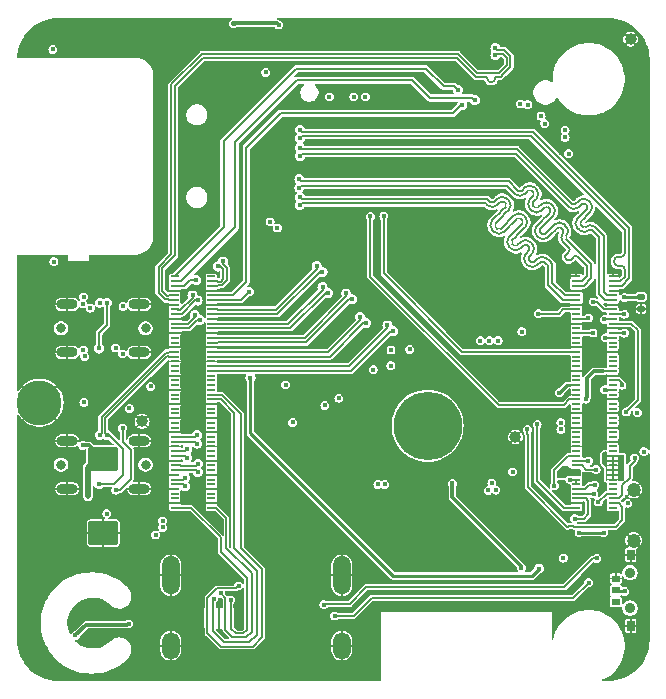
<source format=gbr>
%TF.GenerationSoftware,KiCad,Pcbnew,9.0.0*%
%TF.CreationDate,2025-03-28T16:24:44+01:00*%
%TF.ProjectId,CM5_MINIMA_2,434d355f-4d49-44e4-994d-415f322e6b69,2*%
%TF.SameCoordinates,Original*%
%TF.FileFunction,Copper,L6,Bot*%
%TF.FilePolarity,Positive*%
%FSLAX46Y46*%
G04 Gerber Fmt 4.6, Leading zero omitted, Abs format (unit mm)*
G04 Created by KiCad (PCBNEW 9.0.0) date 2025-03-28 16:24:44*
%MOMM*%
%LPD*%
G01*
G04 APERTURE LIST*
G04 Aperture macros list*
%AMRoundRect*
0 Rectangle with rounded corners*
0 $1 Rounding radius*
0 $2 $3 $4 $5 $6 $7 $8 $9 X,Y pos of 4 corners*
0 Add a 4 corners polygon primitive as box body*
4,1,4,$2,$3,$4,$5,$6,$7,$8,$9,$2,$3,0*
0 Add four circle primitives for the rounded corners*
1,1,$1+$1,$2,$3*
1,1,$1+$1,$4,$5*
1,1,$1+$1,$6,$7*
1,1,$1+$1,$8,$9*
0 Add four rect primitives between the rounded corners*
20,1,$1+$1,$2,$3,$4,$5,0*
20,1,$1+$1,$4,$5,$6,$7,0*
20,1,$1+$1,$6,$7,$8,$9,0*
20,1,$1+$1,$8,$9,$2,$3,0*%
G04 Aperture macros list end*
%TA.AperFunction,ComponentPad*%
%ADD10C,5.800000*%
%TD*%
%TA.AperFunction,ComponentPad*%
%ADD11C,2.600000*%
%TD*%
%TA.AperFunction,ConnectorPad*%
%ADD12C,3.800000*%
%TD*%
%TA.AperFunction,ComponentPad*%
%ADD13C,0.800000*%
%TD*%
%TA.AperFunction,ComponentPad*%
%ADD14O,1.800000X0.860000*%
%TD*%
%TA.AperFunction,ComponentPad*%
%ADD15C,1.000000*%
%TD*%
%TA.AperFunction,ComponentPad*%
%ADD16O,1.500000X3.300000*%
%TD*%
%TA.AperFunction,ComponentPad*%
%ADD17O,1.500000X2.300000*%
%TD*%
%TA.AperFunction,ComponentPad*%
%ADD18C,1.200000*%
%TD*%
%TA.AperFunction,SMDPad,CuDef*%
%ADD19R,0.700000X0.200000*%
%TD*%
%TA.AperFunction,SMDPad,CuDef*%
%ADD20R,0.250000X0.680000*%
%TD*%
%TA.AperFunction,SMDPad,CuDef*%
%ADD21RoundRect,0.250000X-1.025000X0.787500X-1.025000X-0.787500X1.025000X-0.787500X1.025000X0.787500X0*%
%TD*%
%TA.AperFunction,ComponentPad*%
%ADD22C,0.900000*%
%TD*%
%TA.AperFunction,SMDPad,CuDef*%
%ADD23R,0.700000X0.600000*%
%TD*%
%TA.AperFunction,SMDPad,CuDef*%
%ADD24R,0.700000X0.900000*%
%TD*%
%TA.AperFunction,SMDPad,CuDef*%
%ADD25RoundRect,0.135000X0.185000X-0.135000X0.185000X0.135000X-0.185000X0.135000X-0.185000X-0.135000X0*%
%TD*%
%TA.AperFunction,ViaPad*%
%ADD26C,0.450000*%
%TD*%
%TA.AperFunction,Conductor*%
%ADD27C,0.200000*%
%TD*%
%TA.AperFunction,Conductor*%
%ADD28C,0.130000*%
%TD*%
%TA.AperFunction,Conductor*%
%ADD29C,0.250000*%
%TD*%
%TA.AperFunction,Conductor*%
%ADD30C,0.150000*%
%TD*%
%TA.AperFunction,Conductor*%
%ADD31C,0.300000*%
%TD*%
%TA.AperFunction,Conductor*%
%ADD32C,0.140000*%
%TD*%
%TA.AperFunction,Conductor*%
%ADD33C,0.500000*%
%TD*%
%TA.AperFunction,Conductor*%
%ADD34C,0.600000*%
%TD*%
G04 APERTURE END LIST*
D10*
%TO.P,M701,1*%
%TO.N,N/C*%
X35310000Y22160000D03*
%TD*%
D11*
%TO.P,H101,1,1*%
%TO.N,GND*%
X2450000Y24100000D03*
D12*
X2450000Y24100000D03*
%TD*%
D13*
%TO.P,J101,*%
%TO.N,*%
X11430000Y30400000D03*
X4270000Y30400000D03*
D14*
%TO.P,J101,1,SHIELD*%
%TO.N,GND*%
X10900000Y28370000D03*
X10900000Y32430000D03*
X4800000Y28370000D03*
X4800000Y32430000D03*
%TD*%
D15*
%TO.P,TP105,1,1*%
%TO.N,GND*%
X11130000Y22530000D03*
%TD*%
D16*
%TO.P,J501,SH1,SH*%
%TO.N,GND*%
X28050000Y9500000D03*
%TO.P,J501,SH2,SH*%
X13550000Y9500000D03*
D17*
%TO.P,J501,SH3,SH*%
X13550000Y3540000D03*
%TO.P,J501,SH4,SH*%
X28050000Y3540000D03*
%TD*%
D13*
%TO.P,USB701,*%
%TO.N,*%
X11430000Y18850000D03*
X4270000Y18850000D03*
D14*
%TO.P,USB701,1,EP*%
%TO.N,GND*%
X10900000Y16820000D03*
X10900000Y20880000D03*
X4800000Y16820000D03*
X4800000Y20880000D03*
%TD*%
D18*
%TO.P,SW501,4,4*%
%TO.N,GND*%
X52750000Y16740000D03*
%TO.P,SW501,5,5*%
X52750000Y12440000D03*
%TD*%
D15*
%TO.P,TP104,1,1*%
%TO.N,GND*%
X52490000Y54890000D03*
%TD*%
%TO.P,TP106,1,1*%
%TO.N,GND*%
X42750000Y21200000D03*
%TD*%
D19*
%TO.P,Module301,1,GND*%
%TO.N,GND*%
X50990000Y34800000D03*
%TO.P,Module301,2,GND*%
X47910000Y34800000D03*
%TO.P,Module301,3,Ethernet_Pair3_P*%
%TO.N,/CM5/ETH_PI.TRD3_P*%
X50990000Y34400000D03*
%TO.P,Module301,4,Ethernet_Pair1_P*%
%TO.N,/CM5/ETH_PI.TRD1_P*%
X47910000Y34400000D03*
%TO.P,Module301,5,Ethernet_Pair3_N*%
%TO.N,/CM5/ETH_PI.TRD3_N*%
X50990000Y34000000D03*
%TO.P,Module301,6,Ethernet_Pair1_N*%
%TO.N,/CM5/ETH_PI.TRD1_N*%
X47910000Y34000000D03*
%TO.P,Module301,7,GND*%
%TO.N,GND*%
X50990000Y33600000D03*
%TO.P,Module301,8,GND*%
X47910000Y33600000D03*
%TO.P,Module301,9,Ethernet_Pair2_N*%
%TO.N,/CM5/ETH_PI.TRD2_N*%
X50990000Y33200000D03*
%TO.P,Module301,10,Ethernet_Pair0_N*%
%TO.N,/CM5/ETH_PI.TRD0_N*%
X47910000Y33200000D03*
%TO.P,Module301,11,Ethernet_Pair2_P*%
%TO.N,/CM5/ETH_PI.TRD2_P*%
X50990000Y32800000D03*
%TO.P,Module301,12,Ethernet_Pair0_P*%
%TO.N,/CM5/ETH_PI.TRD0_P*%
X47910000Y32800000D03*
%TO.P,Module301,13,GND*%
%TO.N,GND*%
X50990000Y32400000D03*
%TO.P,Module301,14,GND*%
X47910000Y32400000D03*
%TO.P,Module301,15,Ethernet_nLED3(3.3v)*%
%TO.N,/CM5/ETH_nLED_ACTIVITY*%
X50990000Y32000000D03*
%TO.P,Module301,16,FAN_TACHO*%
%TO.N,/CM5/TACHO*%
X47910000Y32000000D03*
%TO.P,Module301,17,Ethernet_nLED2(3.3v)*%
%TO.N,/CM5/nLED_SPEED_100_1000*%
X50990000Y31600000D03*
%TO.P,Module301,18,Ethernet_SYNC_OUT(3.3v)*%
%TO.N,/CM5/SYNC_OUT*%
X47910000Y31600000D03*
%TO.P,Module301,19,FAN_PWM*%
%TO.N,/CM5/PWM*%
X50990000Y31200000D03*
%TO.P,Module301,20,EEPROM_nWP*%
%TO.N,/CM5/EEPROM_nWP*%
X47910000Y31200000D03*
%TO.P,Module301,21,LED_nACT*%
%TO.N,/CM5/nLED_ACTIVITY*%
X50990000Y30800000D03*
%TO.P,Module301,22,GND*%
%TO.N,GND*%
X47910000Y30800000D03*
%TO.P,Module301,23,GND*%
X50990000Y30400000D03*
%TO.P,Module301,24,GPIO26*%
%TO.N,/CM5/GPIO26*%
X47910000Y30400000D03*
%TO.P,Module301,25,GPIO21*%
%TO.N,/CM5/SCLK_GPIO21*%
X50990000Y30000000D03*
%TO.P,Module301,26,GPIO19*%
%TO.N,/CM5/MISO_GPIO19*%
X47910000Y30000000D03*
%TO.P,Module301,27,GPIO20*%
%TO.N,/CM5/MOSI_GPIO20*%
X50990000Y29600000D03*
%TO.P,Module301,28,GPIO13*%
%TO.N,/CM5/GPIO13*%
X47910000Y29600000D03*
%TO.P,Module301,29,GPIO16*%
%TO.N,/CM5/GPIO16*%
X50990000Y29200000D03*
%TO.P,Module301,30,GPIO6*%
%TO.N,/CM5/GPIO6*%
X47910000Y29200000D03*
%TO.P,Module301,31,GPIO12*%
%TO.N,/CM5/GPIO12*%
X50990000Y28800000D03*
%TO.P,Module301,32,GND*%
%TO.N,GND*%
X47910000Y28800000D03*
%TO.P,Module301,33,GND*%
X50990000Y28400000D03*
%TO.P,Module301,34,GPIO5*%
%TO.N,/CM5/GPIO5*%
X47910000Y28400000D03*
%TO.P,Module301,35,ID_SC*%
%TO.N,/CM5/ID_SC*%
X50990000Y28000000D03*
%TO.P,Module301,36,ID_SD*%
%TO.N,/CM5/ID_SD*%
X47910000Y28000000D03*
%TO.P,Module301,37,GPIO7*%
%TO.N,/CM5/GPIO7*%
X50990000Y27600000D03*
%TO.P,Module301,38,GPIO11*%
%TO.N,/CM5/GPIO11*%
X47910000Y27600000D03*
%TO.P,Module301,39,GPIO8*%
%TO.N,/CM5/GPIO8*%
X50990000Y27200000D03*
%TO.P,Module301,40,GPIO9*%
%TO.N,/CM5/GPIO9*%
X47910000Y27200000D03*
%TO.P,Module301,41,GPIO25*%
%TO.N,/CM5/DC_GPI25*%
X50990000Y26800000D03*
%TO.P,Module301,42,GND*%
%TO.N,GND*%
X47910000Y26800000D03*
%TO.P,Module301,43,GND*%
X50990000Y26400000D03*
%TO.P,Module301,44,GPIO10*%
%TO.N,/CM5/GPIO10*%
X47910000Y26400000D03*
%TO.P,Module301,45,GPIO24*%
%TO.N,/CM5/CS_GPIO24*%
X50990000Y26000000D03*
%TO.P,Module301,46,GPIO22*%
%TO.N,/CM5/GPIO22*%
X47910000Y26000000D03*
%TO.P,Module301,47,GPIO23*%
%TO.N,/CM5/GPIO23*%
X50990000Y25600000D03*
%TO.P,Module301,48,GPIO27*%
%TO.N,/CM5/RST_GPIO27*%
X47910000Y25600000D03*
%TO.P,Module301,49,GPIO18*%
%TO.N,/CM5/BL_GPIO18*%
X50990000Y25200000D03*
%TO.P,Module301,50,GPIO17*%
%TO.N,/CM5/GPIO17*%
X47910000Y25200000D03*
%TO.P,Module301,51,GPIO15*%
%TO.N,/CM5/GPIO15*%
X50990000Y24800000D03*
%TO.P,Module301,52,GND*%
%TO.N,GND*%
X47910000Y24800000D03*
%TO.P,Module301,53,GND*%
X50990000Y24400000D03*
%TO.P,Module301,54,GPIO4*%
%TO.N,/CM5/GPIO4*%
X47910000Y24400000D03*
%TO.P,Module301,55,GPIO14*%
%TO.N,/CM5/GPIO14*%
X50990000Y24000000D03*
%TO.P,Module301,56,GPIO3*%
%TO.N,/CM5/GPIO3*%
X47910000Y24000000D03*
%TO.P,Module301,57,SD_CLK*%
%TO.N,/CM5/SD_CLK*%
X50990000Y23600000D03*
%TO.P,Module301,58,GPIO2*%
%TO.N,/CM5/GPIO2*%
X47910000Y23600000D03*
%TO.P,Module301,59,GND*%
%TO.N,GND*%
X50990000Y23200000D03*
%TO.P,Module301,60,GND*%
X47910000Y23200000D03*
%TO.P,Module301,61,SD_DAT3*%
%TO.N,/CM5/SD_DAT3*%
X50990000Y22800000D03*
%TO.P,Module301,62,SD_CMD*%
%TO.N,/CM5/SD_CMD*%
X47910000Y22800000D03*
%TO.P,Module301,63,SD_DAT0*%
%TO.N,/CM5/SD_DAT0*%
X50990000Y22400000D03*
%TO.P,Module301,64,SD_DAT5*%
%TO.N,unconnected-(Module301-SD_DAT5-Pad64)*%
X47910000Y22400000D03*
%TO.P,Module301,65,GND*%
%TO.N,GND*%
X50990000Y22000000D03*
%TO.P,Module301,66,GND*%
X47910000Y22000000D03*
%TO.P,Module301,67,SD_DAT1*%
%TO.N,/CM5/SD_DAT1*%
X50990000Y21600000D03*
%TO.P,Module301,68,SD_DAT4*%
%TO.N,unconnected-(Module301-SD_DAT4-Pad68)*%
X47910000Y21600000D03*
%TO.P,Module301,69,SD_DAT2*%
%TO.N,/CM5/SD_DAT2*%
X50990000Y21200000D03*
%TO.P,Module301,70,SD_DAT7*%
%TO.N,unconnected-(Module301-SD_DAT7-Pad70)*%
X47910000Y21200000D03*
%TO.P,Module301,71,GND*%
%TO.N,GND*%
X50990000Y20800000D03*
%TO.P,Module301,72,SD_DAT6*%
%TO.N,unconnected-(Module301-SD_DAT6-Pad72)*%
X47910000Y20800000D03*
%TO.P,Module301,73,SD_VDD_Override*%
%TO.N,unconnected-(Module301-SD_VDD_Override-Pad73)*%
X50990000Y20400000D03*
%TO.P,Module301,74,GND*%
%TO.N,GND*%
X47910000Y20400000D03*
%TO.P,Module301,75,SD_PWR_ON*%
%TO.N,/CM5/SD_PWR_ON*%
X50990000Y20000000D03*
%TO.P,Module301,76,VBAT*%
%TO.N,/CM5/VBAT*%
X47910000Y20000000D03*
%TO.P,Module301,77,+5v_(Input)*%
%TO.N,+5V*%
X50990000Y19600000D03*
%TO.P,Module301,78,GPIO_VREF(1.8v/3.3v_Input)*%
%TO.N,/CM5/GPIO_VREF*%
X47910000Y19600000D03*
%TO.P,Module301,79,+5v_(Input)*%
%TO.N,+5V*%
X50990000Y19200000D03*
%TO.P,Module301,80,SCL0*%
%TO.N,/SCL*%
X47910000Y19200000D03*
%TO.P,Module301,81,+5v_(Input)*%
%TO.N,+5V*%
X50990000Y18800000D03*
%TO.P,Module301,82,SDA0*%
%TO.N,/SDA*%
X47910000Y18800000D03*
%TO.P,Module301,83,+5v_(Input)*%
%TO.N,+5V*%
X50990000Y18400000D03*
%TO.P,Module301,84,+3.3v_(Output)*%
%TO.N,+3V3_PI*%
X47910000Y18400000D03*
%TO.P,Module301,85,+5v_(Input)*%
%TO.N,+5V*%
X50990000Y18000000D03*
%TO.P,Module301,86,+3.3v_(Output)*%
%TO.N,+3V3_PI*%
X47910000Y18000000D03*
%TO.P,Module301,87,+5v_(Input)*%
%TO.N,+5V*%
X50990000Y17600000D03*
%TO.P,Module301,88,+1.8v_(Output)*%
%TO.N,+1V8*%
X47910000Y17600000D03*
%TO.P,Module301,89,WiFi_nDisable*%
%TO.N,/CM5/WL_nDis*%
X50990000Y17200000D03*
%TO.P,Module301,90,+1.8v_(Output)*%
%TO.N,+1V8*%
X47910000Y17200000D03*
%TO.P,Module301,91,BT_nDisable*%
%TO.N,/CM5/BT_nDis*%
X50990000Y16800000D03*
%TO.P,Module301,92,PWR_BUT*%
%TO.N,/CM5/PWR_BUT*%
X47910000Y16800000D03*
%TO.P,Module301,93,nRPIBOOT*%
%TO.N,/CM5/nRPIBOOT*%
X50990000Y16400000D03*
%TO.P,Module301,94,CC1*%
%TO.N,/CC1*%
X47910000Y16400000D03*
%TO.P,Module301,95,LED_nPWR*%
%TO.N,/CM5/PI_nLED_PWR*%
X50990000Y16000000D03*
%TO.P,Module301,96,CC2*%
%TO.N,/CC2*%
X47910000Y16000000D03*
%TO.P,Module301,97,CAM_GPIO0*%
%TO.N,/CM5/CAM_GPIO0*%
X50990000Y15600000D03*
%TO.P,Module301,98,GND*%
%TO.N,GND*%
X47910000Y15600000D03*
%TO.P,Module301,99,PMIC_ENABLE*%
%TO.N,/CM5/GLOBAL_EN*%
X50990000Y15200000D03*
%TO.P,Module301,100,CAM_GPIO1*%
%TO.N,/CM5/CAM_GPIO1*%
X47910000Y15200000D03*
%TD*%
D20*
%TO.P,D403,1,CH1*%
%TO.N,/CM5/HDMI_PI.CEC*%
X16670000Y6290000D03*
%TO.P,D403,2,CH2*%
%TO.N,/CM5/HDMI_PI.HOTPLUG*%
X17170000Y6290000D03*
%TO.P,D403,3,GND*%
%TO.N,GND*%
X17670000Y6290000D03*
%TO.P,D403,4,CH3*%
%TO.N,/CM5/HDMI_PI.SDA*%
X18170000Y6290000D03*
%TO.P,D403,5,CH4*%
%TO.N,/CM5/HDMI_PI.SCL*%
X18670000Y6290000D03*
%TO.P,D403,6,NC*%
X18670000Y5430000D03*
%TO.P,D403,7,NC*%
%TO.N,/CM5/HDMI_PI.SDA*%
X18170000Y5430000D03*
%TO.P,D403,8,GND*%
%TO.N,GND*%
X17670000Y5430000D03*
%TO.P,D403,9,NC*%
%TO.N,/CM5/HDMI_PI.HOTPLUG*%
X17170000Y5430000D03*
%TO.P,D403,10,NC*%
%TO.N,/CM5/HDMI_PI.CEC*%
X16670000Y5430000D03*
%TD*%
D21*
%TO.P,C702,1*%
%TO.N,VBUS_USB2.0*%
X7850000Y19312500D03*
%TO.P,C702,2*%
%TO.N,GND*%
X7850000Y13087500D03*
%TD*%
D22*
%TO.P,SW101,*%
%TO.N,*%
X52440000Y9720000D03*
X52440000Y6720000D03*
D23*
%TO.P,SW101,1,1*%
%TO.N,GND*%
X51250000Y9220000D03*
%TO.P,SW101,2,2*%
%TO.N,unconnected-(SW101-Pad2)*%
X51250000Y7220000D03*
D24*
%TO.P,SW101,4,4*%
%TO.N,GND*%
X52510000Y5220000D03*
%TO.P,SW101,5,5*%
X52510000Y11220000D03*
D23*
%TO.P,SW101,C,C*%
%TO.N,/CM5/nRPIBOOT*%
X51250000Y8220000D03*
%TD*%
D25*
%TO.P,R104,1*%
%TO.N,GND*%
X53390000Y32050000D03*
%TO.P,R104,2*%
%TO.N,/CM5/EEPROM_nWP*%
X53390000Y33070000D03*
%TD*%
D19*
%TO.P,Module302,101,USB_OTG_ID*%
%TO.N,/CM5/USBOTG_ID*%
X16990000Y34800000D03*
%TO.P,Module302,102,PCIe_nCLKREQ*%
%TO.N,/CM5/PCIE_PI.nCLKREQ*%
X13910000Y34800000D03*
%TO.P,Module302,103,USB2_N*%
%TO.N,/USB_C.D_N*%
X16990000Y34400000D03*
%TO.P,Module302,104,PCIE_nWAKE*%
%TO.N,/CM5/PCIE_PI.nWAKE*%
X13910000Y34400000D03*
%TO.P,Module302,105,USB2_P*%
%TO.N,/USB_C.D_P*%
X16990000Y34000000D03*
%TO.P,Module302,106,PCIE_PWR_EN*%
%TO.N,/CM5/PCIE_PI.PWR_EN*%
X13910000Y34000000D03*
%TO.P,Module302,107,GND*%
%TO.N,GND*%
X16990000Y33600000D03*
%TO.P,Module302,108,GND*%
X13910000Y33600000D03*
%TO.P,Module302,109,PCIe_nRST*%
%TO.N,/CM5/PCIE_PI.nRST*%
X16990000Y33200000D03*
%TO.P,Module302,110,PCIe_CLK_P*%
%TO.N,/CM5/PCIE_PI.CLK_P*%
X13910000Y33200000D03*
%TO.P,Module302,111,VBUS_EN*%
%TO.N,/CM5/VBUS_EN*%
X16990000Y32800000D03*
%TO.P,Module302,112,PCIe_CLK_N*%
%TO.N,/CM5/PCIE_PI.CLK_N*%
X13910000Y32800000D03*
%TO.P,Module302,113,GND*%
%TO.N,GND*%
X16990000Y32400000D03*
%TO.P,Module302,114,GND*%
X13910000Y32400000D03*
%TO.P,Module302,115,MIPI0_D0_N*%
%TO.N,/CM5/DPHY0_P.D0_N*%
X16990000Y32000000D03*
%TO.P,Module302,116,PCIe_RX_P*%
%TO.N,/CM5/PCIE_PI.RX_P*%
X13910000Y32000000D03*
%TO.P,Module302,117,MIPI0_D0_P*%
%TO.N,/CM5/DPHY0_P.D0_P*%
X16990000Y31600000D03*
%TO.P,Module302,118,PCIe_RX_N*%
%TO.N,/CM5/PCIE_PI.RX_N*%
X13910000Y31600000D03*
%TO.P,Module302,119,GND*%
%TO.N,GND*%
X16990000Y31200000D03*
%TO.P,Module302,120,GND*%
X13910000Y31200000D03*
%TO.P,Module302,121,MIPI0_D1_N*%
%TO.N,/CM5/DPHY0_P.D1_N*%
X16990000Y30800000D03*
%TO.P,Module302,122,PCIe_TX_P*%
%TO.N,/CM5/PCIE_PI.TX_P*%
X13910000Y30800000D03*
%TO.P,Module302,123,MIPI0_D1_P*%
%TO.N,/CM5/DPHY0_P.D1_P*%
X16990000Y30400000D03*
%TO.P,Module302,124,PCIe_TX_N*%
%TO.N,/CM5/PCIE_PI.TX_N*%
X13910000Y30400000D03*
%TO.P,Module302,125,GND*%
%TO.N,GND*%
X16990000Y30000000D03*
%TO.P,Module302,126,GND*%
X13910000Y30000000D03*
%TO.P,Module302,127,MIPI0_C_N*%
%TO.N,/CM5/DPHY0_P.C_N*%
X16990000Y29600000D03*
%TO.P,Module302,128,USB3-0-RX_N*%
%TO.N,/CM5/USB3-0-RX_N*%
X13910000Y29600000D03*
%TO.P,Module302,129,MIPI0_C_P*%
%TO.N,/CM5/DPHY0_P.C_P*%
X16990000Y29200000D03*
%TO.P,Module302,130,USB3-0-RX_P*%
%TO.N,/CM5/USB3-0-RX_P*%
X13910000Y29200000D03*
%TO.P,Module302,131,GND*%
%TO.N,GND*%
X16990000Y28800000D03*
%TO.P,Module302,132,GND*%
X13910000Y28800000D03*
%TO.P,Module302,133,MIPI0_D2_N*%
%TO.N,/CM5/DPHY0_P.D2_N*%
X16990000Y28400000D03*
%TO.P,Module302,134,USB3-0-D_P*%
%TO.N,/CM5/USB2P.D_P*%
X13910000Y28400000D03*
%TO.P,Module302,135,MIPI0_D2_P*%
%TO.N,/CM5/DPHY0_P.D2_P*%
X16990000Y28000000D03*
%TO.P,Module302,136,USB3-0-D_N*%
%TO.N,/CM5/USB2P.D_N*%
X13910000Y28000000D03*
%TO.P,Module302,137,GND*%
%TO.N,GND*%
X16990000Y27600000D03*
%TO.P,Module302,138,GND*%
X13910000Y27600000D03*
%TO.P,Module302,139,MIPI0_D3_N*%
%TO.N,/CM5/DPHY0_P.D3_N*%
X16990000Y27200000D03*
%TO.P,Module302,140,USB3-0-TX_N*%
%TO.N,/CM5/USB3-0-TX_N*%
X13910000Y27200000D03*
%TO.P,Module302,141,MIPI0_D3_P*%
%TO.N,/CM5/DPHY0_P.D3_P*%
X16990000Y26800000D03*
%TO.P,Module302,142,USB3-0-TX_P*%
%TO.N,/CM5/USB3-0-TX_P*%
X13910000Y26800000D03*
%TO.P,Module302,143,HDMI1_HOTPLUG*%
%TO.N,/CM5/HDMI1_HOTPLUG*%
X16990000Y26400000D03*
%TO.P,Module302,144,GND*%
%TO.N,GND*%
X13910000Y26400000D03*
%TO.P,Module302,145,HDMI1_SDA*%
%TO.N,/CM5/HDMI1_SDA*%
X16990000Y26000000D03*
%TO.P,Module302,146,HDMI1_TX2_P*%
%TO.N,/CM5/HDMI1_D2_P*%
X13910000Y26000000D03*
%TO.P,Module302,147,HDMI1_SCL*%
%TO.N,/CM5/HDMI1_SCL*%
X16990000Y25600000D03*
%TO.P,Module302,148,HDMI1_TX2_N*%
%TO.N,/CM5/HDMI1_D2_N*%
X13910000Y25600000D03*
%TO.P,Module302,149,HDMI1_CEC*%
%TO.N,/CM5/HDMI1_CEC*%
X16990000Y25200000D03*
%TO.P,Module302,150,GND*%
%TO.N,GND*%
X13910000Y25200000D03*
%TO.P,Module302,151,HDMI0_CEC*%
%TO.N,/CM5/HDMI_PI.CEC*%
X16990000Y24800000D03*
%TO.P,Module302,152,HDMI1_TX1_P*%
%TO.N,/CM5/HDMI1_D1_P*%
X13910000Y24800000D03*
%TO.P,Module302,153,HDMI0_HOTPLUG*%
%TO.N,/CM5/HDMI_PI.HOTPLUG*%
X16990000Y24400000D03*
%TO.P,Module302,154,HDMI1_TX1_N*%
%TO.N,/CM5/HDMI1_D1_N*%
X13910000Y24400000D03*
%TO.P,Module302,155,GND*%
%TO.N,GND*%
X16990000Y24000000D03*
%TO.P,Module302,156,GND*%
X13910000Y24000000D03*
%TO.P,Module302,157,USB3-1-RX_N*%
%TO.N,/CM5/USB3-1-RX_N*%
X16990000Y23600000D03*
%TO.P,Module302,158,HDMI1_TX0_P*%
%TO.N,/CM5/HDMI1_D0_P*%
X13910000Y23600000D03*
%TO.P,Module302,159,USB3-1-RX_P*%
%TO.N,/CM5/USB3-1-RX_P*%
X16990000Y23200000D03*
%TO.P,Module302,160,HDMI1_TX0_N*%
%TO.N,/CM5/HDMI1_D0_N*%
X13910000Y23200000D03*
%TO.P,Module302,161,GND*%
%TO.N,GND*%
X16990000Y22800000D03*
%TO.P,Module302,162,GND*%
X13910000Y22800000D03*
%TO.P,Module302,163,USB3-1-D_P*%
%TO.N,/CM5/USB3-1-D_P*%
X16990000Y22400000D03*
%TO.P,Module302,164,HDMI1_CLK_P*%
%TO.N,/CM5/HDMI1_CK_P*%
X13910000Y22400000D03*
%TO.P,Module302,165,USB3-1-D_N*%
%TO.N,/CM5/USB3-1-D_N*%
X16990000Y22000000D03*
%TO.P,Module302,166,HDMI1_CLK_N*%
%TO.N,/CM5/HDMI1_CK_N*%
X13910000Y22000000D03*
%TO.P,Module302,167,GND*%
%TO.N,GND*%
X16990000Y21600000D03*
%TO.P,Module302,168,GND*%
X13910000Y21600000D03*
%TO.P,Module302,169,USB3-1-TX_N*%
%TO.N,/CM5/USB3-1-TX_N*%
X16990000Y21200000D03*
%TO.P,Module302,170,HDMI0_TX2_P*%
%TO.N,/CM5/HDMI_PI.D2_P*%
X13910000Y21200000D03*
%TO.P,Module302,171,USB3-1-TX_P*%
%TO.N,/CM5/USB3-1-TX_P*%
X16990000Y20800000D03*
%TO.P,Module302,172,HDMI0_TX2_N*%
%TO.N,/CM5/HDMI_PI.D2_N*%
X13910000Y20800000D03*
%TO.P,Module302,173,GND*%
%TO.N,GND*%
X16990000Y20400000D03*
%TO.P,Module302,174,GND*%
X13910000Y20400000D03*
%TO.P,Module302,175,MIPI1_D0_N*%
%TO.N,/CM5/DPHY1_P.D0_N*%
X16990000Y20000000D03*
%TO.P,Module302,176,HDMI0_TX1_P*%
%TO.N,/CM5/HDMI_PI.D1_P*%
X13910000Y20000000D03*
%TO.P,Module302,177,MIPI1_D0_P*%
%TO.N,/CM5/DPHY1_P.D0_P*%
X16990000Y19600000D03*
%TO.P,Module302,178,HDMI0_TX1_N*%
%TO.N,/CM5/HDMI_PI.D1_N*%
X13910000Y19600000D03*
%TO.P,Module302,179,GND*%
%TO.N,GND*%
X16990000Y19200000D03*
%TO.P,Module302,180,GND*%
X13910000Y19200000D03*
%TO.P,Module302,181,MIPI1_D1_N*%
%TO.N,/CM5/DPHY1_P.D1_N*%
X16990000Y18800000D03*
%TO.P,Module302,182,HDMI0_TX0_P*%
%TO.N,/CM5/HDMI_PI.D0_P*%
X13910000Y18800000D03*
%TO.P,Module302,183,MIPI1_D1_P*%
%TO.N,/CM5/DPHY1_P.D1_P*%
X16990000Y18400000D03*
%TO.P,Module302,184,HDMI0_TX0_N*%
%TO.N,/CM5/HDMI_PI.D0_N*%
X13910000Y18400000D03*
%TO.P,Module302,185,GND*%
%TO.N,GND*%
X16990000Y18000000D03*
%TO.P,Module302,186,GND*%
X13910000Y18000000D03*
%TO.P,Module302,187,MIPI1_C_N*%
%TO.N,/CM5/DPHY1_P.C_N*%
X16990000Y17600000D03*
%TO.P,Module302,188,HDMI0_CLK_P*%
%TO.N,/CM5/HDMI_PI.CK_P*%
X13910000Y17600000D03*
%TO.P,Module302,189,MIPI1_C_P*%
%TO.N,/CM5/DPHY1_P.C_P*%
X16990000Y17200000D03*
%TO.P,Module302,190,HDMI0_CLK_N*%
%TO.N,/CM5/HDMI_PI.CK_N*%
X13910000Y17200000D03*
%TO.P,Module302,191,GND*%
%TO.N,GND*%
X16990000Y16800000D03*
%TO.P,Module302,192,GND*%
X13910000Y16800000D03*
%TO.P,Module302,193,MIPI1_D2_N*%
%TO.N,/CM5/DPHY1_P.D2_N*%
X16990000Y16400000D03*
%TO.P,Module302,194,MIPI1_D3_N*%
%TO.N,/CM5/DPHY1_P.D3_N*%
X13910000Y16400000D03*
%TO.P,Module302,195,MIPI1_D2_P*%
%TO.N,/CM5/DPHY1_P.D2_P*%
X16990000Y16000000D03*
%TO.P,Module302,196,MIPI1_D3_P*%
%TO.N,/CM5/DPHY1_P.D3_P*%
X13910000Y16000000D03*
%TO.P,Module302,197,GND*%
%TO.N,GND*%
X16990000Y15600000D03*
%TO.P,Module302,198,GND*%
X13910000Y15600000D03*
%TO.P,Module302,199,HDMI0_SDA*%
%TO.N,/CM5/HDMI_PI.SDA*%
X16990000Y15200000D03*
%TO.P,Module302,200,HDMI0_SCL*%
%TO.N,/CM5/HDMI_PI.SCL*%
X13910000Y15200000D03*
%TD*%
D26*
%TO.N,GND*%
X30250000Y26440000D03*
X7850000Y24210000D03*
X32540000Y54420000D03*
X46860000Y39790000D03*
X7300000Y55200000D03*
X27090000Y35340000D03*
X26680000Y32670000D03*
X49170000Y8150000D03*
X43490000Y50140000D03*
X8560500Y33180000D03*
X39940000Y49400000D03*
X7820000Y25370000D03*
X13080000Y25190000D03*
X10170000Y13820000D03*
X11100000Y17900000D03*
X49560000Y14290000D03*
X38915000Y29360000D03*
X25040053Y40473670D03*
X30910000Y15470000D03*
X4650000Y19800000D03*
X26120000Y44290000D03*
X31050000Y5150000D03*
X24800000Y11940000D03*
X33560000Y17370000D03*
X21470000Y41920000D03*
X28040000Y54360000D03*
X25370000Y44350000D03*
X19530000Y8050000D03*
X49490000Y17790000D03*
X52120000Y26069998D03*
X29110000Y19320000D03*
X53507714Y19393035D03*
X25980000Y36350000D03*
X29140000Y13670000D03*
X29760000Y32040000D03*
X33050000Y28600000D03*
X30005000Y39390000D03*
X30940000Y13785000D03*
X45055000Y21570000D03*
X32260000Y6660000D03*
X51930000Y32370000D03*
X39770000Y16190000D03*
X32190000Y27860000D03*
X16250000Y21830000D03*
X21050000Y12790000D03*
X51910000Y28630000D03*
X31050000Y900000D03*
X32055000Y40290585D03*
X23462232Y21668615D03*
X49010000Y21990000D03*
X23910000Y44280000D03*
X25240000Y35510000D03*
X13070000Y29760000D03*
X4510000Y33640000D03*
X29640000Y33020000D03*
X19260000Y7440000D03*
X44170000Y6610000D03*
X37480000Y49360000D03*
X30025000Y40305415D03*
X31230000Y30510000D03*
X47870000Y8650000D03*
X31040000Y40280000D03*
X52640000Y31350000D03*
X17520000Y49560000D03*
X49070000Y33690000D03*
X46820000Y30670000D03*
X14150000Y13850000D03*
X18660000Y35900000D03*
X31020000Y39420000D03*
X39490000Y10650000D03*
X23230000Y43980000D03*
X46460000Y35230000D03*
X44120000Y13310000D03*
X24050000Y12770000D03*
X24810000Y8590000D03*
X12420000Y32180000D03*
X43550000Y13690000D03*
X4600000Y31350000D03*
X10530000Y27500000D03*
X15340000Y16620000D03*
X16130000Y7460000D03*
X48960000Y38030000D03*
X14810000Y21705000D03*
X49700000Y24900000D03*
X52400000Y29410000D03*
X41510000Y6630000D03*
X46090000Y47080000D03*
X16820000Y14380000D03*
X38050000Y17310000D03*
X25120000Y47640000D03*
X14690000Y15730000D03*
X17900000Y36810000D03*
X23999945Y43492045D03*
X46670000Y24390000D03*
X23300000Y8590000D03*
X32849147Y29674321D03*
X28590000Y34060000D03*
X2150000Y54550000D03*
X46250000Y6000000D03*
X25740000Y33810000D03*
X25790000Y6990000D03*
X28800000Y32150000D03*
X26520000Y34550000D03*
X23990000Y47700000D03*
X30860000Y31010000D03*
X43330000Y16910000D03*
X28930000Y31190000D03*
X15910000Y26330000D03*
X49550000Y15160000D03*
X9100000Y9700000D03*
X21466457Y46110958D03*
X15980000Y30320000D03*
X7090000Y33130000D03*
X13160000Y17990000D03*
X26320000Y23290000D03*
X51025000Y37425000D03*
X48440000Y11020000D03*
X48920000Y36990000D03*
X22840000Y26090000D03*
X20300000Y11950000D03*
X48750000Y23720000D03*
X26250000Y54390000D03*
X18309997Y56200000D03*
X24750000Y22860000D03*
X43780000Y12810000D03*
X21820000Y8630000D03*
X27590000Y33560000D03*
X9920000Y9710000D03*
X4600000Y29450000D03*
X49930000Y30110000D03*
X22310000Y55610000D03*
X4650000Y17900000D03*
X28420000Y24750000D03*
X17000000Y52200000D03*
X13130000Y16800000D03*
X16220000Y16690000D03*
X31050000Y3050000D03*
X14713995Y32976004D03*
X21110000Y26150000D03*
X13060000Y28900000D03*
X13200000Y22800000D03*
X17310000Y11830000D03*
X43790000Y16030000D03*
X33580000Y16770000D03*
X19530000Y26150000D03*
X40560000Y55630000D03*
X16270000Y15580000D03*
X35320000Y6695000D03*
X48930000Y28900000D03*
X9482596Y5805000D03*
X47420000Y13210000D03*
X6650000Y3700000D03*
X46360000Y36740000D03*
X34145870Y29095594D03*
X23973726Y40376183D03*
X20710000Y33830000D03*
X11100000Y31350000D03*
X50430000Y46860000D03*
X32070000Y39420000D03*
X46280000Y46420000D03*
X37090000Y54520000D03*
X9200000Y11700000D03*
X6700000Y7000000D03*
X11100000Y19800000D03*
X23300000Y11950000D03*
X6890000Y15560000D03*
X43800000Y54420000D03*
X22320000Y39980000D03*
X13500000Y55000000D03*
X10960000Y15680000D03*
X50810000Y12240000D03*
X38040000Y51200000D03*
X45940000Y32170000D03*
X31420000Y27180000D03*
X11200000Y33800000D03*
X49020000Y32010000D03*
X24986325Y43395166D03*
X38540000Y6650000D03*
X28050000Y6600000D03*
X44500000Y31000000D03*
X53730000Y27840000D03*
X1800000Y35650000D03*
X16890000Y8540000D03*
X38970000Y11700000D03*
X43120000Y29420000D03*
X16010000Y23095000D03*
X33120000Y30350000D03*
X17690000Y7050000D03*
X6840000Y21530000D03*
X26380000Y50550000D03*
X32010000Y31340000D03*
X17730000Y16360000D03*
X16730000Y35350000D03*
X25025629Y41888245D03*
X48923266Y19923266D03*
X39490000Y10030000D03*
X29970000Y30210000D03*
X29500000Y50820000D03*
X22210000Y52210000D03*
X8920000Y21590000D03*
X5650000Y6550000D03*
X15310000Y33850000D03*
X42190000Y29410000D03*
X21800000Y11930000D03*
X45160000Y32100000D03*
X29180000Y15800000D03*
X13070000Y26410000D03*
X44370000Y54420000D03*
%TO.N,Net-(T401-SHIELD1)*%
X3675000Y36050000D03*
X3575000Y54025000D03*
%TO.N,/CM5/ETH_PI.TRD3_P*%
X24516770Y46512500D03*
%TO.N,/CM5/ETH_PI.TRD0_P*%
X24490000Y40820000D03*
%TO.N,/CM5/ETH_PI.TRD1_P*%
X24452021Y42325000D03*
%TO.N,/CM5/ETH_PI.TRD2_P*%
X24503854Y45012500D03*
%TO.N,/CM5/nLED_ACTIVITY*%
X52130000Y23330000D03*
%TO.N,/CM5/nRPIBOOT*%
X49770000Y15710000D03*
X52010000Y8130000D03*
%TO.N,/CM5/GPIO_VREF*%
X46040000Y17070000D03*
%TO.N,/CM5/EEPROM_nWP*%
X48920000Y31290000D03*
X51950000Y33020000D03*
%TO.N,/CM5/PI_nLED_PWR*%
X52830000Y19440000D03*
%TO.N,/CM5/nLED_SPEED_100_1000*%
X51980000Y31600000D03*
X21600000Y52080000D03*
%TO.N,/SCL*%
X48950000Y8870000D03*
X27440000Y6050000D03*
X48925000Y19175000D03*
%TO.N,/SDA*%
X50225000Y13100000D03*
X26530000Y7000000D03*
X49575000Y18450000D03*
X48130000Y13110000D03*
X49640000Y10920000D03*
%TO.N,/CM5/GPIO5*%
X31600000Y39910000D03*
%TO.N,+3V3_PI*%
X46810000Y10950000D03*
X9990000Y5390000D03*
X46526815Y18258185D03*
X42500000Y18256371D03*
X47275000Y18325000D03*
X21975000Y39425000D03*
X5482109Y4410903D03*
X46600000Y22430000D03*
X23880000Y22450000D03*
X46600000Y21840000D03*
%TO.N,Net-(D702-K)*%
X18890000Y56200000D03*
X22690000Y56090000D03*
%TO.N,/CM5/CAM_GPIO0*%
X43750000Y21840000D03*
%TO.N,/CM5/PWR_BUT*%
X49450000Y17150000D03*
X52250000Y15600000D03*
%TO.N,/CM5/VBUS_EN*%
X20219615Y33520283D03*
X8150000Y14725000D03*
%TO.N,/CM5/PWM*%
X43300000Y30120000D03*
X50270000Y31160000D03*
%TO.N,/CM5/TACHO*%
X44685000Y31645000D03*
%TO.N,/CM5/CAM_GPIO1*%
X44590000Y22280000D03*
%TO.N,/USB_C.D_P*%
X17979959Y36072910D03*
X7548000Y32579587D03*
%TO.N,/CC2*%
X6764066Y32121560D03*
X47760000Y14300000D03*
%TO.N,/USB_C.D_N*%
X7500000Y28700000D03*
X17552865Y35645816D03*
X8152000Y32579587D03*
%TO.N,/CC1*%
X8900000Y28750000D03*
X49380000Y16400000D03*
%TO.N,+5V*%
X31690000Y17200000D03*
X12280000Y12910000D03*
X51700000Y17800000D03*
X50300000Y19100000D03*
X12872500Y14100000D03*
X53070000Y23270000D03*
X6175000Y28575000D03*
X51700000Y19450000D03*
X53630000Y19960000D03*
X9525000Y32275000D03*
X6100000Y32475000D03*
X10060000Y23630000D03*
X51700000Y18900000D03*
X31100000Y17200000D03*
X9500000Y28250000D03*
X40750000Y17310000D03*
X40445356Y16688826D03*
X6210000Y24130000D03*
X6275000Y28025000D03*
X6180000Y33050000D03*
X11870000Y25480000D03*
X51700000Y18350000D03*
X41070000Y16710000D03*
X50300000Y19675000D03*
X12872500Y13550000D03*
%TO.N,VBUS_USB2.0*%
X6550000Y16200000D03*
X6100000Y20500000D03*
%TO.N,+1V8*%
X47360000Y17600000D03*
%TO.N,/CM5/ETH_nLED_ACTIVITY*%
X49325000Y32650000D03*
X22600000Y38900000D03*
%TO.N,/CM5/ETH_PI.TRD0_N*%
X24490000Y41520000D03*
%TO.N,/CM5/ETH_PI.TRD2_N*%
X24503854Y45712500D03*
%TO.N,/CM5/ETH_PI.TRD1_N*%
X24452021Y43025000D03*
%TO.N,/CM5/ETH_PI.TRD3_N*%
X24516770Y47212500D03*
%TO.N,M2_3V3*%
X40550000Y29360000D03*
X43170000Y49400000D03*
X46950000Y47175000D03*
X47250000Y45200000D03*
X30040000Y50005000D03*
X39770000Y29360000D03*
X41280000Y29370000D03*
X43240000Y10115000D03*
X26986178Y50005000D03*
X29060000Y50005000D03*
X37400000Y17280000D03*
X43800000Y49340000D03*
X45225000Y47725000D03*
X46950000Y46575000D03*
X44920000Y48380000D03*
%TO.N,/USB/CC1*%
X8900000Y16700000D03*
X9490000Y21960000D03*
%TO.N,/CM5/USB2P.D_P*%
X7548000Y21400000D03*
%TO.N,/CM5/USB2P.D_N*%
X8152000Y21400000D03*
X7500000Y17200000D03*
%TO.N,/CM5/PCIE_PI.TX_N*%
X16013547Y31116453D03*
%TO.N,/CM5/PCIE_PI.nWAKE*%
X39310000Y49710000D03*
%TO.N,/CM5/PCIE_PI.nCLKREQ*%
X37880000Y50570000D03*
%TO.N,/CM5/PCIE_PI.PWR_EN*%
X44760000Y10070000D03*
X20310000Y26230000D03*
X15730000Y34500000D03*
%TO.N,/CM5/PCIE_PI.RX_N*%
X15834144Y32761133D03*
%TO.N,/CM5/PCIE_PI.CLK_P*%
X41050000Y54122000D03*
%TO.N,/CM5/PCIE_PI.RX_P*%
X15407050Y33188227D03*
%TO.N,/CM5/PCIE_PI.TX_P*%
X15586453Y31543547D03*
%TO.N,/CM5/PCIE_PI.CLK_N*%
X41050000Y53518000D03*
%TO.N,/CM5/PCIE_PI.nRST*%
X38230000Y49310000D03*
%TO.N,/CM5/DPHY0_P.D0_P*%
X26407488Y35192512D03*
%TO.N,/CM5/DPHY0_P.C_P*%
X28922789Y32859226D03*
%TO.N,/CM5/DPHY0_P.D1_P*%
X26907488Y33402512D03*
%TO.N,/CM5/DPHY0_P.D2_P*%
X30107437Y30864849D03*
%TO.N,/CM5/DPHY0_P.D3_N*%
X31912512Y30647488D03*
%TO.N,/CM5/DPHY0_P.D3_P*%
X32407488Y30152512D03*
%TO.N,/CM5/DPHY0_P.D0_N*%
X25912512Y35687488D03*
%TO.N,/CM5/DPHY0_P.D2_N*%
X29612461Y31359825D03*
%TO.N,/CM5/DPHY0_P.C_N*%
X28427813Y33354202D03*
%TO.N,/CM5/DPHY0_P.D1_N*%
X26412512Y33897488D03*
%TO.N,/CM5/HDMI_PI.CK_P*%
X14770701Y17750000D03*
%TO.N,/CM5/HDMI_PI.CK_N*%
X14770701Y17050000D03*
%TO.N,/CM5/HDMI_PI.D0_N*%
X15850000Y18250000D03*
%TO.N,/CM5/HDMI_PI.SCL*%
X18640000Y7420000D03*
%TO.N,/CM5/HDMI_PI.D2_P*%
X15795809Y21350000D03*
%TO.N,/CM5/HDMI_PI.D0_P*%
X15850000Y18950000D03*
%TO.N,/CM5/HDMI_PI.D1_N*%
X14962002Y19450000D03*
%TO.N,/CM5/HDMI_PI.HOTPLUG*%
X17195816Y7506836D03*
%TO.N,/CM5/HDMI_PI.D1_P*%
X14962002Y20150000D03*
%TO.N,/CM5/HDMI_PI.D2_N*%
X15795809Y20650000D03*
%TO.N,/CM5/HDMI_PI.SDA*%
X17800000Y7970000D03*
%TO.N,/CM5/HDMI_PI.CEC*%
X19300000Y8600000D03*
%TO.N,/CM5/MOSI_GPIO20*%
X50360000Y29600000D03*
X32210000Y28570000D03*
%TO.N,/CM5/MISO_GPIO19*%
X49310000Y30010000D03*
X33800000Y28630000D03*
%TO.N,/CM5/SCLK_GPIO21*%
X32200000Y27250000D03*
X51975000Y30000000D03*
%TO.N,/CM5/BL_GPIO18*%
X50310000Y25200000D03*
X23290000Y25620000D03*
%TO.N,/CM5/RST_GPIO27*%
X27790000Y24490000D03*
X46460000Y24960000D03*
%TO.N,/CM5/DC_GPI25*%
X26610000Y23880000D03*
X48680000Y24410000D03*
%TO.N,/CM5/GPIO4*%
X30460000Y39890000D03*
%TO.N,/CM5/CS_GPIO24*%
X30700000Y26900000D03*
X51760000Y25590000D03*
%TD*%
D27*
%TO.N,GND*%
X17670000Y6290000D02*
X17670000Y5430000D01*
D28*
%TO.N,/CM5/ETH_PI.TRD3_P*%
X51698000Y35690711D02*
X51424551Y35690711D01*
X51525001Y34390000D02*
X51611298Y34390000D01*
X51611298Y34390000D02*
X52010000Y34788702D01*
X52010000Y34788702D02*
X52010000Y35378711D01*
X51515001Y34400000D02*
X51525001Y34390000D01*
X52010000Y36782711D02*
X52010000Y36938711D01*
X44058798Y46672500D02*
X24676770Y46672500D01*
X52010000Y38721298D02*
X44058798Y46672500D01*
X52010000Y36938711D02*
X52010000Y37032314D01*
X52010000Y37032314D02*
X52010000Y38721298D01*
X24676770Y46672500D02*
X24516770Y46512500D01*
X51112551Y36002711D02*
X51112551Y36158711D01*
X50990000Y34400000D02*
X51515001Y34400000D01*
X51424551Y36470711D02*
X51698000Y36470711D01*
X51424551Y35690711D02*
G75*
G02*
X51112611Y36002711I49J311989D01*
G01*
X52010000Y35378711D02*
G75*
G03*
X51698000Y35690700I-312000J-11D01*
G01*
X51112551Y36158711D02*
G75*
G02*
X51424551Y36470749I312049J-11D01*
G01*
X51698000Y36470711D02*
G75*
G03*
X52009989Y36782711I0J311989D01*
G01*
%TO.N,/CM5/ETH_PI.TRD0_P*%
X45378096Y35823202D02*
X45500000Y35701298D01*
X46771298Y32810000D02*
X47374999Y32810000D01*
X42207393Y37310989D02*
X42348814Y37169568D01*
X44597414Y35755356D02*
X44873186Y36031129D01*
X43183201Y37169568D02*
X43458973Y37445341D01*
X45170169Y36031129D02*
X45311592Y35889706D01*
X42327606Y39142394D02*
X42327605Y39142395D01*
X43621606Y35896777D02*
X43763027Y35755356D01*
X41217448Y39983850D02*
X40793183Y39559586D01*
X47374999Y32810000D02*
X47384999Y32800000D01*
X41196238Y40839448D02*
X41472011Y41115220D01*
X42193255Y39008043D02*
X42327606Y39142394D01*
X24650000Y40980000D02*
X40221298Y40980000D01*
X43755956Y37445341D02*
X43897379Y37303919D01*
X41351799Y40118201D02*
X41217448Y39983850D01*
X40361851Y40839447D02*
X40361850Y40839449D01*
X41351798Y40118202D02*
X41351799Y40118201D01*
X41768993Y41115221D02*
X41910414Y40973800D01*
X42461957Y39276744D02*
X42886222Y39701009D01*
X45311592Y35889706D02*
X45378096Y35823202D01*
X42483166Y38421149D02*
X42207393Y38145376D01*
X43324626Y39262605D02*
X42900360Y38838342D01*
X45500000Y35701298D02*
X45500000Y34081298D01*
X43183204Y39701010D02*
X43324625Y39559589D01*
X41634641Y40401045D02*
X41351798Y40118202D01*
X42617517Y38555500D02*
X42483166Y38421149D01*
X43897379Y37303919D02*
X43897379Y37303920D01*
X41768991Y38583778D02*
X42193255Y39008043D01*
X40793183Y38725199D02*
X40934604Y38583778D01*
X42766009Y38703991D02*
X42617517Y38555500D01*
X47384999Y32800000D02*
X47910000Y32800000D01*
X24490000Y40820000D02*
X24650000Y40980000D01*
X42900360Y38838342D02*
X42766009Y38703991D01*
X42327605Y39142395D02*
X42461957Y39276744D01*
X45500000Y34081298D02*
X46771298Y32810000D01*
X40221298Y40980000D02*
X40361851Y40839447D01*
X41910415Y40676816D02*
X41634641Y40401045D01*
X43897379Y37006936D02*
X43621606Y36731164D01*
X43763027Y35755356D02*
G75*
G03*
X44597414Y35755355I417194J417194D01*
G01*
X40793183Y39559586D02*
G75*
G03*
X40793190Y38725206I417217J-417186D01*
G01*
X41472011Y41115220D02*
G75*
G02*
X41768991Y41115218I148489J-148520D01*
G01*
X40361850Y40839449D02*
G75*
G03*
X41196193Y40839492I417150J417151D01*
G01*
X40934604Y38583778D02*
G75*
G03*
X41768991Y38583777I417194J417194D01*
G01*
X43897379Y37303920D02*
G75*
G02*
X43897407Y37006908I-148479J-148520D01*
G01*
X44873186Y36031129D02*
G75*
G02*
X45170169Y36031130I148492J-148492D01*
G01*
X42207393Y38145376D02*
G75*
G03*
X42207410Y37311006I417207J-417176D01*
G01*
X43458973Y37445341D02*
G75*
G02*
X43755956Y37445341I148491J-148492D01*
G01*
X42348814Y37169568D02*
G75*
G03*
X43183201Y37169567I417194J417194D01*
G01*
X41910414Y40973800D02*
G75*
G02*
X41910423Y40676809I-148514J-148500D01*
G01*
X43621606Y36731164D02*
G75*
G03*
X43621635Y35896807I417194J-417164D01*
G01*
X42886222Y39701009D02*
G75*
G02*
X43183191Y39700997I148478J-148509D01*
G01*
X43324625Y39559589D02*
G75*
G02*
X43324622Y39262608I-148525J-148489D01*
G01*
%TO.N,/CM5/ETH_PI.TRD1_P*%
X46600183Y38937633D02*
X46784030Y38753786D01*
X46083996Y38676004D02*
X46211276Y38803281D01*
X45108189Y39651811D02*
X45108190Y39651810D01*
X48371298Y34390000D02*
X48170000Y34390000D01*
X44252593Y41624638D02*
X43976819Y41348867D01*
X44549574Y38258808D02*
X44690995Y38117387D01*
X42006298Y42485000D02*
X42704029Y41787269D01*
X45949646Y38541652D02*
X46083997Y38676003D01*
X46967879Y37523419D02*
X47263306Y37227992D01*
X44952629Y40373057D02*
X45228402Y40648829D01*
X45525384Y40648830D02*
X45666805Y40507409D01*
X48709655Y35781643D02*
X48780000Y35711298D01*
X48026980Y36464319D02*
X48111834Y36379464D01*
X43538416Y41787270D02*
X43814189Y42063042D01*
X48780000Y35711298D02*
X48780000Y34798702D01*
X46784030Y37707268D02*
X46967879Y37523419D01*
X45525382Y38117387D02*
X45949646Y38541652D01*
X45391032Y39934654D02*
X45108189Y39651811D01*
X44118242Y40373056D02*
X44118241Y40373058D01*
X47263306Y36888581D02*
X47011837Y36637113D01*
X24452021Y42325000D02*
X24612021Y42485000D01*
X48160000Y34400000D02*
X47910000Y34400000D01*
X47436101Y36212850D02*
X47687569Y36464319D01*
X46083997Y38676003D02*
X46083996Y38676004D01*
X42704029Y41787269D02*
X42704028Y41787271D01*
X46211276Y38803281D02*
X46345627Y38937632D01*
X48111834Y36379464D02*
X48709655Y35781643D01*
X43976820Y40514479D02*
X44118242Y40373056D01*
X45108190Y39651810D02*
X44973839Y39517459D01*
X48780000Y34798702D02*
X48371298Y34390000D01*
X48170000Y34390000D02*
X48160000Y34400000D01*
X47011837Y36297702D02*
X47096689Y36212850D01*
X44111171Y42063043D02*
X44252592Y41921622D01*
X45666806Y40210425D02*
X45391032Y39934654D01*
X24612021Y42485000D02*
X42006298Y42485000D01*
X44973839Y39517459D02*
X44549574Y39093195D01*
X46784031Y38499228D02*
G75*
G03*
X46783982Y37707221I395969J-396028D01*
G01*
X43814189Y42063042D02*
G75*
G02*
X44111190Y42063063I148511J-148542D01*
G01*
X44252592Y41921622D02*
G75*
G02*
X44252623Y41624609I-148492J-148522D01*
G01*
X44690995Y38117387D02*
G75*
G03*
X45525382Y38117386I417194J417194D01*
G01*
X43976819Y41348867D02*
G75*
G03*
X43976846Y40514506I417181J-417167D01*
G01*
X46784030Y38753786D02*
G75*
G02*
X46784038Y38499221I-127230J-127286D01*
G01*
X47096689Y36212850D02*
G75*
G03*
X47436101Y36212850I169706J169704D01*
G01*
X45228402Y40648829D02*
G75*
G02*
X45525390Y40648837I148498J-148529D01*
G01*
X47263306Y37227992D02*
G75*
G02*
X47263293Y36888595I-169706J-169692D01*
G01*
X44118241Y40373058D02*
G75*
G03*
X44952594Y40373092I417159J417242D01*
G01*
X46345627Y38937632D02*
G75*
G02*
X46600177Y38937628I127273J-127232D01*
G01*
X45666805Y40507409D02*
G75*
G02*
X45666823Y40210409I-148505J-148509D01*
G01*
X47687569Y36464319D02*
G75*
G02*
X48026980Y36464320I169706J-169707D01*
G01*
X47011837Y36637113D02*
G75*
G03*
X47011829Y36297694I169663J-169713D01*
G01*
X44549574Y39093195D02*
G75*
G03*
X44549572Y38258807I417226J-417195D01*
G01*
X42704028Y41787271D02*
G75*
G03*
X43538394Y41787292I417172J417229D01*
G01*
%TO.N,/CM5/ETH_PI.TRD2_P*%
X48531176Y40234510D02*
X48248333Y39951667D01*
X50730000Y32810000D02*
X50740000Y32800000D01*
X50331298Y32810000D02*
X50730000Y32810000D01*
X47986704Y38898076D02*
X48170551Y38714229D01*
X48806950Y40510281D02*
X48531176Y40234510D01*
X48121055Y39824388D02*
X47986704Y39690037D01*
X47258386Y40672912D02*
X47258385Y40672914D01*
X24503854Y45012500D02*
X24663854Y45172500D01*
X48248334Y39951666D02*
X48121055Y39824388D01*
X48665528Y40948686D02*
X48806949Y40807265D01*
X48248333Y39951667D02*
X48248334Y39951666D01*
X49217069Y38714229D02*
X49400918Y38530380D01*
X48092773Y40672913D02*
X48368546Y40948685D01*
X49830000Y33311298D02*
X50331298Y32810000D01*
X42758798Y45172500D02*
X47258386Y40672912D01*
X49737312Y38193986D02*
X49830000Y38101298D01*
X49830000Y38101298D02*
X49830000Y33311298D01*
X24663854Y45172500D02*
X42758798Y45172500D01*
X49400918Y38530380D02*
X49737312Y38193986D01*
X50740000Y32800000D02*
X50990000Y32800000D01*
X48170551Y38714229D02*
G75*
G03*
X48962512Y38714228I395981J395982D01*
G01*
X48806949Y40807265D02*
G75*
G02*
X48806923Y40510309I-148449J-148465D01*
G01*
X48368546Y40948685D02*
G75*
G02*
X48665490Y40948649I148454J-148485D01*
G01*
X47986704Y39690037D02*
G75*
G03*
X47986747Y38898120I395996J-395937D01*
G01*
X48962512Y38714229D02*
G75*
G02*
X49217069Y38714230I127279J-127280D01*
G01*
X47258385Y40672914D02*
G75*
G03*
X48092793Y40672892I417215J417186D01*
G01*
D27*
%TO.N,/CM5/nLED_ACTIVITY*%
X52130000Y23330000D02*
X53100000Y24300000D01*
X52570000Y30800000D02*
X50990000Y30800000D01*
X53100000Y24300000D02*
X53100000Y30270000D01*
X53100000Y30270000D02*
X52570000Y30800000D01*
D29*
%TO.N,/CM5/nRPIBOOT*%
X52010000Y8130000D02*
X51340000Y8130000D01*
D27*
X49770000Y15710000D02*
X50460000Y16400000D01*
X50460000Y16400000D02*
X50990000Y16400000D01*
D29*
X51340000Y8130000D02*
X51250000Y8220000D01*
D27*
%TO.N,/CM5/GPIO_VREF*%
X47225161Y19600000D02*
X47910000Y19600000D01*
X46040000Y18414839D02*
X47225161Y19600000D01*
X46040000Y17070000D02*
X46040000Y18414839D01*
D30*
%TO.N,/CM5/EEPROM_nWP*%
X48920000Y31290000D02*
X48830000Y31200000D01*
D29*
X53340000Y33020000D02*
X53390000Y33070000D01*
D27*
X48830000Y31200000D02*
X47910000Y31200000D01*
D29*
X51950000Y33020000D02*
X53340000Y33020000D01*
D27*
%TO.N,/CM5/PI_nLED_PWR*%
X52430000Y18750000D02*
X52430000Y17760000D01*
X52430000Y17760000D02*
X51770000Y17100000D01*
X52830000Y19440000D02*
X52830000Y19150000D01*
X51770000Y17100000D02*
X51770000Y16270000D01*
X52830000Y19150000D02*
X52430000Y18750000D01*
X51500000Y16000000D02*
X50990000Y16000000D01*
X51770000Y16270000D02*
X51500000Y16000000D01*
%TO.N,/CM5/nLED_SPEED_100_1000*%
X51980000Y31600000D02*
X50990000Y31600000D01*
%TO.N,/SCL*%
X47660000Y7580000D02*
X30580000Y7580000D01*
X48950000Y8870000D02*
X47660000Y7580000D01*
X29050000Y6050000D02*
X27440000Y6050000D01*
X48900000Y19200000D02*
X47910000Y19200000D01*
X30580000Y7580000D02*
X29050000Y6050000D01*
X48925000Y19175000D02*
X48900000Y19200000D01*
%TO.N,/SDA*%
X28740000Y7100000D02*
X26630000Y7100000D01*
X49575000Y18450000D02*
X48700000Y18450000D01*
X46850000Y8480000D02*
X30120000Y8480000D01*
D29*
X50225000Y13100000D02*
X50215000Y13110000D01*
D27*
X30120000Y8480000D02*
X28740000Y7100000D01*
D29*
X50215000Y13110000D02*
X48130000Y13110000D01*
D27*
X48700000Y18450000D02*
X48350000Y18800000D01*
X49290000Y10920000D02*
X46850000Y8480000D01*
X49640000Y10920000D02*
X49290000Y10920000D01*
X48350000Y18800000D02*
X47910000Y18800000D01*
X26630000Y7100000D02*
X26530000Y7000000D01*
%TO.N,/CM5/GPIO5*%
X31590000Y35060000D02*
X38250000Y28400000D01*
X31590000Y39900000D02*
X31590000Y35060000D01*
X38250000Y28400000D02*
X47910000Y28400000D01*
X31600000Y39910000D02*
X31590000Y39900000D01*
D31*
%TO.N,+3V3_PI*%
X9990000Y5390000D02*
X9900000Y5300000D01*
X6371206Y5300000D02*
X5482109Y4410903D01*
X9900000Y5300000D02*
X6371206Y5300000D01*
%TO.N,Net-(D702-K)*%
X18890000Y56200000D02*
X18860000Y56200000D01*
X18830000Y56230000D02*
X22550000Y56230000D01*
X22550000Y56230000D02*
X22690000Y56090000D01*
X18830000Y56230000D02*
X18850000Y56230000D01*
X18860000Y56200000D02*
X18830000Y56230000D01*
D27*
%TO.N,/CM5/CAM_GPIO0*%
X47663468Y13610000D02*
X51240000Y13610000D01*
X43785000Y21438468D02*
X43785000Y16945000D01*
X47231532Y13665000D02*
X47608468Y13665000D01*
X51490000Y15600000D02*
X50990000Y15600000D01*
X43750000Y21840000D02*
X43750000Y21473468D01*
X43750000Y21473468D02*
X43785000Y21438468D01*
X43785000Y16945000D02*
X47120000Y13610000D01*
X47608468Y13665000D02*
X47663468Y13610000D01*
X51780000Y15310000D02*
X51490000Y15600000D01*
X47120000Y13610000D02*
X47176532Y13610000D01*
X51780000Y14150000D02*
X51780000Y15310000D01*
X47176532Y13610000D02*
X47231532Y13665000D01*
X51240000Y13610000D02*
X51780000Y14150000D01*
%TO.N,/CM5/PWR_BUT*%
X48650000Y16800000D02*
X47910000Y16800000D01*
X49000000Y17150000D02*
X48650000Y16800000D01*
X49450000Y17150000D02*
X49000000Y17150000D01*
D28*
X47885000Y16775000D02*
X47910000Y16800000D01*
D27*
%TO.N,/CM5/VBUS_EN*%
X20219615Y33520283D02*
X19499332Y32800000D01*
X19499332Y32800000D02*
X16990000Y32800000D01*
%TO.N,/CM5/PWM*%
X50310000Y31200000D02*
X50990000Y31200000D01*
X50270000Y31160000D02*
X50310000Y31200000D01*
%TO.N,/CM5/TACHO*%
X44685000Y31645000D02*
X46445000Y31645000D01*
X46800000Y32000000D02*
X47910000Y32000000D01*
X46445000Y31645000D02*
X46800000Y32000000D01*
%TO.N,/CM5/CAM_GPIO1*%
X44590000Y22280000D02*
X44600000Y22270000D01*
X44600000Y17460000D02*
X46860000Y15200000D01*
X44600000Y22270000D02*
X44600000Y17460000D01*
X46860000Y15200000D02*
X47910000Y15200000D01*
D32*
%TO.N,/USB_C.D_P*%
X17568001Y34053000D02*
X17900890Y34053000D01*
X17515001Y34000000D02*
X17568001Y34053000D01*
X17900890Y34053000D02*
X18307000Y34459110D01*
X18307000Y34459110D02*
X18307000Y35526665D01*
X18307000Y35526665D02*
X17979959Y35853706D01*
X16990000Y34000000D02*
X17515001Y34000000D01*
X17979959Y35853706D02*
X17979959Y36072910D01*
D27*
%TO.N,/CC2*%
X48920000Y15780000D02*
X48700000Y16000000D01*
X47760000Y14300000D02*
X48560000Y14300000D01*
X48700000Y16000000D02*
X47910000Y16000000D01*
X48920000Y14660000D02*
X48920000Y15780000D01*
X48560000Y14300000D02*
X48920000Y14660000D01*
D32*
%TO.N,/USB_C.D_N*%
X17779110Y34347000D02*
X18013000Y34580890D01*
X17568001Y34347000D02*
X17779110Y34347000D01*
X18013000Y34580890D02*
X18013000Y35404885D01*
X7500000Y30020000D02*
X8152000Y30672000D01*
X18013000Y35404885D02*
X17772069Y35645816D01*
X17772069Y35645816D02*
X17552865Y35645816D01*
X17515001Y34400000D02*
X17568001Y34347000D01*
X8152000Y30672000D02*
X8152000Y32579587D01*
X16990000Y34400000D02*
X17515001Y34400000D01*
X7500000Y28700000D02*
X7500000Y30020000D01*
D27*
%TO.N,/CC1*%
X49380000Y16400000D02*
X47910000Y16400000D01*
D33*
%TO.N,VBUS_USB2.0*%
X6550000Y18600000D02*
X6550000Y16200000D01*
D31*
X6662500Y20500000D02*
X7850000Y19312500D01*
X6100000Y20500000D02*
X6662500Y20500000D01*
D34*
X7262500Y19312500D02*
X6550000Y18600000D01*
D30*
%TO.N,+1V8*%
X47910000Y17200000D02*
X47910000Y17600000D01*
X47360000Y17600000D02*
X47910000Y17600000D01*
D27*
%TO.N,/CM5/ETH_nLED_ACTIVITY*%
X50275000Y32000000D02*
X50990000Y32000000D01*
X49625000Y32650000D02*
X50275000Y32000000D01*
X49325000Y32650000D02*
X49625000Y32650000D01*
D28*
%TO.N,/CM5/ETH_PI.TRD0_N*%
X43593328Y38993903D02*
X43169062Y38569640D01*
X43169062Y38569640D02*
X43034711Y38435289D01*
X24490000Y41520000D02*
X24650000Y41360000D01*
X44328711Y36024058D02*
X44604483Y36299831D01*
X41924553Y39276745D02*
X42193255Y39545447D01*
X44166081Y37572621D02*
X44166080Y37572621D01*
X43034710Y38435290D02*
X42886219Y38286798D01*
X41500289Y38852480D02*
X41924553Y39276745D01*
X42179116Y40408114D02*
X41903344Y40132341D01*
X43890307Y36165479D02*
X44031728Y36024058D01*
X41486150Y39715149D02*
X41061885Y39290884D01*
X42751868Y38152447D02*
X42476095Y37876674D01*
X45880000Y35858702D02*
X45880000Y34238702D01*
X44166080Y36738234D02*
X43890307Y36462462D01*
X42037696Y41383921D02*
X42179117Y41242500D01*
X40378702Y41360000D02*
X40630553Y41108149D01*
X41620500Y39849500D02*
X41486150Y39715149D01*
X42193255Y39545447D02*
X42617518Y39969713D01*
X43451906Y39969712D02*
X43593327Y39828291D01*
X42914499Y37438270D02*
X43190271Y37714043D01*
X41903344Y40132341D02*
X41620501Y39849498D01*
X44024658Y37714043D02*
X44166081Y37572621D01*
X42886219Y38286798D02*
X42751868Y38152447D01*
X45580294Y36158408D02*
X45646798Y36091904D01*
X45880000Y34238702D02*
X46928702Y33190000D01*
X41620501Y39849498D02*
X41620500Y39849500D01*
X41061885Y38993901D02*
X41203306Y38852480D01*
X40927537Y41108148D02*
X41203308Y41383922D01*
X45438870Y36299831D02*
X45580294Y36158408D01*
X24650000Y41360000D02*
X40378702Y41360000D01*
X47384999Y33200000D02*
X47910000Y33200000D01*
X40630553Y41108149D02*
X40630551Y41108150D01*
X43034711Y38435289D02*
X43034710Y38435290D01*
X45646798Y36091904D02*
X45880000Y35858702D01*
X42476095Y37579691D02*
X42617516Y37438270D01*
X47374999Y33190000D02*
X47384999Y33200000D01*
X46928702Y33190000D02*
X47374999Y33190000D01*
X41061885Y39290884D02*
G75*
G03*
X41061892Y38993908I148515J-148484D01*
G01*
X41203308Y41383922D02*
G75*
G02*
X42037695Y41383920I417192J-417222D01*
G01*
X42179117Y41242500D02*
G75*
G02*
X42179124Y40408107I-417217J-417200D01*
G01*
X44166080Y37572621D02*
G75*
G02*
X44166108Y36738207I-417180J-417221D01*
G01*
X44031728Y36024058D02*
G75*
G03*
X44328711Y36024057I148492J148492D01*
G01*
X40630551Y41108150D02*
G75*
G03*
X40927492Y41108193I148449J148450D01*
G01*
X42617518Y39969713D02*
G75*
G02*
X43451895Y39969701I417182J-417213D01*
G01*
X44604483Y36299831D02*
G75*
G02*
X45438870Y36299832I417194J-417194D01*
G01*
X42617516Y37438270D02*
G75*
G03*
X42914499Y37438270I148491J148492D01*
G01*
X43593327Y39828291D02*
G75*
G02*
X43593324Y38993906I-417227J-417191D01*
G01*
X43890307Y36462462D02*
G75*
G03*
X43890336Y36165509I148493J-148462D01*
G01*
X41203306Y38852480D02*
G75*
G03*
X41500289Y38852479I148492J148492D01*
G01*
X42476095Y37876674D02*
G75*
G03*
X42476112Y37579708I148505J-148474D01*
G01*
X43190271Y37714043D02*
G75*
G02*
X44024658Y37714044I417194J-417194D01*
G01*
%TO.N,/CM5/ETH_PI.TRD2_N*%
X50210000Y38258702D02*
X50210000Y33468702D01*
X49669620Y38799082D02*
X50006014Y38462688D01*
X24503854Y45712500D02*
X24663854Y45552500D01*
X50488702Y33190000D02*
X50730000Y33190000D01*
X49075651Y40241579D02*
X48799879Y39965806D01*
X48934231Y41217386D02*
X49075652Y41075965D01*
X24663854Y45552500D02*
X42916202Y45552500D01*
X49485771Y38982931D02*
X49669620Y38799082D01*
X47824072Y40941613D02*
X48099843Y41217387D01*
X48517036Y39682963D02*
X48517035Y39682965D01*
X50740000Y33200000D02*
X50990000Y33200000D01*
X48389757Y39555686D02*
X48255406Y39421335D01*
X50006014Y38462688D02*
X50210000Y38258702D01*
X50210000Y33468702D02*
X50488702Y33190000D01*
X47527088Y40941614D02*
X47527086Y40941615D01*
X48799879Y39965806D02*
X48517036Y39682963D01*
X42916202Y45552500D02*
X47527088Y40941614D01*
X50730000Y33190000D02*
X50740000Y33200000D01*
X48255406Y39166778D02*
X48439253Y38982931D01*
X48517035Y39682965D02*
X48389757Y39555686D01*
X48439253Y38982931D02*
G75*
G03*
X48693810Y38982930I127279J127280D01*
G01*
X47527086Y40941615D02*
G75*
G03*
X47824092Y40941593I148514J148485D01*
G01*
X48693810Y38982931D02*
G75*
G02*
X49485771Y38982932I395981J-395982D01*
G01*
X49075652Y41075965D02*
G75*
G02*
X49075624Y40241607I-417152J-417165D01*
G01*
X48099843Y41217387D02*
G75*
G02*
X48934194Y41217350I417157J-417187D01*
G01*
X48255406Y39421335D02*
G75*
G03*
X48255449Y39166822I127294J-127235D01*
G01*
%TO.N,/CM5/ETH_PI.TRD1_N*%
X45376892Y39383107D02*
X45376891Y39383109D01*
X47052732Y37975970D02*
X47236581Y37792121D01*
X42972731Y42055971D02*
X42972729Y42055972D01*
X45376891Y39383109D02*
X45242541Y39248758D01*
X45659735Y39665950D02*
X45376892Y39383107D01*
X24612021Y42865000D02*
X42163702Y42865000D01*
X45242541Y39248758D02*
X44818276Y38824493D01*
X45794087Y40917530D02*
X45935508Y40776109D01*
X46868885Y39206335D02*
X47052732Y39022488D01*
X49160000Y35868702D02*
X49160000Y34641298D01*
X24452021Y43025000D02*
X24612021Y42865000D01*
X44245521Y40783181D02*
X44386944Y40641758D01*
X44521294Y41355936D02*
X44245522Y41080163D01*
X44818276Y38527510D02*
X44959697Y38386089D01*
X43269715Y42055970D02*
X43545486Y42331744D01*
X47236581Y37792121D02*
X47532008Y37496694D01*
X44379874Y42331743D02*
X44521295Y42190322D01*
X44683928Y40641757D02*
X44959699Y40917531D01*
X47532008Y37496694D02*
X49160000Y35868702D01*
X45256680Y38386089D02*
X45680944Y38810354D01*
X48160000Y34000000D02*
X47910000Y34000000D01*
X45680944Y38810354D02*
X45815295Y38944705D01*
X45942572Y39071985D02*
X46076923Y39206336D01*
X48170000Y34010000D02*
X48160000Y34000000D01*
X48528702Y34010000D02*
X48170000Y34010000D01*
X45815295Y38944705D02*
X45942572Y39071985D01*
X49160000Y34641298D02*
X48528702Y34010000D01*
X45935507Y39941723D02*
X45659735Y39665950D01*
X42163702Y42865000D02*
X42972731Y42055971D01*
X44386944Y40641758D02*
X44386942Y40641759D01*
X44959697Y38386089D02*
G75*
G03*
X45256680Y38386088I148492J148492D01*
G01*
X44521295Y42190322D02*
G75*
G02*
X44521324Y41355907I-417195J-417222D01*
G01*
X44245522Y41080163D02*
G75*
G03*
X44245549Y40783210I148478J-148463D01*
G01*
X43545486Y42331744D02*
G75*
G02*
X44379894Y42331764I417214J-417244D01*
G01*
X47052733Y38230526D02*
G75*
G03*
X47052684Y37975923I127267J-127326D01*
G01*
X42972729Y42055972D02*
G75*
G03*
X43269692Y42055993I148471J148528D01*
G01*
X47052732Y39022488D02*
G75*
G02*
X47052740Y38230519I-395932J-395988D01*
G01*
X44386942Y40641759D02*
G75*
G03*
X44683892Y40641793I148458J148541D01*
G01*
X46076923Y39206336D02*
G75*
G02*
X46868881Y39206331I395977J-395936D01*
G01*
X45935508Y40776109D02*
G75*
G02*
X45935524Y39941707I-417208J-417209D01*
G01*
X44818276Y38824493D02*
G75*
G03*
X44818274Y38527509I148524J-148493D01*
G01*
X44959699Y40917531D02*
G75*
G02*
X45794094Y40917538I417201J-417231D01*
G01*
%TO.N,/CM5/ETH_PI.TRD3_N*%
X52390000Y38878702D02*
X52390000Y34631298D01*
X51515001Y34000000D02*
X50990000Y34000000D01*
X51525001Y34010000D02*
X51515001Y34000000D01*
X24676770Y47052500D02*
X44216202Y47052500D01*
X52390000Y34631298D02*
X51768702Y34010000D01*
X44216202Y47052500D02*
X52390000Y38878702D01*
X51768702Y34010000D02*
X51525001Y34010000D01*
X24516770Y47212500D02*
X24676770Y47052500D01*
D31*
%TO.N,M2_3V3*%
X43240000Y10270000D02*
X37400000Y16110000D01*
X43240000Y10115000D02*
X43240000Y10270000D01*
X37400000Y16110000D02*
X37400000Y17280000D01*
D27*
%TO.N,/USB/CC1*%
X9490000Y21960000D02*
X9490000Y20790000D01*
X10180000Y20100000D02*
X10180000Y17640000D01*
X10180000Y17640000D02*
X9240000Y16700000D01*
X9490000Y20790000D02*
X10180000Y20100000D01*
X9240000Y16700000D02*
X8900000Y16700000D01*
D32*
%TO.N,/CM5/USB2P.D_P*%
X7703000Y22910890D02*
X13139110Y28347000D01*
X13139110Y28347000D02*
X13331999Y28347000D01*
X7703000Y21555000D02*
X7703000Y22910890D01*
X7548000Y21400000D02*
X7703000Y21555000D01*
X13331999Y28347000D02*
X13384999Y28400000D01*
X13384999Y28400000D02*
X13910000Y28400000D01*
%TO.N,/CM5/USB2P.D_N*%
X8317318Y21400000D02*
X8152000Y21400000D01*
X8800000Y17250000D02*
X9510000Y17960000D01*
X7997000Y22789110D02*
X13260890Y28053000D01*
X7997000Y21555000D02*
X7997000Y22789110D01*
X8152000Y21400000D02*
X7997000Y21555000D01*
X9510000Y20207318D02*
X8317318Y21400000D01*
X7500000Y17200000D02*
X7550000Y17250000D01*
X7550000Y17250000D02*
X8800000Y17250000D01*
X9510000Y17960000D02*
X9510000Y20207318D01*
X13260890Y28053000D02*
X13331999Y28053000D01*
X13384999Y28000000D02*
X13910000Y28000000D01*
X13331999Y28053000D02*
X13384999Y28000000D01*
%TO.N,/CM5/PCIE_PI.TX_N*%
X14435001Y30400000D02*
X14488001Y30453000D01*
X13910000Y30400000D02*
X14435001Y30400000D01*
X15130890Y30453000D02*
X15794343Y31116453D01*
X14488001Y30453000D02*
X15130890Y30453000D01*
X15794343Y31116453D02*
X16013547Y31116453D01*
D27*
%TO.N,/CM5/PCIE_PI.nWAKE*%
X14460000Y34400000D02*
X13910000Y34400000D01*
X19010000Y38950000D02*
X14460000Y34400000D01*
X39310000Y49710000D02*
X39110000Y49910000D01*
X35500000Y49910000D02*
X33990000Y51420000D01*
X39110000Y49910000D02*
X35500000Y49910000D01*
X19010000Y46170000D02*
X19010000Y38950000D01*
X24260000Y51420000D02*
X19010000Y46170000D01*
X33990000Y51420000D02*
X24260000Y51420000D01*
%TO.N,/CM5/PCIE_PI.nCLKREQ*%
X18070000Y38960000D02*
X13910000Y34800000D01*
X18070000Y46280000D02*
X18070000Y38960000D01*
X24170000Y52380000D02*
X18070000Y46280000D01*
X36680000Y50880000D02*
X35180000Y52380000D01*
X37880000Y50570000D02*
X37570000Y50880000D01*
X35180000Y52380000D02*
X24170000Y52380000D01*
X37570000Y50880000D02*
X36680000Y50880000D01*
%TO.N,/CM5/PCIE_PI.PWR_EN*%
X15217537Y34500000D02*
X14717537Y34000000D01*
D29*
X44130000Y9440000D02*
X32410000Y9440000D01*
D27*
X15730000Y34500000D02*
X15217537Y34500000D01*
D29*
X20310000Y21540000D02*
X20310000Y26230000D01*
X32410000Y9440000D02*
X20310000Y21540000D01*
X44760000Y10070000D02*
X44130000Y9440000D01*
D27*
X14717537Y34000000D02*
X13910000Y34000000D01*
D32*
%TO.N,/CM5/PCIE_PI.RX_N*%
X14213000Y31653000D02*
X14506807Y31653000D01*
X14506807Y31653000D02*
X15614940Y32761133D01*
X13910000Y31600000D02*
X14160000Y31600000D01*
X15614940Y32761133D02*
X15834144Y32761133D01*
X14160000Y31600000D02*
X14213000Y31653000D01*
%TO.N,/CM5/PCIE_PI.CLK_P*%
X13230890Y33147000D02*
X12827000Y33550890D01*
X41490890Y51713000D02*
X41731223Y51953333D01*
X13910000Y33200000D02*
X13384999Y33200000D01*
X12827000Y33550890D02*
X12827000Y35489110D01*
X39379110Y51713000D02*
X40170000Y51713000D01*
X12827000Y35489110D02*
X13917000Y36579110D01*
X41370000Y51713000D02*
X41490890Y51713000D01*
X41205450Y51713000D02*
X41370000Y51713000D01*
X42327000Y53456486D02*
X41816486Y53967000D01*
X41816486Y53967000D02*
X41205000Y53967000D01*
X41731223Y51953333D02*
X42327000Y52549110D01*
X13917000Y36579110D02*
X13917000Y50929110D01*
X13384999Y33200000D02*
X13331999Y33147000D01*
X42327000Y52549110D02*
X42327000Y53456486D01*
X37779110Y53313000D02*
X39379110Y51713000D01*
X16300890Y53313000D02*
X37779110Y53313000D01*
X13331999Y33147000D02*
X13230890Y33147000D01*
X40605450Y51277550D02*
X40770000Y51277550D01*
X41205000Y53967000D02*
X41050000Y54122000D01*
X13917000Y50929110D02*
X16300890Y53313000D01*
X40170000Y51713000D02*
G75*
G02*
X40387700Y51495275I0J-217700D01*
G01*
X40387725Y51495275D02*
G75*
G03*
X40605450Y51277625I217675J25D01*
G01*
X40770000Y51277550D02*
G75*
G03*
X40987750Y51495275I0J217750D01*
G01*
X40987725Y51495275D02*
G75*
G02*
X41205450Y51712975I217675J25D01*
G01*
%TO.N,/CM5/PCIE_PI.RX_P*%
X14385027Y31947000D02*
X15407050Y32969023D01*
X14160000Y32000000D02*
X14213000Y31947000D01*
X14213000Y31947000D02*
X14385027Y31947000D01*
X13910000Y32000000D02*
X14160000Y32000000D01*
X15407050Y32969023D02*
X15407050Y33188227D01*
%TO.N,/CM5/PCIE_PI.TX_P*%
X15009110Y30747000D02*
X15586453Y31324343D01*
X14488001Y30747000D02*
X15009110Y30747000D01*
X14435001Y30800000D02*
X14488001Y30747000D01*
X15586453Y31324343D02*
X15586453Y31543547D01*
X13910000Y30800000D02*
X14435001Y30800000D01*
%TO.N,/CM5/PCIE_PI.CLK_N*%
X12533000Y33429110D02*
X12533000Y35610890D01*
X42033000Y53334706D02*
X41694706Y53673000D01*
X41694706Y53673000D02*
X41205000Y53673000D01*
X13109110Y32853000D02*
X12533000Y33429110D01*
X37900890Y53607000D02*
X39500890Y52007000D01*
X13623000Y36700890D02*
X13623000Y51050890D01*
X13384999Y32800000D02*
X13331999Y32853000D01*
X41205000Y53673000D02*
X41050000Y53518000D01*
X42033000Y52670890D02*
X42033000Y53334706D01*
X13331999Y32853000D02*
X13109110Y32853000D01*
X41369110Y52007000D02*
X42033000Y52670890D01*
X12533000Y35610890D02*
X13623000Y36700890D01*
X16179110Y53607000D02*
X37900890Y53607000D01*
X13623000Y51050890D02*
X16179110Y53607000D01*
X39500890Y52007000D02*
X41369110Y52007000D01*
X13910000Y32800000D02*
X13384999Y32800000D01*
D27*
%TO.N,/CM5/PCIE_PI.nRST*%
X38172463Y49310000D02*
X37482463Y48620000D01*
X22870000Y48620000D02*
X19950000Y45700000D01*
X19950000Y45700000D02*
X19950000Y34350000D01*
X19950000Y34350000D02*
X18800000Y33200000D01*
X38230000Y49310000D02*
X38172463Y49310000D01*
X37482463Y48620000D02*
X22870000Y48620000D01*
X18800000Y33200000D02*
X16990000Y33200000D01*
D28*
%TO.N,/CM5/DPHY0_P.D0_P*%
X16990000Y31600000D02*
X17515001Y31600000D01*
X17515001Y31600000D02*
X17525001Y31610000D01*
X26181213Y35192512D02*
X26407488Y35192512D01*
X17525001Y31610000D02*
X22598701Y31610000D01*
X22598701Y31610000D02*
X26181213Y35192512D01*
%TO.N,/CM5/DPHY0_P.C_P*%
X17515001Y29200000D02*
X17525001Y29210000D01*
X28696514Y32859226D02*
X28922789Y32859226D01*
X16990000Y29200000D02*
X17515001Y29200000D01*
X25047288Y29210000D02*
X28696514Y32859226D01*
X17525001Y29210000D02*
X25047288Y29210000D01*
%TO.N,/CM5/DPHY0_P.D1_P*%
X17515001Y30400000D02*
X17525001Y30410000D01*
X16990000Y30400000D02*
X17515001Y30400000D01*
X26681213Y33402512D02*
X26907488Y33402512D01*
X23688701Y30410000D02*
X26681213Y33402512D01*
X17525001Y30410000D02*
X23688701Y30410000D01*
%TO.N,/CM5/DPHY0_P.D2_P*%
X27026313Y28010000D02*
X29881162Y30864849D01*
X17525001Y28010000D02*
X27026313Y28010000D01*
X16990000Y28000000D02*
X17515001Y28000000D01*
X17515001Y28000000D02*
X17525001Y28010000D01*
X29881162Y30864849D02*
X30107437Y30864849D01*
%TO.N,/CM5/DPHY0_P.D3_N*%
X17525001Y27190000D02*
X28681299Y27190000D01*
X17515001Y27200000D02*
X17525001Y27190000D01*
X16990000Y27200000D02*
X17515001Y27200000D01*
X31912512Y30421213D02*
X31912512Y30647488D01*
X28681299Y27190000D02*
X31912512Y30421213D01*
%TO.N,/CM5/DPHY0_P.D3_P*%
X17515001Y26800000D02*
X17525001Y26810000D01*
X32181213Y30152512D02*
X32407488Y30152512D01*
X28838701Y26810000D02*
X32181213Y30152512D01*
X17525001Y26810000D02*
X28838701Y26810000D01*
X16990000Y26800000D02*
X17515001Y26800000D01*
%TO.N,/CM5/DPHY0_P.D0_N*%
X22441299Y31990000D02*
X25912512Y35461213D01*
X16990000Y32000000D02*
X17515001Y32000000D01*
X17525001Y31990000D02*
X22441299Y31990000D01*
X17515001Y32000000D02*
X17525001Y31990000D01*
X25912512Y35461213D02*
X25912512Y35687488D01*
%TO.N,/CM5/DPHY0_P.D2_N*%
X29612461Y31133550D02*
X29612461Y31359825D01*
X26868911Y28390000D02*
X29612461Y31133550D01*
X17525001Y28390000D02*
X26868911Y28390000D01*
X17515001Y28400000D02*
X17525001Y28390000D01*
X16990000Y28400000D02*
X17515001Y28400000D01*
%TO.N,/CM5/DPHY0_P.C_N*%
X17515001Y29600000D02*
X17525001Y29590000D01*
X24889886Y29590000D02*
X28427813Y33127927D01*
X16990000Y29600000D02*
X17515001Y29600000D01*
X28427813Y33127927D02*
X28427813Y33354202D01*
X17525001Y29590000D02*
X24889886Y29590000D01*
%TO.N,/CM5/DPHY0_P.D1_N*%
X17525001Y30790000D02*
X23531299Y30790000D01*
X26412512Y33671213D02*
X26412512Y33897488D01*
X17515001Y30800000D02*
X17525001Y30790000D01*
X23531299Y30790000D02*
X26412512Y33671213D01*
X16990000Y30800000D02*
X17515001Y30800000D01*
%TO.N,/CM5/HDMI_PI.CK_P*%
X14435001Y17600000D02*
X14445001Y17590000D01*
X14445001Y17590000D02*
X14610701Y17590000D01*
X14610701Y17590000D02*
X14770701Y17750000D01*
X13910000Y17600000D02*
X14435001Y17600000D01*
%TO.N,/CM5/HDMI_PI.CK_N*%
X14445001Y17210000D02*
X14610701Y17210000D01*
X14435001Y17200000D02*
X14445001Y17210000D01*
X14610701Y17210000D02*
X14770701Y17050000D01*
X13910000Y17200000D02*
X14435001Y17200000D01*
%TO.N,/CM5/HDMI_PI.D0_N*%
X14445001Y18410000D02*
X15690000Y18410000D01*
X13910000Y18400000D02*
X14435001Y18400000D01*
X14435001Y18400000D02*
X14445001Y18410000D01*
X15690000Y18410000D02*
X15850000Y18250000D01*
D30*
%TO.N,/CM5/HDMI_PI.SCL*%
X18640000Y7420000D02*
X18640000Y6320000D01*
X15300000Y15200000D02*
X13910000Y15200000D01*
X19990000Y9260000D02*
X17790000Y11460000D01*
X17790000Y12710000D02*
X15300000Y15200000D01*
D28*
X19050000Y4590000D02*
X19720000Y4590000D01*
D30*
X18670000Y5430000D02*
X18670000Y6290000D01*
X19990000Y4860000D02*
X19990000Y9260000D01*
X18670000Y5430000D02*
X18670000Y4970000D01*
D28*
X19720000Y4590000D02*
X19990000Y4860000D01*
D30*
X17790000Y11460000D02*
X17790000Y12710000D01*
X18640000Y6320000D02*
X18670000Y6290000D01*
X18670000Y4970000D02*
X19050000Y4590000D01*
D28*
%TO.N,/CM5/HDMI_PI.D2_P*%
X14435001Y21200000D02*
X14445001Y21190000D01*
X15635809Y21190000D02*
X15795809Y21350000D01*
X13910000Y21200000D02*
X14435001Y21200000D01*
X14445001Y21190000D02*
X15635809Y21190000D01*
%TO.N,/CM5/HDMI_PI.D0_P*%
X15690000Y18790000D02*
X15850000Y18950000D01*
X14445001Y18790000D02*
X15690000Y18790000D01*
X14435001Y18800000D02*
X14445001Y18790000D01*
X13910000Y18800000D02*
X14435001Y18800000D01*
%TO.N,/CM5/HDMI_PI.D1_N*%
X14802002Y19610000D02*
X14962002Y19450000D01*
X14445001Y19610000D02*
X14802002Y19610000D01*
X14435001Y19600000D02*
X14445001Y19610000D01*
X13910000Y19600000D02*
X14435001Y19600000D01*
D30*
%TO.N,/CM5/HDMI_PI.HOTPLUG*%
X17170000Y7481020D02*
X17170000Y6290000D01*
X20870000Y4480000D02*
X20870000Y9840000D01*
X17170000Y5430000D02*
X17170000Y6290000D01*
X18910000Y23270000D02*
X17780000Y24400000D01*
X17195816Y7506836D02*
X17170000Y7481020D01*
X20230000Y3840000D02*
X20870000Y4480000D01*
X18910000Y11800000D02*
X18910000Y23270000D01*
X17780000Y24400000D02*
X16990000Y24400000D01*
X20870000Y9840000D02*
X18910000Y11800000D01*
X17170000Y5430000D02*
X17170000Y4750000D01*
X17170000Y4750000D02*
X18080000Y3840000D01*
X18080000Y3840000D02*
X20230000Y3840000D01*
D28*
%TO.N,/CM5/HDMI_PI.D1_P*%
X14445001Y19990000D02*
X14802002Y19990000D01*
X14435001Y20000000D02*
X14445001Y19990000D01*
X14802002Y19990000D02*
X14962002Y20150000D01*
X13910000Y20000000D02*
X14435001Y20000000D01*
%TO.N,/CM5/HDMI_PI.D2_N*%
X14435001Y20800000D02*
X14445001Y20810000D01*
X15635809Y20810000D02*
X15795809Y20650000D01*
X14445001Y20810000D02*
X15635809Y20810000D01*
X13910000Y20800000D02*
X14435001Y20800000D01*
%TO.N,/CM5/HDMI_PI.SDA*%
X18280000Y11770000D02*
X18280000Y14310000D01*
D30*
X18780000Y4250000D02*
X19910000Y4250000D01*
X18170000Y4860000D02*
X18780000Y4250000D01*
D28*
X17390000Y15200000D02*
X16990000Y15200000D01*
X18170000Y7600000D02*
X18170000Y6290000D01*
X19910000Y4250000D02*
X19960000Y4250000D01*
D30*
X18170000Y5430000D02*
X18170000Y6290000D01*
D28*
X20400000Y4690000D02*
X20400000Y9650000D01*
X19960000Y4250000D02*
X20400000Y4690000D01*
X20400000Y9650000D02*
X18280000Y11770000D01*
D30*
X18170000Y5430000D02*
X18170000Y4860000D01*
D28*
X18280000Y14310000D02*
X17390000Y15200000D01*
X17800000Y7970000D02*
X18170000Y7600000D01*
D30*
%TO.N,/CM5/HDMI_PI.CEC*%
X17480000Y8400000D02*
X16670000Y7590000D01*
X17810000Y3440000D02*
X16670000Y4580000D01*
X19100000Y8400000D02*
X17480000Y8400000D01*
X20500000Y3440000D02*
X17810000Y3440000D01*
X21290000Y10060000D02*
X21290000Y4230000D01*
X16670000Y5430000D02*
X16670000Y6290000D01*
X16670000Y7590000D02*
X16670000Y6290000D01*
X19300000Y8600000D02*
X19100000Y8400000D01*
X19510000Y23170000D02*
X19510000Y11840000D01*
X19510000Y11840000D02*
X21290000Y10060000D01*
X17880000Y24800000D02*
X19510000Y23170000D01*
X16670000Y4580000D02*
X16670000Y5430000D01*
X16990000Y24800000D02*
X17880000Y24800000D01*
X21290000Y4230000D02*
X20500000Y3440000D01*
D27*
%TO.N,/CM5/MOSI_GPIO20*%
X50360000Y29600000D02*
X50990000Y29600000D01*
%TO.N,/CM5/MISO_GPIO19*%
X49300000Y30000000D02*
X47910000Y30000000D01*
X49310000Y30010000D02*
X49300000Y30000000D01*
%TO.N,/CM5/SCLK_GPIO21*%
X51975000Y30000000D02*
X50990000Y30000000D01*
D29*
%TO.N,/CM5/BL_GPIO18*%
X50310000Y25200000D02*
X50530000Y25200000D01*
D27*
X50530000Y25200000D02*
X50990000Y25200000D01*
D29*
%TO.N,/CM5/RST_GPIO27*%
X46460000Y24960000D02*
X47100000Y25600000D01*
D27*
X47370000Y25600000D02*
X47910000Y25600000D01*
D29*
X47100000Y25600000D02*
X47370000Y25600000D01*
D27*
%TO.N,/CM5/DC_GPI25*%
X50240000Y26800000D02*
X50990000Y26800000D01*
D31*
X48680000Y24410000D02*
X48820000Y24550000D01*
X48820000Y26170000D02*
X49400000Y26750000D01*
X49400000Y26750000D02*
X50190000Y26750000D01*
X48820000Y24550000D02*
X48820000Y26170000D01*
D27*
X50190000Y26750000D02*
X50240000Y26800000D01*
%TO.N,/CM5/GPIO4*%
X46858468Y23935000D02*
X47323468Y24400000D01*
X41315000Y23935000D02*
X46858468Y23935000D01*
X30460000Y39890000D02*
X30460000Y34790000D01*
X30460000Y34790000D02*
X41315000Y23935000D01*
X47323468Y24400000D02*
X47910000Y24400000D01*
%TO.N,/CM5/CS_GPIO24*%
X51760000Y25590000D02*
X51760000Y25740000D01*
X51500000Y26000000D02*
X50990000Y26000000D01*
X51760000Y25740000D02*
X51500000Y26000000D01*
%TD*%
%TA.AperFunction,Conductor*%
%TO.N,GND*%
G36*
X17678547Y7610450D02*
G01*
X17682518Y7608426D01*
X17800000Y7589819D01*
X17827865Y7594233D01*
X17882936Y7581012D01*
X17891767Y7573470D01*
X17932826Y7532411D01*
X17954500Y7480085D01*
X17954500Y6818150D01*
X17932826Y6765824D01*
X17880500Y6744150D01*
X17852185Y6749781D01*
X17845723Y6752457D01*
X17807802Y6760000D01*
X17748500Y6760000D01*
X17748500Y4960000D01*
X17807802Y4960000D01*
X17852872Y4968965D01*
X17853447Y4966073D01*
X17898806Y4966081D01*
X17938861Y4926040D01*
X17944499Y4897709D01*
X17944499Y4815145D01*
X17952903Y4794858D01*
X17952904Y4794855D01*
X17978829Y4732265D01*
X18052671Y4658423D01*
X18052673Y4658422D01*
X18519269Y4191826D01*
X18540943Y4139500D01*
X18519269Y4087174D01*
X18466943Y4065500D01*
X18204058Y4065500D01*
X18151732Y4087174D01*
X17417174Y4821732D01*
X17395500Y4874058D01*
X17395500Y4897709D01*
X17417174Y4950035D01*
X17469500Y4971709D01*
X17486981Y4968231D01*
X17487128Y4968965D01*
X17532198Y4960000D01*
X17591500Y4960000D01*
X17591500Y6760000D01*
X17532198Y6760000D01*
X17487128Y6751035D01*
X17486553Y6753922D01*
X17441168Y6753931D01*
X17401127Y6793987D01*
X17395500Y6822292D01*
X17395500Y7144830D01*
X17417174Y7197156D01*
X17457443Y7237425D01*
X17503389Y7283371D01*
X17557390Y7389354D01*
X17575997Y7506836D01*
X17571862Y7532940D01*
X17585083Y7588010D01*
X17633373Y7617604D01*
X17678547Y7610450D01*
G37*
%TD.AperFunction*%
%TA.AperFunction,Conductor*%
G36*
X19724095Y8442226D02*
G01*
X19760878Y8399158D01*
X19764500Y8376291D01*
X19764500Y4969915D01*
X19742826Y4917589D01*
X19652411Y4827174D01*
X19600085Y4805500D01*
X19184057Y4805500D01*
X19131731Y4827174D01*
X18963219Y4995686D01*
X18941545Y5048012D01*
X18942966Y5062442D01*
X18945500Y5075180D01*
X18945500Y5784820D01*
X18936767Y5828722D01*
X18936765Y5828724D01*
X18935544Y5831673D01*
X18935543Y5834873D01*
X18935345Y5835871D01*
X18935543Y5835911D01*
X18935536Y5884091D01*
X18935345Y5884129D01*
X18935536Y5885092D01*
X18935536Y5888310D01*
X18935544Y5888327D01*
X18936764Y5891275D01*
X18936767Y5891278D01*
X18945500Y5935180D01*
X18945500Y6644820D01*
X18936767Y6688722D01*
X18903504Y6738504D01*
X18903503Y6738505D01*
X18898385Y6741925D01*
X18866921Y6789019D01*
X18865500Y6803452D01*
X18865500Y7083810D01*
X18887174Y7136136D01*
X18897188Y7146150D01*
X18947573Y7196535D01*
X19001574Y7302518D01*
X19020181Y7420000D01*
X19001574Y7537482D01*
X18947573Y7643465D01*
X18863465Y7727573D01*
X18797643Y7761111D01*
X18757483Y7781574D01*
X18640000Y7800181D01*
X18522517Y7781574D01*
X18418500Y7728575D01*
X18362037Y7724132D01*
X18332579Y7742184D01*
X18196530Y7878233D01*
X18174856Y7930559D01*
X18175766Y7942128D01*
X18180181Y7970000D01*
X18167272Y8051503D01*
X18161346Y8088924D01*
X18174568Y8143996D01*
X18222859Y8173589D01*
X18234435Y8174500D01*
X19046525Y8174500D01*
X19046533Y8174499D01*
X19055145Y8174499D01*
X19144854Y8174499D01*
X19144855Y8174499D01*
X19203460Y8198775D01*
X19227736Y8208830D01*
X19227739Y8208834D01*
X19230795Y8210874D01*
X19283483Y8222435D01*
X19300000Y8219819D01*
X19417482Y8238426D01*
X19523465Y8292427D01*
X19607573Y8376535D01*
X19624567Y8409888D01*
X19667633Y8446669D01*
X19724095Y8442226D01*
G37*
%TD.AperFunction*%
%TA.AperFunction,Conductor*%
G36*
X49175861Y16082580D02*
G01*
X49262518Y16038426D01*
X49380000Y16019819D01*
X49385670Y16019819D01*
X49437996Y15998145D01*
X49459670Y15945819D01*
X49451604Y15912225D01*
X49449234Y15907572D01*
X49408426Y15827484D01*
X49408426Y15827483D01*
X49389819Y15710000D01*
X49408426Y15592518D01*
X49408426Y15592517D01*
X49420087Y15569632D01*
X49462427Y15486535D01*
X49546535Y15402427D01*
X49652518Y15348426D01*
X49770000Y15329819D01*
X49887482Y15348426D01*
X49993465Y15402427D01*
X50077573Y15486535D01*
X50131574Y15592518D01*
X50150181Y15710000D01*
X50150180Y15710001D01*
X50151092Y15715752D01*
X50154311Y15715243D01*
X50171855Y15757595D01*
X50310848Y15896588D01*
X50363175Y15948915D01*
X50415500Y15970588D01*
X50467826Y15948914D01*
X50489500Y15896588D01*
X50489500Y15885181D01*
X50498232Y15841280D01*
X50498234Y15841276D01*
X50498347Y15841107D01*
X50498386Y15840909D01*
X50501022Y15834546D01*
X50499755Y15834022D01*
X50509392Y15785557D01*
X50498347Y15758893D01*
X50498234Y15758725D01*
X50498232Y15758721D01*
X50489500Y15714820D01*
X50489500Y15485181D01*
X50498232Y15441280D01*
X50498234Y15441276D01*
X50498347Y15441107D01*
X50498386Y15440909D01*
X50501022Y15434546D01*
X50499755Y15434022D01*
X50509392Y15385557D01*
X50498347Y15358893D01*
X50498234Y15358725D01*
X50498232Y15358721D01*
X50492069Y15327736D01*
X50489500Y15314820D01*
X50489500Y15085180D01*
X50498233Y15041278D01*
X50531496Y14991496D01*
X50581278Y14958233D01*
X50625180Y14949500D01*
X50625181Y14949500D01*
X51354819Y14949500D01*
X51354820Y14949500D01*
X51398722Y14958233D01*
X51414388Y14968702D01*
X51469936Y14979750D01*
X51517029Y14948284D01*
X51529500Y14907172D01*
X51529500Y14284413D01*
X51507826Y14232087D01*
X51157913Y13882174D01*
X51105587Y13860500D01*
X48029632Y13860500D01*
X47977306Y13882174D01*
X47955632Y13934500D01*
X47977306Y13986826D01*
X47981130Y13990093D01*
X47983463Y13992427D01*
X47983465Y13992427D01*
X48018864Y14027826D01*
X48071190Y14049500D01*
X48609827Y14049500D01*
X48609828Y14049500D01*
X48701897Y14087636D01*
X49051488Y14437230D01*
X49051491Y14437231D01*
X49061896Y14447636D01*
X49061897Y14447636D01*
X49132364Y14518103D01*
X49170500Y14610172D01*
X49170500Y15829828D01*
X49136371Y15912223D01*
X49132365Y15921895D01*
X49132363Y15921898D01*
X49089942Y15964319D01*
X49068268Y16016645D01*
X49089942Y16068971D01*
X49142268Y16090645D01*
X49175861Y16082580D01*
G37*
%TD.AperFunction*%
%TA.AperFunction,Conductor*%
G36*
X52389901Y16463686D02*
G01*
X52473686Y16379901D01*
X52490948Y16369935D01*
X52289320Y16168306D01*
X52291975Y16165651D01*
X52394753Y16101071D01*
X52427528Y16054880D01*
X52418041Y15999043D01*
X52371850Y15966268D01*
X52343807Y15965324D01*
X52250000Y15980181D01*
X52132517Y15961574D01*
X52132516Y15961574D01*
X52026533Y15907572D01*
X51942428Y15823467D01*
X51888426Y15717484D01*
X51886627Y15711945D01*
X51883825Y15712856D01*
X51859429Y15673075D01*
X51804352Y15659873D01*
X51763628Y15680632D01*
X51701585Y15742675D01*
X51679911Y15795001D01*
X51701583Y15847324D01*
X51901488Y16047230D01*
X51901491Y16047231D01*
X51911896Y16057636D01*
X51911897Y16057636D01*
X51982364Y16128103D01*
X52017266Y16212364D01*
X52017446Y16212797D01*
X52020501Y16220173D01*
X52020501Y16272035D01*
X52042175Y16324361D01*
X52094501Y16346035D01*
X52146827Y16324361D01*
X52157159Y16311405D01*
X52175650Y16281976D01*
X52175649Y16281976D01*
X52178304Y16279322D01*
X52379933Y16480951D01*
X52389901Y16463686D01*
G37*
%TD.AperFunction*%
%TA.AperFunction,Conductor*%
G36*
X49640276Y40715548D02*
G01*
X51722826Y38632998D01*
X51744500Y38580672D01*
X51744500Y36835492D01*
X51744498Y36835466D01*
X51744498Y36829517D01*
X51744498Y36829516D01*
X51744499Y36812935D01*
X51744499Y36810214D01*
X51722827Y36757887D01*
X51670502Y36736211D01*
X51477834Y36736211D01*
X51477731Y36736220D01*
X51455200Y36736217D01*
X51455110Y36736254D01*
X51359442Y36736239D01*
X51232573Y36707265D01*
X51232570Y36707264D01*
X51115342Y36650794D01*
X51115331Y36650787D01*
X51013603Y36569650D01*
X50932471Y36467902D01*
X50932464Y36467892D01*
X50876013Y36350661D01*
X50876010Y36350655D01*
X50847052Y36223784D01*
X50847052Y36216065D01*
X50847051Y36216043D01*
X50847051Y36158717D01*
X50847049Y36104859D01*
X50847051Y36104838D01*
X50847051Y35942923D01*
X50847108Y35942343D01*
X50847108Y35937655D01*
X50876056Y35810795D01*
X50932507Y35693553D01*
X50932508Y35693552D01*
X51013630Y35591809D01*
X51115357Y35510667D01*
X51232589Y35454194D01*
X51232592Y35454194D01*
X51232593Y35454193D01*
X51359441Y35425222D01*
X51359444Y35425222D01*
X51359447Y35425221D01*
X51363846Y35425221D01*
X51363934Y35425211D01*
X51371740Y35425211D01*
X51424508Y35425211D01*
X51424516Y35425211D01*
X51471324Y35425203D01*
X51471326Y35425204D01*
X51477731Y35425203D01*
X51477834Y35425211D01*
X51651185Y35425211D01*
X51670500Y35425211D01*
X51722826Y35403537D01*
X51744500Y35351211D01*
X51744500Y34929328D01*
X51722826Y34877002D01*
X51570988Y34725164D01*
X51518662Y34703490D01*
X51475182Y34721500D01*
X51064000Y34721500D01*
X51011674Y34743174D01*
X50990000Y34795500D01*
X50990000Y34800000D01*
X50985500Y34800000D01*
X50933174Y34821674D01*
X50911500Y34874000D01*
X50911500Y34878500D01*
X51068500Y34878500D01*
X51470000Y34878500D01*
X51470000Y34912803D01*
X51462456Y34950725D01*
X51433725Y34993725D01*
X51433724Y34993726D01*
X51390724Y35022457D01*
X51352802Y35030000D01*
X51068500Y35030000D01*
X51068500Y34878500D01*
X50911500Y34878500D01*
X50911500Y35030000D01*
X50627198Y35030000D01*
X50589274Y35022457D01*
X50582542Y35019668D01*
X50581747Y35021586D01*
X50535058Y35012302D01*
X50487968Y35043771D01*
X50475500Y35084879D01*
X50475500Y38311512D01*
X50475499Y38311517D01*
X50475185Y38312275D01*
X50462031Y38344030D01*
X50435080Y38409096D01*
X50156408Y38687768D01*
X49820014Y39024162D01*
X49708470Y39135706D01*
X49708468Y39135710D01*
X49631067Y39213108D01*
X49616016Y39228159D01*
X49601075Y39238142D01*
X49566007Y39261574D01*
X49480811Y39318500D01*
X49480808Y39318502D01*
X49480807Y39318502D01*
X49330580Y39380728D01*
X49330573Y39380730D01*
X49207076Y39405294D01*
X49171095Y39412451D01*
X49008486Y39412451D01*
X48972506Y39405294D01*
X48849006Y39380729D01*
X48848996Y39380726D01*
X48757270Y39342732D01*
X48700633Y39342732D01*
X48660585Y39382781D01*
X48660585Y39439418D01*
X48678717Y39463180D01*
X48678230Y39463603D01*
X48705767Y39495355D01*
X48709717Y39499910D01*
X48713268Y39503723D01*
X49024959Y39815412D01*
X49024959Y39815413D01*
X49300731Y40091185D01*
X49300731Y40091187D01*
X49305791Y40096246D01*
X49306010Y40096514D01*
X49322930Y40113430D01*
X49416564Y40253543D01*
X49481063Y40409231D01*
X49513947Y40574511D01*
X49513950Y40663225D01*
X49535626Y40715550D01*
X49587952Y40737222D01*
X49640276Y40715548D01*
G37*
%TD.AperFunction*%
%TA.AperFunction,Conductor*%
G36*
X43970498Y46385326D02*
G01*
X48573828Y41781996D01*
X48595502Y41729670D01*
X48573828Y41677344D01*
X48521502Y41655670D01*
X48521500Y41655670D01*
X48432785Y41655673D01*
X48432781Y41655673D01*
X48432780Y41655673D01*
X48267507Y41622807D01*
X48267501Y41622805D01*
X48111812Y41558324D01*
X47971695Y41464709D01*
X47971690Y41464705D01*
X47952667Y41445683D01*
X47952639Y41445658D01*
X47912115Y41405133D01*
X47912113Y41405131D01*
X47876435Y41369457D01*
X47876415Y41369435D01*
X47727904Y41220923D01*
X47675578Y41199249D01*
X47623252Y41220923D01*
X43066596Y45777580D01*
X43066595Y45777581D01*
X43009433Y45801258D01*
X42969014Y45818000D01*
X42969013Y45818000D01*
X24972996Y45818000D01*
X24920670Y45839674D01*
X24907062Y45858405D01*
X24852382Y45965720D01*
X24764150Y46053952D01*
X24742476Y46106278D01*
X24764150Y46158604D01*
X24767377Y46161360D01*
X24769987Y46163971D01*
X24769990Y46163972D01*
X24865298Y46259280D01*
X24919978Y46366595D01*
X24963045Y46403378D01*
X24985912Y46407000D01*
X43918172Y46407000D01*
X43970498Y46385326D01*
G37*
%TD.AperFunction*%
%TA.AperFunction,Conductor*%
G36*
X35077203Y52057826D02*
G01*
X36439540Y50695489D01*
X36495489Y50639540D01*
X36564011Y50599979D01*
X36564012Y50599979D01*
X36564014Y50599978D01*
X36602224Y50589740D01*
X36640435Y50579501D01*
X36640436Y50579500D01*
X36640438Y50579500D01*
X37384489Y50579500D01*
X37436815Y50557826D01*
X37457578Y50517076D01*
X37470280Y50436875D01*
X37470281Y50436874D01*
X37530802Y50318095D01*
X37535246Y50261633D01*
X37498463Y50218566D01*
X37464868Y50210500D01*
X35655123Y50210500D01*
X35602797Y50232174D01*
X34174511Y51660460D01*
X34105990Y51700021D01*
X34105985Y51700023D01*
X34029564Y51720500D01*
X34029562Y51720500D01*
X24220438Y51720500D01*
X24220436Y51720500D01*
X24144014Y51700023D01*
X24144005Y51700019D01*
X24088926Y51668219D01*
X24032774Y51660827D01*
X23987841Y51695306D01*
X23980449Y51751458D01*
X23999599Y51784629D01*
X24272797Y52057826D01*
X24325123Y52079500D01*
X35024877Y52079500D01*
X35077203Y52057826D01*
G37*
%TD.AperFunction*%
%TA.AperFunction,Conductor*%
G36*
X18728429Y56647826D02*
G01*
X18750103Y56595500D01*
X18728429Y56543174D01*
X18709699Y56529567D01*
X18671640Y56510175D01*
X18666533Y56507572D01*
X18582428Y56423467D01*
X18528426Y56317484D01*
X18528426Y56317483D01*
X18509819Y56200000D01*
X18528426Y56082518D01*
X18528426Y56082517D01*
X18530952Y56077560D01*
X18582427Y55976535D01*
X18666535Y55892427D01*
X18772518Y55838426D01*
X18890000Y55819819D01*
X19007482Y55838426D01*
X19113465Y55892427D01*
X19128864Y55907826D01*
X19181190Y55929500D01*
X22304997Y55929500D01*
X22357323Y55907826D01*
X22370931Y55889096D01*
X22382426Y55866536D01*
X22382427Y55866535D01*
X22466535Y55782427D01*
X22572518Y55728426D01*
X22690000Y55709819D01*
X22807482Y55728426D01*
X22913465Y55782427D01*
X22997573Y55866535D01*
X23051574Y55972518D01*
X23070181Y56090000D01*
X23051574Y56207482D01*
X22997573Y56313465D01*
X22913465Y56397573D01*
X22807482Y56451574D01*
X22807481Y56451575D01*
X22807479Y56451575D01*
X22765105Y56458287D01*
X22739443Y56469305D01*
X22738711Y56468035D01*
X22705698Y56487095D01*
X22665990Y56510021D01*
X22665985Y56510023D01*
X22613740Y56524022D01*
X22568807Y56558501D01*
X22561415Y56614653D01*
X22595894Y56659586D01*
X22632893Y56669500D01*
X50535680Y56669500D01*
X50535684Y56669499D01*
X50599757Y56669500D01*
X50603387Y56669411D01*
X50622963Y56668450D01*
X50940973Y56652829D01*
X50948173Y56652120D01*
X51280709Y56602795D01*
X51287824Y56601379D01*
X51613922Y56519698D01*
X51620836Y56517601D01*
X51937358Y56404349D01*
X51944066Y56401570D01*
X52121855Y56317484D01*
X52247958Y56257843D01*
X52254335Y56254435D01*
X52542690Y56081604D01*
X52548722Y56077573D01*
X52818727Y55877326D01*
X52824341Y55872719D01*
X53073423Y55646966D01*
X53078550Y55641839D01*
X53304307Y55392756D01*
X53308907Y55387151D01*
X53509154Y55117149D01*
X53513189Y55111111D01*
X53686013Y54822773D01*
X53689436Y54816368D01*
X53833159Y54512493D01*
X53835938Y54505784D01*
X53949186Y54189278D01*
X53951294Y54182329D01*
X54032974Y53856250D01*
X54034391Y53849127D01*
X54083715Y53516611D01*
X54084427Y53509384D01*
X54100984Y53172362D01*
X54101073Y53168731D01*
X54101073Y20170810D01*
X54079399Y20118484D01*
X54027073Y20096810D01*
X53974747Y20118484D01*
X53961139Y20137214D01*
X53937573Y20183465D01*
X53853465Y20267573D01*
X53801484Y20294059D01*
X53747483Y20321574D01*
X53630000Y20340181D01*
X53512517Y20321574D01*
X53512516Y20321574D01*
X53406533Y20267572D01*
X53322428Y20183467D01*
X53268426Y20077484D01*
X53268426Y20077483D01*
X53249819Y19960000D01*
X53268426Y19842518D01*
X53268426Y19842517D01*
X53283790Y19812364D01*
X53322427Y19736535D01*
X53406535Y19652427D01*
X53512518Y19598426D01*
X53630000Y19579819D01*
X53747482Y19598426D01*
X53853465Y19652427D01*
X53937573Y19736535D01*
X53961139Y19782787D01*
X54004206Y19819569D01*
X54060668Y19815125D01*
X54097451Y19772058D01*
X54101073Y19749191D01*
X54101073Y4031820D01*
X54100984Y4028189D01*
X54084400Y3690619D01*
X54083688Y3683392D01*
X54034363Y3350877D01*
X54032946Y3343755D01*
X53951270Y3017682D01*
X53949162Y3010732D01*
X53835913Y2694227D01*
X53833134Y2687518D01*
X53689412Y2383645D01*
X53685989Y2377240D01*
X53513167Y2088905D01*
X53509132Y2082867D01*
X53308890Y1812873D01*
X53304283Y1807259D01*
X53078529Y1558180D01*
X53073394Y1553046D01*
X52824334Y1327312D01*
X52818720Y1322704D01*
X52548702Y1122447D01*
X52542664Y1118413D01*
X52254344Y945602D01*
X52247940Y942179D01*
X51944057Y798456D01*
X51937348Y795677D01*
X51620849Y682433D01*
X51613899Y680325D01*
X51287821Y598648D01*
X51280698Y597231D01*
X50948185Y547910D01*
X50940958Y547198D01*
X50602840Y530590D01*
X50599210Y530501D01*
X50531155Y530501D01*
X50531139Y530500D01*
X50135321Y530500D01*
X50082995Y552174D01*
X50061321Y604500D01*
X50082995Y656826D01*
X50110881Y674347D01*
X50119208Y677261D01*
X50119212Y677264D01*
X50119215Y677264D01*
X50427910Y825924D01*
X50718018Y1008211D01*
X50985893Y1221834D01*
X51228166Y1464107D01*
X51441789Y1731982D01*
X51624076Y2022090D01*
X51772736Y2330785D01*
X51772736Y2330788D01*
X51772739Y2330792D01*
X51853177Y2560675D01*
X51885897Y2654183D01*
X51962139Y2988217D01*
X52000500Y3328688D01*
X52000500Y3671312D01*
X51962139Y4011783D01*
X51913445Y4225124D01*
X51885898Y4345813D01*
X51885892Y4345831D01*
X51772739Y4669209D01*
X51733257Y4751193D01*
X51730365Y4757198D01*
X52030000Y4757198D01*
X52037543Y4719276D01*
X52066274Y4676276D01*
X52066275Y4676275D01*
X52109275Y4647544D01*
X52147198Y4640000D01*
X52431500Y4640000D01*
X52588500Y4640000D01*
X52872802Y4640000D01*
X52910724Y4647544D01*
X52953724Y4676275D01*
X52953725Y4676276D01*
X52982456Y4719276D01*
X52990000Y4757198D01*
X52990000Y5141500D01*
X52588500Y5141500D01*
X52588500Y4640000D01*
X52431500Y4640000D01*
X52431500Y5141500D01*
X52030000Y5141500D01*
X52030000Y4757198D01*
X51730365Y4757198D01*
X51624076Y4977910D01*
X51441789Y5268018D01*
X51228166Y5535893D01*
X51081256Y5682803D01*
X52030000Y5682803D01*
X52030000Y5298500D01*
X52431500Y5298500D01*
X52588500Y5298500D01*
X52990000Y5298500D01*
X52990000Y5682803D01*
X52982456Y5720725D01*
X52953725Y5763725D01*
X52953724Y5763726D01*
X52910724Y5792457D01*
X52872802Y5800000D01*
X52588500Y5800000D01*
X52588500Y5298500D01*
X52431500Y5298500D01*
X52431500Y5800000D01*
X52147198Y5800000D01*
X52109275Y5792457D01*
X52066275Y5763726D01*
X52066274Y5763725D01*
X52037543Y5720725D01*
X52030000Y5682803D01*
X51081256Y5682803D01*
X50985893Y5778166D01*
X50718018Y5991789D01*
X50427910Y6174076D01*
X50343502Y6214725D01*
X50119208Y6322740D01*
X49795830Y6435893D01*
X49795812Y6435899D01*
X49461786Y6512139D01*
X49315866Y6528580D01*
X49121312Y6550500D01*
X48778688Y6550500D01*
X48608452Y6531320D01*
X48438213Y6512139D01*
X48104187Y6435899D01*
X48104169Y6435893D01*
X47780791Y6322740D01*
X47472091Y6174077D01*
X47181981Y5991789D01*
X46914103Y5778163D01*
X46671837Y5535897D01*
X46458211Y5268019D01*
X46275923Y4977909D01*
X46127260Y4669209D01*
X46014107Y4345831D01*
X46014101Y4345813D01*
X45946145Y4048077D01*
X45913370Y4001886D01*
X45857533Y3992399D01*
X45811342Y4025174D01*
X45800000Y4064544D01*
X45800000Y6350000D01*
X31350000Y6350000D01*
X31350000Y604500D01*
X31328326Y552174D01*
X31276000Y530500D01*
X4051819Y530500D01*
X4048188Y530589D01*
X3710617Y547173D01*
X3703390Y547885D01*
X3370873Y597210D01*
X3363751Y598627D01*
X3051191Y676919D01*
X3037677Y680304D01*
X3030728Y682411D01*
X2714221Y795660D01*
X2707512Y798439D01*
X2403637Y942161D01*
X2397232Y945584D01*
X2108896Y1118406D01*
X2102858Y1122441D01*
X1832857Y1322688D01*
X1827244Y1327295D01*
X1578173Y1553039D01*
X1573038Y1558174D01*
X1526447Y1609579D01*
X1347294Y1807245D01*
X1342687Y1812858D01*
X1142440Y2082859D01*
X1138405Y2088897D01*
X1119999Y2119606D01*
X965579Y2377241D01*
X962160Y2383638D01*
X952164Y2404772D01*
X818436Y2687518D01*
X815659Y2694222D01*
X805302Y2723168D01*
X702406Y3010742D01*
X700306Y3017665D01*
X618625Y3343755D01*
X617209Y3350874D01*
X610082Y3398922D01*
X567882Y3683406D01*
X567173Y3690604D01*
X550588Y4028202D01*
X550500Y4031824D01*
X551482Y5657486D01*
X2564869Y5657486D01*
X2564869Y5248693D01*
X2603780Y4841770D01*
X2603782Y4841753D01*
X2678951Y4452264D01*
X2681246Y4440376D01*
X2783270Y4093402D01*
X2796567Y4048179D01*
X2948687Y3668758D01*
X2948692Y3668749D01*
X3136225Y3305546D01*
X3136229Y3305539D01*
X3136235Y3305528D01*
X3254304Y3122114D01*
X3321529Y3017682D01*
X3357503Y2961799D01*
X3610483Y2640691D01*
X3881160Y2357384D01*
X3892887Y2345110D01*
X3892890Y2345108D01*
X4202115Y2077774D01*
X4202119Y2077771D01*
X4202123Y2077768D01*
X4535411Y1841065D01*
X4724953Y1731982D01*
X4889719Y1637157D01*
X5063348Y1558180D01*
X5261820Y1467902D01*
X5261825Y1467901D01*
X5261828Y1467899D01*
X5648330Y1334836D01*
X5648345Y1334831D01*
X6045780Y1239153D01*
X6450519Y1181738D01*
X6858884Y1163107D01*
X7267169Y1183429D01*
X7671665Y1242520D01*
X8068701Y1339843D01*
X8454672Y1474514D01*
X8826072Y1645311D01*
X9179529Y1850682D01*
X9511834Y2088764D01*
X9819969Y2357393D01*
X9914912Y2457583D01*
X9925178Y2466182D01*
X9927558Y2468242D01*
X9927563Y2468244D01*
X9965274Y2510673D01*
X9966861Y2512401D01*
X10005884Y2553584D01*
X10005886Y2553590D01*
X10007909Y2556377D01*
X10015398Y2567060D01*
X10035024Y2589148D01*
X10133825Y2753464D01*
X10200669Y2933167D01*
X10233268Y3122108D01*
X10230506Y3313821D01*
X10192478Y3501745D01*
X10163919Y3572238D01*
X10120488Y3679443D01*
X10120486Y3679448D01*
X10016993Y3840850D01*
X9918158Y3945792D01*
X9885546Y3980420D01*
X9885543Y3980422D01*
X9885540Y3980426D01*
X9822127Y4026672D01*
X12670000Y4026672D01*
X12670000Y3618500D01*
X13100000Y3618500D01*
X13100000Y3461500D01*
X12670000Y3461500D01*
X12670000Y3053329D01*
X12703816Y2883320D01*
X12703818Y2883313D01*
X12770152Y2723168D01*
X12866458Y2579034D01*
X12989033Y2456459D01*
X13133167Y2360153D01*
X13293312Y2293819D01*
X13293319Y2293817D01*
X13463329Y2260000D01*
X13471500Y2260000D01*
X13471500Y2695160D01*
X13490756Y2690000D01*
X13609244Y2690000D01*
X13628500Y2695160D01*
X13628500Y2260000D01*
X13636671Y2260000D01*
X13806680Y2293817D01*
X13806687Y2293819D01*
X13966832Y2360153D01*
X14110966Y2456459D01*
X14110968Y2456460D01*
X14233540Y2579032D01*
X14233541Y2579034D01*
X14329847Y2723168D01*
X14396181Y2883313D01*
X14396183Y2883320D01*
X14430000Y3053329D01*
X14430000Y3461500D01*
X14000000Y3461500D01*
X14000000Y3618500D01*
X14430000Y3618500D01*
X14430000Y4026672D01*
X14396183Y4196681D01*
X14396181Y4196688D01*
X14329847Y4356833D01*
X14233541Y4500967D01*
X14110966Y4623542D01*
X13966832Y4719848D01*
X13806687Y4786182D01*
X13806680Y4786184D01*
X13636671Y4820000D01*
X13628500Y4820000D01*
X13628500Y4384841D01*
X13609244Y4390000D01*
X13490756Y4390000D01*
X13471500Y4384841D01*
X13471500Y4820000D01*
X13463329Y4820000D01*
X13293319Y4786184D01*
X13293312Y4786182D01*
X13133167Y4719848D01*
X12989033Y4623542D01*
X12989032Y4623540D01*
X12866460Y4500968D01*
X12866458Y4500967D01*
X12770152Y4356833D01*
X12703818Y4196688D01*
X12703816Y4196681D01*
X12670000Y4026672D01*
X9822127Y4026672D01*
X9819723Y4028425D01*
X9730629Y4093400D01*
X9730625Y4093402D01*
X9557558Y4175907D01*
X9557555Y4175908D01*
X9372247Y4225124D01*
X9181044Y4239364D01*
X9181042Y4239364D01*
X9181040Y4239364D01*
X9181035Y4239364D01*
X8990497Y4218142D01*
X8990486Y4218140D01*
X8807103Y4162180D01*
X8807102Y4162179D01*
X8637168Y4073401D01*
X8486486Y3954832D01*
X8446150Y3908758D01*
X8438435Y3901150D01*
X8235448Y3728388D01*
X8227497Y3722490D01*
X7993729Y3572238D01*
X7985062Y3567455D01*
X7733339Y3449755D01*
X7724111Y3446171D01*
X7458925Y3363122D01*
X7449301Y3360802D01*
X7175407Y3313893D01*
X7165559Y3312878D01*
X6887848Y3302949D01*
X6877954Y3303258D01*
X6601408Y3330484D01*
X6591642Y3332111D01*
X6321207Y3396007D01*
X6311747Y3398922D01*
X6052250Y3498347D01*
X6043263Y3502500D01*
X5799369Y3635667D01*
X5791021Y3640979D01*
X5567082Y3805510D01*
X5559514Y3811892D01*
X5460648Y3907286D01*
X5438042Y3959217D01*
X5458777Y4011921D01*
X5500452Y4033628D01*
X5599591Y4049329D01*
X5705574Y4103330D01*
X5789682Y4187438D01*
X5843683Y4293421D01*
X5850099Y4333937D01*
X5870860Y4374685D01*
X6474003Y4977826D01*
X6526329Y4999500D01*
X9939563Y4999500D01*
X9968658Y5007297D01*
X9987813Y5009819D01*
X9989998Y5009819D01*
X9989999Y5009820D01*
X9990000Y5009819D01*
X10107482Y5028426D01*
X10213465Y5082427D01*
X10297573Y5166535D01*
X10351574Y5272518D01*
X10370181Y5390000D01*
X10351574Y5507482D01*
X10297573Y5613465D01*
X10213465Y5697573D01*
X10161484Y5724059D01*
X10107483Y5751574D01*
X9990000Y5770181D01*
X9872517Y5751574D01*
X9872516Y5751574D01*
X9766533Y5697572D01*
X9691136Y5622174D01*
X9638810Y5600500D01*
X6331642Y5600500D01*
X6255220Y5580023D01*
X6255215Y5580021D01*
X6216618Y5557736D01*
X6186694Y5540460D01*
X5445891Y4799658D01*
X5405143Y4778895D01*
X5364629Y4772478D01*
X5364624Y4772476D01*
X5258644Y4718476D01*
X5258643Y4718476D01*
X5174536Y4634369D01*
X5132605Y4552076D01*
X5089537Y4515293D01*
X5033075Y4519738D01*
X4998560Y4556744D01*
X4919944Y4741843D01*
X4916692Y4751193D01*
X4843173Y5019172D01*
X4841198Y5028872D01*
X4834961Y5075181D01*
X4804103Y5304288D01*
X4803442Y5314139D01*
X4803442Y5592035D01*
X4804104Y5601911D01*
X4814998Y5682803D01*
X4841194Y5877316D01*
X4843169Y5887014D01*
X4843526Y5888313D01*
X4916688Y6154998D01*
X4919934Y6164332D01*
X5028578Y6420138D01*
X5033032Y6428935D01*
X5174848Y6667950D01*
X5180437Y6676076D01*
X5352884Y6894017D01*
X5359513Y6901331D01*
X5559503Y7094300D01*
X5567060Y7100673D01*
X5791011Y7265216D01*
X5799345Y7270520D01*
X6043264Y7403703D01*
X6052234Y7407847D01*
X6311728Y7507274D01*
X6321181Y7510188D01*
X6591643Y7574090D01*
X6601375Y7575712D01*
X6877942Y7602944D01*
X6887830Y7603252D01*
X7165557Y7593323D01*
X7175380Y7592311D01*
X7449295Y7545402D01*
X7458903Y7543085D01*
X7724107Y7460032D01*
X7733315Y7456456D01*
X7985058Y7338749D01*
X7993707Y7333976D01*
X8227487Y7183720D01*
X8235427Y7177830D01*
X8306334Y7117483D01*
X8438423Y7005063D01*
X8446141Y6997452D01*
X8486464Y6951389D01*
X8637135Y6832822D01*
X8637141Y6832818D01*
X8806850Y6744150D01*
X8807078Y6744031D01*
X8906086Y6713816D01*
X8990462Y6688066D01*
X8990464Y6688066D01*
X8990466Y6688065D01*
X9181024Y6666837D01*
X9372232Y6681074D01*
X9557546Y6730288D01*
X9730623Y6812796D01*
X9885540Y6925774D01*
X10016996Y7065354D01*
X10120490Y7226761D01*
X10192482Y7404469D01*
X10230508Y7592398D01*
X10233229Y7781529D01*
X10233266Y7784108D01*
X10233265Y7784109D01*
X10233266Y7784116D01*
X10200661Y7973060D01*
X10133810Y8152766D01*
X10035001Y8317083D01*
X10029127Y8323694D01*
X10015433Y8339107D01*
X10007564Y8350327D01*
X10005884Y8352643D01*
X10005883Y8352646D01*
X10005880Y8352649D01*
X10005878Y8352652D01*
X9966851Y8393839D01*
X9965281Y8395549D01*
X9927548Y8437997D01*
X9927547Y8437998D01*
X9927545Y8438000D01*
X9925606Y8439678D01*
X9914834Y8448700D01*
X9819953Y8548823D01*
X9805919Y8561058D01*
X9511821Y8817447D01*
X9511818Y8817449D01*
X9511816Y8817451D01*
X9179509Y9055530D01*
X9179501Y9055536D01*
X8826054Y9260898D01*
X8826051Y9260900D01*
X8593638Y9367779D01*
X8454649Y9431696D01*
X8068680Y9566364D01*
X7671643Y9663684D01*
X7267150Y9722773D01*
X7063003Y9732933D01*
X6858861Y9743093D01*
X6858858Y9743093D01*
X6858857Y9743093D01*
X6450498Y9724461D01*
X6045773Y9667046D01*
X6045764Y9667044D01*
X6045758Y9667043D01*
X5916185Y9635849D01*
X5648311Y9571361D01*
X5261807Y9438293D01*
X5261796Y9438288D01*
X4889699Y9269033D01*
X4535386Y9065119D01*
X4202107Y8828421D01*
X3892853Y8561058D01*
X3892848Y8561054D01*
X3610478Y8265504D01*
X3610475Y8265501D01*
X3357486Y7944379D01*
X3175989Y7662427D01*
X3136223Y7600652D01*
X3087783Y7506835D01*
X2948679Y7237425D01*
X2948673Y7237413D01*
X2796563Y6858009D01*
X2796558Y6857995D01*
X2681239Y6465794D01*
X2603777Y6064418D01*
X2603776Y6064416D01*
X2564869Y5657486D01*
X551482Y5657486D01*
X554398Y10486672D01*
X12670000Y10486672D01*
X12670000Y9578500D01*
X13100000Y9578500D01*
X13100000Y9421500D01*
X12670000Y9421500D01*
X12670000Y8513329D01*
X12703816Y8343320D01*
X12703818Y8343313D01*
X12770152Y8183168D01*
X12866458Y8039034D01*
X12989033Y7916459D01*
X13133167Y7820153D01*
X13293312Y7753819D01*
X13293319Y7753817D01*
X13463329Y7720000D01*
X13471500Y7720000D01*
X13471500Y8155160D01*
X13490756Y8150000D01*
X13609244Y8150000D01*
X13628500Y8155160D01*
X13628500Y7720000D01*
X13636671Y7720000D01*
X13806680Y7753817D01*
X13806687Y7753819D01*
X13966832Y7820153D01*
X14110966Y7916459D01*
X14110968Y7916460D01*
X14233540Y8039032D01*
X14233541Y8039034D01*
X14329847Y8183168D01*
X14396181Y8343313D01*
X14396183Y8343320D01*
X14430000Y8513329D01*
X14430000Y9421500D01*
X14000000Y9421500D01*
X14000000Y9578500D01*
X14430000Y9578500D01*
X14430000Y10486672D01*
X14396183Y10656681D01*
X14396181Y10656688D01*
X14329847Y10816833D01*
X14233541Y10960967D01*
X14110966Y11083542D01*
X13966832Y11179848D01*
X13806687Y11246182D01*
X13806680Y11246184D01*
X13636671Y11280000D01*
X13628500Y11280000D01*
X13628500Y10844841D01*
X13609244Y10850000D01*
X13490756Y10850000D01*
X13471500Y10844841D01*
X13471500Y11280000D01*
X13463329Y11280000D01*
X13293319Y11246184D01*
X13293312Y11246182D01*
X13133167Y11179848D01*
X12989033Y11083542D01*
X12989032Y11083540D01*
X12866460Y10960968D01*
X12866458Y10960967D01*
X12770152Y10816833D01*
X12703818Y10656688D01*
X12703816Y10656681D01*
X12670000Y10486672D01*
X554398Y10486672D01*
X555471Y12263948D01*
X6445001Y12263948D01*
X6445002Y12263932D01*
X6455760Y12190079D01*
X6455762Y12190072D01*
X6511460Y12076140D01*
X6601138Y11986462D01*
X6715071Y11930763D01*
X6788939Y11920001D01*
X7771500Y11920001D01*
X7928500Y11920001D01*
X8911053Y11920001D01*
X8911068Y11920003D01*
X8984921Y11930761D01*
X8984928Y11930763D01*
X9098860Y11986461D01*
X9098861Y11986461D01*
X9188538Y12076139D01*
X9244237Y12190072D01*
X9254999Y12263935D01*
X9255000Y12263946D01*
X9255000Y12910000D01*
X11899819Y12910000D01*
X11918426Y12792518D01*
X11918426Y12792517D01*
X11918471Y12792429D01*
X11972427Y12686535D01*
X12056535Y12602427D01*
X12162518Y12548426D01*
X12280000Y12529819D01*
X12397482Y12548426D01*
X12503465Y12602427D01*
X12587573Y12686535D01*
X12641574Y12792518D01*
X12660181Y12910000D01*
X12641574Y13027482D01*
X12594428Y13120010D01*
X12589984Y13176469D01*
X12626767Y13219537D01*
X12683229Y13223982D01*
X12693959Y13219537D01*
X12755018Y13188426D01*
X12872500Y13169819D01*
X12989982Y13188426D01*
X13095965Y13242427D01*
X13180073Y13326535D01*
X13234074Y13432518D01*
X13252681Y13550000D01*
X13234074Y13667482D01*
X13180073Y13773465D01*
X13180072Y13773466D01*
X13180071Y13773468D01*
X13176647Y13778181D01*
X13178135Y13779263D01*
X13159190Y13825000D01*
X13178135Y13870738D01*
X13176647Y13871819D01*
X13180071Y13876533D01*
X13180073Y13876535D01*
X13234074Y13982518D01*
X13252681Y14100000D01*
X13234074Y14217482D01*
X13180073Y14323465D01*
X13095965Y14407573D01*
X13017337Y14447636D01*
X12989983Y14461574D01*
X12872500Y14480181D01*
X12755017Y14461574D01*
X12755016Y14461574D01*
X12649033Y14407572D01*
X12564928Y14323467D01*
X12510926Y14217484D01*
X12510926Y14217483D01*
X12492319Y14100000D01*
X12510926Y13982518D01*
X12510926Y13982517D01*
X12564928Y13876533D01*
X12568353Y13871819D01*
X12566864Y13870738D01*
X12585810Y13825000D01*
X12566864Y13779263D01*
X12568353Y13778181D01*
X12564928Y13773468D01*
X12510926Y13667484D01*
X12510926Y13667483D01*
X12492319Y13550000D01*
X12510926Y13432518D01*
X12510926Y13432517D01*
X12526636Y13401686D01*
X12558070Y13339993D01*
X12562514Y13283531D01*
X12525732Y13240464D01*
X12469269Y13236020D01*
X12458541Y13240464D01*
X12397487Y13271573D01*
X12397482Y13271574D01*
X12280000Y13290181D01*
X12162517Y13271574D01*
X12162516Y13271574D01*
X12056533Y13217572D01*
X11972428Y13133467D01*
X11918426Y13027484D01*
X11918426Y13027483D01*
X11899819Y12910000D01*
X9255000Y12910000D01*
X9255000Y13009000D01*
X7928500Y13009000D01*
X7928500Y11920001D01*
X7771500Y11920001D01*
X7771500Y13009000D01*
X6445001Y13009000D01*
X6445001Y12263948D01*
X555471Y12263948D01*
X556465Y13911066D01*
X6445000Y13911066D01*
X6445000Y13166000D01*
X7771500Y13166000D01*
X7771500Y14255000D01*
X6788947Y14255000D01*
X6788931Y14254998D01*
X6715078Y14244240D01*
X6715071Y14244238D01*
X6601139Y14188540D01*
X6601139Y14188539D01*
X6511461Y14098862D01*
X6455762Y13984929D01*
X6445000Y13911066D01*
X556465Y13911066D01*
X556957Y14725000D01*
X7769819Y14725000D01*
X7788426Y14607518D01*
X7788426Y14607517D01*
X7815941Y14553516D01*
X7842427Y14501535D01*
X7926535Y14417427D01*
X7970062Y14395249D01*
X7970680Y14394934D01*
X8007462Y14351867D01*
X8003018Y14295404D01*
X7959951Y14258622D01*
X7937084Y14255000D01*
X7928500Y14255000D01*
X7928500Y13166000D01*
X9254999Y13166000D01*
X9254999Y13911053D01*
X9254997Y13911069D01*
X9244239Y13984922D01*
X9244237Y13984929D01*
X9188539Y14098861D01*
X9098861Y14188539D01*
X9098862Y14188539D01*
X8984928Y14244238D01*
X8911065Y14255000D01*
X8362916Y14255000D01*
X8310590Y14276674D01*
X8288916Y14329000D01*
X8310590Y14381326D01*
X8329320Y14394934D01*
X8329728Y14395142D01*
X8373465Y14417427D01*
X8457573Y14501535D01*
X8511574Y14607518D01*
X8530181Y14725000D01*
X8511574Y14842482D01*
X8457573Y14948465D01*
X8373465Y15032573D01*
X8315073Y15062325D01*
X8267483Y15086574D01*
X8150000Y15105181D01*
X8032517Y15086574D01*
X8032516Y15086574D01*
X7926533Y15032572D01*
X7842428Y14948467D01*
X7788426Y14842484D01*
X7788426Y14842483D01*
X7769819Y14725000D01*
X556957Y14725000D01*
X557438Y15521500D01*
X13430000Y15521500D01*
X13430000Y15487198D01*
X13437543Y15449277D01*
X13444502Y15438861D01*
X13455550Y15383312D01*
X13444501Y15356639D01*
X13439898Y15349751D01*
X13432500Y15312558D01*
X13432500Y15087443D01*
X13439898Y15050251D01*
X13451711Y15032572D01*
X13468078Y15008078D01*
X13489165Y14993988D01*
X13510250Y14979899D01*
X13510252Y14979898D01*
X13547442Y14972500D01*
X13547443Y14972500D01*
X14272560Y14972500D01*
X14275466Y14973078D01*
X14289901Y14974500D01*
X15175943Y14974500D01*
X15228269Y14952826D01*
X17542826Y12638269D01*
X17564500Y12585943D01*
X17564500Y11510827D01*
X17564499Y11510813D01*
X17564499Y11415144D01*
X17588773Y11356542D01*
X17598829Y11332266D01*
X17598832Y11332262D01*
X17672671Y11258423D01*
X17672673Y11258422D01*
X19742826Y9188269D01*
X19764500Y9135943D01*
X19764500Y8823710D01*
X19742826Y8771384D01*
X19690500Y8749710D01*
X19638174Y8771384D01*
X19624566Y8790114D01*
X19622844Y8793494D01*
X19607573Y8823465D01*
X19523465Y8907573D01*
X19471484Y8934059D01*
X19417483Y8961574D01*
X19300000Y8980181D01*
X19182517Y8961574D01*
X19182516Y8961574D01*
X19076533Y8907572D01*
X18992428Y8823467D01*
X18938426Y8717484D01*
X18938425Y8717483D01*
X18933745Y8687925D01*
X18904153Y8639633D01*
X18860656Y8625500D01*
X17533475Y8625500D01*
X17533467Y8625501D01*
X17524855Y8625501D01*
X17435145Y8625501D01*
X17390189Y8606879D01*
X17352264Y8591171D01*
X17352263Y8591169D01*
X16478829Y7717735D01*
X16478827Y7717732D01*
X16474184Y7706521D01*
X16474184Y7706520D01*
X16444499Y7634855D01*
X16444499Y7536534D01*
X16444500Y7536525D01*
X16444500Y6772930D01*
X16432029Y6731820D01*
X16425501Y6722048D01*
X16403233Y6688722D01*
X16394500Y6644820D01*
X16394500Y5935181D01*
X16403233Y5891279D01*
X16404461Y5888313D01*
X16404461Y5885106D01*
X16404655Y5884130D01*
X16404461Y5884092D01*
X16404461Y5835909D01*
X16404655Y5835870D01*
X16404461Y5834895D01*
X16404461Y5831687D01*
X16403233Y5828722D01*
X16394500Y5784820D01*
X16394500Y5075180D01*
X16403233Y5031278D01*
X16427015Y4995686D01*
X16432029Y4988182D01*
X16444500Y4947070D01*
X16444500Y4630827D01*
X16444499Y4630813D01*
X16444499Y4535144D01*
X16468773Y4476542D01*
X16478829Y4452266D01*
X16478832Y4452262D01*
X16552671Y4378423D01*
X16552673Y4378422D01*
X17618829Y3312265D01*
X17682263Y3248831D01*
X17682266Y3248829D01*
X17698565Y3242078D01*
X17765145Y3214500D01*
X20446525Y3214500D01*
X20446533Y3214499D01*
X20455145Y3214499D01*
X20544854Y3214499D01*
X20544855Y3214499D01*
X20611435Y3242078D01*
X20627736Y3248830D01*
X20691170Y3312264D01*
X20691170Y3312265D01*
X20701575Y3322670D01*
X20701577Y3322673D01*
X21405576Y4026672D01*
X27170000Y4026672D01*
X27170000Y3618500D01*
X27600000Y3618500D01*
X27600000Y3461500D01*
X27170000Y3461500D01*
X27170000Y3053329D01*
X27203816Y2883320D01*
X27203818Y2883313D01*
X27270152Y2723168D01*
X27366458Y2579034D01*
X27489033Y2456459D01*
X27633167Y2360153D01*
X27793312Y2293819D01*
X27793319Y2293817D01*
X27963329Y2260000D01*
X27971500Y2260000D01*
X27971500Y2695160D01*
X27990756Y2690000D01*
X28109244Y2690000D01*
X28128500Y2695160D01*
X28128500Y2260000D01*
X28136671Y2260000D01*
X28306680Y2293817D01*
X28306687Y2293819D01*
X28466832Y2360153D01*
X28610966Y2456459D01*
X28610968Y2456460D01*
X28733540Y2579032D01*
X28733541Y2579034D01*
X28829847Y2723168D01*
X28896181Y2883313D01*
X28896183Y2883320D01*
X28930000Y3053329D01*
X28930000Y3461500D01*
X28500000Y3461500D01*
X28500000Y3618500D01*
X28930000Y3618500D01*
X28930000Y4026672D01*
X28896183Y4196681D01*
X28896181Y4196688D01*
X28829847Y4356833D01*
X28733541Y4500967D01*
X28610966Y4623542D01*
X28466832Y4719848D01*
X28306687Y4786182D01*
X28306680Y4786184D01*
X28136671Y4820000D01*
X28128500Y4820000D01*
X28128500Y4384841D01*
X28109244Y4390000D01*
X27990756Y4390000D01*
X27971500Y4384841D01*
X27971500Y4820000D01*
X27963329Y4820000D01*
X27793319Y4786184D01*
X27793312Y4786182D01*
X27633167Y4719848D01*
X27489033Y4623542D01*
X27489032Y4623540D01*
X27366460Y4500968D01*
X27366458Y4500967D01*
X27270152Y4356833D01*
X27203818Y4196688D01*
X27203816Y4196681D01*
X27170000Y4026672D01*
X21405576Y4026672D01*
X21407327Y4028423D01*
X21407330Y4028425D01*
X21417735Y4038830D01*
X21417736Y4038830D01*
X21481170Y4102264D01*
X21505988Y4162180D01*
X21515501Y4185146D01*
X21515501Y4274855D01*
X21515501Y4280813D01*
X21515500Y4280827D01*
X21515500Y6050000D01*
X27059819Y6050000D01*
X27078426Y5932518D01*
X27078426Y5932517D01*
X27105941Y5878516D01*
X27132427Y5826535D01*
X27216535Y5742427D01*
X27322518Y5688426D01*
X27440000Y5669819D01*
X27557482Y5688426D01*
X27663465Y5742427D01*
X27698864Y5777826D01*
X27751190Y5799500D01*
X29099827Y5799500D01*
X29099828Y5799500D01*
X29191897Y5837636D01*
X30662086Y7307827D01*
X30714412Y7329500D01*
X47709827Y7329500D01*
X47709828Y7329500D01*
X47801897Y7367636D01*
X48902405Y8468146D01*
X48944757Y8485689D01*
X48944248Y8488908D01*
X48950000Y8489819D01*
X49067482Y8508426D01*
X49119283Y8534820D01*
X50749500Y8534820D01*
X50749500Y7905180D01*
X50756564Y7869668D01*
X50758233Y7861278D01*
X50791495Y7811497D01*
X50791496Y7811496D01*
X50836345Y7781529D01*
X50867811Y7734437D01*
X50856762Y7678888D01*
X50836345Y7658471D01*
X50791496Y7628505D01*
X50791495Y7628504D01*
X50758233Y7578723D01*
X50749500Y7534820D01*
X50749500Y6905181D01*
X50758233Y6861278D01*
X50790628Y6812794D01*
X50791496Y6811496D01*
X50841278Y6778233D01*
X50885180Y6769500D01*
X50885181Y6769500D01*
X51614819Y6769500D01*
X51614820Y6769500D01*
X51658722Y6778233D01*
X51674388Y6788702D01*
X51729936Y6799750D01*
X51777029Y6768284D01*
X51789500Y6727172D01*
X51789500Y6655933D01*
X51814497Y6530261D01*
X51814498Y6530258D01*
X51855951Y6430181D01*
X51863535Y6411873D01*
X51934724Y6305331D01*
X52025331Y6214724D01*
X52131873Y6143535D01*
X52250256Y6094499D01*
X52250258Y6094499D01*
X52250260Y6094498D01*
X52292903Y6086016D01*
X52375931Y6069500D01*
X52375933Y6069500D01*
X52504067Y6069500D01*
X52504069Y6069500D01*
X52629744Y6094499D01*
X52748127Y6143535D01*
X52854669Y6214724D01*
X52945276Y6305331D01*
X53016465Y6411873D01*
X53065501Y6530256D01*
X53090500Y6655931D01*
X53090500Y6784069D01*
X53069899Y6887636D01*
X53065502Y6909740D01*
X53065501Y6909743D01*
X53058860Y6925775D01*
X53016465Y7028127D01*
X52945276Y7134669D01*
X52854669Y7225276D01*
X52851918Y7227114D01*
X52778584Y7276114D01*
X52748127Y7296465D01*
X52748124Y7296467D01*
X52748123Y7296467D01*
X52629742Y7345502D01*
X52629739Y7345503D01*
X52539696Y7363414D01*
X52504069Y7370500D01*
X52375931Y7370500D01*
X52344726Y7364293D01*
X52250260Y7345503D01*
X52250257Y7345502D01*
X52131876Y7296467D01*
X52025331Y7225277D01*
X52025330Y7225275D01*
X51934725Y7134670D01*
X51934723Y7134669D01*
X51912011Y7100677D01*
X51888410Y7065354D01*
X51886029Y7061791D01*
X51838937Y7030325D01*
X51783388Y7041374D01*
X51751922Y7088466D01*
X51750500Y7102903D01*
X51750500Y7534820D01*
X51748856Y7543083D01*
X51741767Y7578722D01*
X51708504Y7628504D01*
X51708503Y7628505D01*
X51708501Y7628507D01*
X51663655Y7658471D01*
X51632188Y7705562D01*
X51643237Y7761111D01*
X51663655Y7781529D01*
X51714565Y7815545D01*
X51716735Y7812297D01*
X51756341Y7828734D01*
X51789985Y7820669D01*
X51892518Y7768426D01*
X52010000Y7749819D01*
X52127482Y7768426D01*
X52233465Y7822427D01*
X52317573Y7906535D01*
X52371574Y8012518D01*
X52390181Y8130000D01*
X52371574Y8247482D01*
X52317573Y8353465D01*
X52233465Y8437573D01*
X52173464Y8468145D01*
X52127483Y8491574D01*
X52010000Y8510181D01*
X51892517Y8491574D01*
X51892515Y8491574D01*
X51857954Y8473963D01*
X51801491Y8469519D01*
X51758424Y8506301D01*
X51750715Y8532641D01*
X51750500Y8534816D01*
X51750500Y8534820D01*
X51741767Y8578722D01*
X51708504Y8628504D01*
X51691849Y8639633D01*
X51658721Y8661768D01*
X51655878Y8662945D01*
X51653701Y8665122D01*
X51652662Y8665816D01*
X51652800Y8666023D01*
X51615830Y8702994D01*
X51615830Y8759631D01*
X51646678Y8790479D01*
X51644664Y8793494D01*
X51693724Y8826275D01*
X51693725Y8826276D01*
X51722456Y8869276D01*
X51730000Y8907198D01*
X51730000Y9141500D01*
X50770000Y9141500D01*
X50770000Y8907198D01*
X50777543Y8869276D01*
X50806274Y8826276D01*
X50806275Y8826275D01*
X50855336Y8793494D01*
X50853318Y8790475D01*
X50884159Y8759654D01*
X50884179Y8703017D01*
X50847203Y8666017D01*
X50847338Y8665816D01*
X50846330Y8665143D01*
X50844144Y8662955D01*
X50844124Y8662946D01*
X50841278Y8661768D01*
X50791496Y8628505D01*
X50791495Y8628504D01*
X50758233Y8578723D01*
X50754721Y8561065D01*
X50749500Y8534820D01*
X49119283Y8534820D01*
X49173465Y8562427D01*
X49257573Y8646535D01*
X49311574Y8752518D01*
X49330181Y8870000D01*
X49311574Y8987482D01*
X49257573Y9093465D01*
X49173465Y9177573D01*
X49100550Y9214725D01*
X49067483Y9231574D01*
X48950000Y9250181D01*
X48832517Y9231574D01*
X48832516Y9231574D01*
X48726533Y9177572D01*
X48642428Y9093467D01*
X48588426Y8987484D01*
X48588426Y8987483D01*
X48568908Y8864249D01*
X48565687Y8864760D01*
X48548145Y8822407D01*
X47577913Y7852174D01*
X47525587Y7830500D01*
X30638448Y7830500D01*
X30638440Y7830501D01*
X30629828Y7830501D01*
X30530172Y7830501D01*
X30470101Y7805618D01*
X30438103Y7792365D01*
X30438102Y7792363D01*
X28967913Y6322174D01*
X28915587Y6300500D01*
X27751190Y6300500D01*
X27698864Y6322174D01*
X27663466Y6357572D01*
X27663465Y6357573D01*
X27611484Y6384059D01*
X27557483Y6411574D01*
X27440000Y6430181D01*
X27322517Y6411574D01*
X27322516Y6411574D01*
X27216533Y6357572D01*
X27132428Y6273467D01*
X27078426Y6167484D01*
X27078426Y6167483D01*
X27059819Y6050000D01*
X21515500Y6050000D01*
X21515500Y7000000D01*
X26149819Y7000000D01*
X26168426Y6882518D01*
X26168426Y6882517D01*
X26187095Y6845878D01*
X26222427Y6776535D01*
X26306535Y6692427D01*
X26412518Y6638426D01*
X26530000Y6619819D01*
X26647482Y6638426D01*
X26753465Y6692427D01*
X26837573Y6776535D01*
X26854163Y6809095D01*
X26897231Y6845878D01*
X26920098Y6849500D01*
X28789827Y6849500D01*
X28789828Y6849500D01*
X28881897Y6887636D01*
X30202086Y8207827D01*
X30254412Y8229500D01*
X46899827Y8229500D01*
X46899828Y8229500D01*
X46991897Y8267636D01*
X48257063Y9532803D01*
X50770000Y9532803D01*
X50770000Y9298500D01*
X51171500Y9298500D01*
X51171500Y9650000D01*
X51328500Y9650000D01*
X51328500Y9298500D01*
X51730000Y9298500D01*
X51730000Y9367779D01*
X51751674Y9420105D01*
X51804000Y9441779D01*
X51856326Y9420105D01*
X51865520Y9408901D01*
X51934724Y9305331D01*
X52025331Y9214724D01*
X52131873Y9143535D01*
X52250256Y9094499D01*
X52250258Y9094499D01*
X52250260Y9094498D01*
X52292903Y9086016D01*
X52375931Y9069500D01*
X52375933Y9069500D01*
X52504067Y9069500D01*
X52504069Y9069500D01*
X52629744Y9094499D01*
X52748127Y9143535D01*
X52854669Y9214724D01*
X52945276Y9305331D01*
X53016465Y9411873D01*
X53065501Y9530256D01*
X53090500Y9655931D01*
X53090500Y9784069D01*
X53070061Y9886819D01*
X53065502Y9909740D01*
X53065501Y9909743D01*
X53029143Y9997518D01*
X53016465Y10028127D01*
X52945276Y10134669D01*
X52854669Y10225276D01*
X52843884Y10232482D01*
X52809599Y10255391D01*
X52748127Y10296465D01*
X52748124Y10296467D01*
X52748123Y10296467D01*
X52629742Y10345502D01*
X52629739Y10345503D01*
X52539696Y10363414D01*
X52504069Y10370500D01*
X52375931Y10370500D01*
X52344726Y10364293D01*
X52250260Y10345503D01*
X52250257Y10345502D01*
X52131876Y10296467D01*
X52025331Y10225277D01*
X52025330Y10225275D01*
X51934725Y10134670D01*
X51934723Y10134669D01*
X51863533Y10028124D01*
X51814498Y9909743D01*
X51814497Y9909740D01*
X51789500Y9784068D01*
X51789500Y9688175D01*
X51767826Y9635849D01*
X51715500Y9614175D01*
X51674389Y9626645D01*
X51650723Y9642457D01*
X51612802Y9650000D01*
X51328500Y9650000D01*
X51171500Y9650000D01*
X50887198Y9650000D01*
X50849275Y9642457D01*
X50806275Y9613726D01*
X50806274Y9613725D01*
X50777543Y9570725D01*
X50770000Y9532803D01*
X48257063Y9532803D01*
X49325623Y10601364D01*
X49377948Y10623037D01*
X49411544Y10614971D01*
X49416533Y10612429D01*
X49416535Y10612427D01*
X49522518Y10558426D01*
X49640000Y10539819D01*
X49757482Y10558426D01*
X49863465Y10612427D01*
X49947573Y10696535D01*
X49978482Y10757198D01*
X52030000Y10757198D01*
X52037543Y10719276D01*
X52066274Y10676276D01*
X52066275Y10676275D01*
X52109275Y10647544D01*
X52147198Y10640000D01*
X52431500Y10640000D01*
X52588500Y10640000D01*
X52872802Y10640000D01*
X52910724Y10647544D01*
X52953724Y10676275D01*
X52953725Y10676276D01*
X52982456Y10719276D01*
X52990000Y10757198D01*
X52990000Y11141500D01*
X52588500Y11141500D01*
X52588500Y10640000D01*
X52431500Y10640000D01*
X52431500Y11141500D01*
X52030000Y11141500D01*
X52030000Y10757198D01*
X49978482Y10757198D01*
X50001574Y10802518D01*
X50020181Y10920000D01*
X50001574Y11037482D01*
X49947573Y11143465D01*
X49863465Y11227573D01*
X49804587Y11257573D01*
X49757483Y11281574D01*
X49640000Y11300181D01*
X49522517Y11281574D01*
X49522516Y11281574D01*
X49416533Y11227572D01*
X49381136Y11192174D01*
X49328810Y11170500D01*
X49240172Y11170500D01*
X49148105Y11132366D01*
X46767913Y8752174D01*
X46715587Y8730500D01*
X30178448Y8730500D01*
X30178440Y8730501D01*
X30169828Y8730501D01*
X30070173Y8730501D01*
X30038748Y8717484D01*
X30019862Y8709661D01*
X29978103Y8692365D01*
X29978102Y8692363D01*
X28657913Y7372174D01*
X28605587Y7350500D01*
X26686983Y7350500D01*
X26653389Y7358565D01*
X26647483Y7361574D01*
X26530000Y7380181D01*
X26412517Y7361574D01*
X26412516Y7361574D01*
X26306533Y7307572D01*
X26222428Y7223467D01*
X26168426Y7117484D01*
X26168426Y7117483D01*
X26149819Y7000000D01*
X21515500Y7000000D01*
X21515500Y10104855D01*
X21515499Y10104857D01*
X21481171Y10187734D01*
X21481169Y10187737D01*
X21413521Y10255385D01*
X21413514Y10255391D01*
X21182233Y10486672D01*
X27170000Y10486672D01*
X27170000Y9578500D01*
X27600000Y9578500D01*
X27600000Y9421500D01*
X27170000Y9421500D01*
X27170000Y8513329D01*
X27203816Y8343320D01*
X27203818Y8343313D01*
X27270152Y8183168D01*
X27366458Y8039034D01*
X27489033Y7916459D01*
X27633167Y7820153D01*
X27793312Y7753819D01*
X27793319Y7753817D01*
X27963329Y7720000D01*
X27971500Y7720000D01*
X27971500Y8155160D01*
X27990756Y8150000D01*
X28109244Y8150000D01*
X28128500Y8155160D01*
X28128500Y7720000D01*
X28136671Y7720000D01*
X28306680Y7753817D01*
X28306687Y7753819D01*
X28466832Y7820153D01*
X28610966Y7916459D01*
X28610968Y7916460D01*
X28733540Y8039032D01*
X28733541Y8039034D01*
X28829847Y8183168D01*
X28896181Y8343313D01*
X28896183Y8343320D01*
X28930000Y8513329D01*
X28930000Y9421500D01*
X28500000Y9421500D01*
X28500000Y9578500D01*
X28930000Y9578500D01*
X28930000Y10486672D01*
X28896183Y10656681D01*
X28896181Y10656688D01*
X28829847Y10816833D01*
X28733541Y10960967D01*
X28610966Y11083542D01*
X28466832Y11179848D01*
X28306687Y11246182D01*
X28306680Y11246184D01*
X28136671Y11280000D01*
X28128500Y11280000D01*
X28128500Y10844841D01*
X28109244Y10850000D01*
X27990756Y10850000D01*
X27971500Y10844841D01*
X27971500Y11280000D01*
X27963329Y11280000D01*
X27793319Y11246184D01*
X27793312Y11246182D01*
X27633167Y11179848D01*
X27489033Y11083542D01*
X27489032Y11083540D01*
X27366460Y10960968D01*
X27366458Y10960967D01*
X27270152Y10816833D01*
X27203818Y10656688D01*
X27203816Y10656681D01*
X27170000Y10486672D01*
X21182233Y10486672D01*
X19757174Y11911731D01*
X19735500Y11964057D01*
X19735500Y23116525D01*
X19735501Y23116534D01*
X19735501Y23214856D01*
X19708445Y23280172D01*
X19708445Y23280173D01*
X19701171Y23297734D01*
X19701169Y23297737D01*
X19633521Y23365385D01*
X19633514Y23365391D01*
X18081578Y24917327D01*
X18081578Y24917328D01*
X18007738Y24991168D01*
X18007736Y24991170D01*
X17983460Y25001226D01*
X17983458Y25001227D01*
X17983458Y25001228D01*
X17924855Y25025501D01*
X17835145Y25025501D01*
X17826533Y25025501D01*
X17826525Y25025500D01*
X17541500Y25025500D01*
X17489174Y25047174D01*
X17467500Y25099500D01*
X17467500Y25312558D01*
X17462358Y25338406D01*
X17460102Y25349748D01*
X17459450Y25350724D01*
X17453996Y25358887D01*
X17442946Y25414436D01*
X17453996Y25441113D01*
X17457764Y25446755D01*
X17460102Y25450252D01*
X17467500Y25487442D01*
X17467500Y25712558D01*
X17460102Y25749748D01*
X17460100Y25749751D01*
X17453996Y25758887D01*
X17442946Y25814436D01*
X17453996Y25841113D01*
X17457764Y25846755D01*
X17460102Y25850252D01*
X17467500Y25887442D01*
X17467500Y26112558D01*
X17460102Y26149748D01*
X17455498Y26156639D01*
X17453996Y26158887D01*
X17442946Y26214436D01*
X17453996Y26241113D01*
X17457764Y26246755D01*
X17460102Y26250252D01*
X17467500Y26287442D01*
X17467500Y26460500D01*
X17489174Y26512826D01*
X17541500Y26534500D01*
X17567811Y26534500D01*
X17567813Y26534500D01*
X17578356Y26538868D01*
X17606674Y26544500D01*
X19871939Y26544500D01*
X19924265Y26522826D01*
X19945939Y26470500D01*
X19937874Y26436908D01*
X19924399Y26410460D01*
X19900280Y26363124D01*
X19879196Y26230000D01*
X19900280Y26096874D01*
X19961471Y25976781D01*
X19962826Y25975426D01*
X19963317Y25974241D01*
X19964898Y25972064D01*
X19964375Y25971685D01*
X19984500Y25923100D01*
X19984500Y21582853D01*
X19984500Y21497147D01*
X20004196Y21423640D01*
X20006683Y21414359D01*
X20006684Y21414357D01*
X20049532Y21340142D01*
X20049533Y21340141D01*
X20049535Y21340138D01*
X32210138Y9179535D01*
X32210140Y9179534D01*
X32210141Y9179533D01*
X32262310Y9149414D01*
X32284361Y9136682D01*
X32367147Y9114500D01*
X32367149Y9114500D01*
X44172851Y9114500D01*
X44172853Y9114500D01*
X44255639Y9136682D01*
X44329862Y9179535D01*
X44778078Y9627753D01*
X44818825Y9648514D01*
X44893126Y9660281D01*
X45013220Y9721472D01*
X45108528Y9816780D01*
X45169719Y9936874D01*
X45190804Y10070000D01*
X45172156Y10187737D01*
X45169719Y10203127D01*
X45108528Y10323220D01*
X45013219Y10418529D01*
X44893126Y10479719D01*
X44893126Y10479720D01*
X44760000Y10500804D01*
X44626873Y10479720D01*
X44626873Y10479719D01*
X44506780Y10418529D01*
X44411471Y10323220D01*
X44350282Y10203129D01*
X44350280Y10203123D01*
X44338512Y10128827D01*
X44317749Y10088078D01*
X44016847Y9787174D01*
X43964521Y9765500D01*
X43600190Y9765500D01*
X43547864Y9787174D01*
X43526190Y9839500D01*
X43545410Y9885902D01*
X43544147Y9886819D01*
X43547571Y9891533D01*
X43547573Y9891535D01*
X43601574Y9997518D01*
X43620181Y10115000D01*
X43601574Y10232482D01*
X43547573Y10338465D01*
X43541351Y10344687D01*
X43522199Y10377861D01*
X43520021Y10385989D01*
X43480460Y10454511D01*
X43424511Y10510460D01*
X42984971Y10950000D01*
X46429819Y10950000D01*
X46448426Y10832518D01*
X46448426Y10832517D01*
X46455144Y10819333D01*
X46502427Y10726535D01*
X46586535Y10642427D01*
X46692518Y10588426D01*
X46810000Y10569819D01*
X46927482Y10588426D01*
X47033465Y10642427D01*
X47117573Y10726535D01*
X47171574Y10832518D01*
X47190181Y10950000D01*
X47171574Y11067482D01*
X47117573Y11173465D01*
X47033465Y11257573D01*
X46981484Y11284059D01*
X46927483Y11311574D01*
X46810000Y11330181D01*
X46692517Y11311574D01*
X46692516Y11311574D01*
X46586533Y11257572D01*
X46502428Y11173467D01*
X46448426Y11067484D01*
X46448426Y11067483D01*
X46429819Y10950000D01*
X42984971Y10950000D01*
X41494971Y12440000D01*
X52015381Y12440000D01*
X52033799Y12276533D01*
X52033801Y12276524D01*
X52088129Y12121266D01*
X52088130Y12121264D01*
X52175650Y11981976D01*
X52175649Y11981976D01*
X52178304Y11979322D01*
X52379933Y12180952D01*
X52389901Y12163686D01*
X52473686Y12079901D01*
X52490948Y12069935D01*
X52285293Y11864279D01*
X52267646Y11821674D01*
X52215320Y11800000D01*
X52147198Y11800000D01*
X52109275Y11792457D01*
X52066275Y11763726D01*
X52066274Y11763725D01*
X52037543Y11720725D01*
X52030000Y11682803D01*
X52030000Y11298500D01*
X52990000Y11298500D01*
X52990000Y11682799D01*
X52989938Y11683110D01*
X52989959Y11683218D01*
X52989644Y11686418D01*
X52990614Y11686514D01*
X53000982Y11738660D01*
X53038075Y11767402D01*
X53068743Y11778133D01*
X53208025Y11865651D01*
X53208031Y11865656D01*
X53210679Y11868305D01*
X53210678Y11868306D01*
X53009050Y12069934D01*
X53026314Y12079901D01*
X53110099Y12163686D01*
X53120066Y12180950D01*
X53321695Y11979321D01*
X53324344Y11981969D01*
X53324347Y11981973D01*
X53411869Y12121264D01*
X53411870Y12121266D01*
X53466198Y12276524D01*
X53466200Y12276533D01*
X53484618Y12440000D01*
X53466200Y12603468D01*
X53466198Y12603477D01*
X53411870Y12758735D01*
X53411869Y12758737D01*
X53324349Y12898025D01*
X53324350Y12898025D01*
X53321694Y12900680D01*
X53120065Y12699052D01*
X53110099Y12716314D01*
X53026314Y12800099D01*
X53009049Y12810067D01*
X53210679Y13011696D01*
X53208024Y13014350D01*
X53068736Y13101870D01*
X53068734Y13101871D01*
X52913476Y13156199D01*
X52913467Y13156201D01*
X52750000Y13174619D01*
X52586532Y13156201D01*
X52586523Y13156199D01*
X52431265Y13101871D01*
X52431260Y13101869D01*
X52291976Y13014350D01*
X52291967Y13014343D01*
X52289320Y13011697D01*
X52289320Y13011696D01*
X52490949Y12810067D01*
X52473686Y12800099D01*
X52389901Y12716314D01*
X52379933Y12699051D01*
X52178304Y12900680D01*
X52178303Y12900680D01*
X52175657Y12898033D01*
X52175650Y12898024D01*
X52088131Y12758740D01*
X52088129Y12758735D01*
X52033801Y12603477D01*
X52033799Y12603468D01*
X52015381Y12440000D01*
X41494971Y12440000D01*
X37722174Y16212797D01*
X37700500Y16265123D01*
X37700500Y16688826D01*
X40065175Y16688826D01*
X40083782Y16571344D01*
X40083782Y16571343D01*
X40111225Y16517484D01*
X40137783Y16465361D01*
X40221891Y16381253D01*
X40327874Y16327252D01*
X40445356Y16308645D01*
X40562838Y16327252D01*
X40668821Y16381253D01*
X40715939Y16428371D01*
X40768265Y16450045D01*
X40820591Y16428371D01*
X40846535Y16402427D01*
X40952518Y16348426D01*
X41070000Y16329819D01*
X41187482Y16348426D01*
X41293465Y16402427D01*
X41377573Y16486535D01*
X41431574Y16592518D01*
X41450181Y16710000D01*
X41431574Y16827482D01*
X41377573Y16933465D01*
X41293465Y17017573D01*
X41230879Y17049462D01*
X41187483Y17071574D01*
X41160816Y17075798D01*
X41112526Y17105392D01*
X41099305Y17160465D01*
X41106458Y17182479D01*
X41111574Y17192518D01*
X41130181Y17310000D01*
X41111574Y17427482D01*
X41057573Y17533465D01*
X40973465Y17617573D01*
X40921484Y17644059D01*
X40867483Y17671574D01*
X40750000Y17690181D01*
X40632517Y17671574D01*
X40632516Y17671574D01*
X40526533Y17617572D01*
X40442428Y17533467D01*
X40388426Y17427484D01*
X40388426Y17427483D01*
X40369819Y17310000D01*
X40388426Y17192518D01*
X40388426Y17192517D01*
X40404669Y17160639D01*
X40409113Y17104176D01*
X40372331Y17061109D01*
X40350312Y17053954D01*
X40327872Y17050400D01*
X40221889Y16996398D01*
X40137784Y16912293D01*
X40083782Y16806310D01*
X40083782Y16806309D01*
X40065175Y16688826D01*
X37700500Y16688826D01*
X37700500Y17024889D01*
X37708565Y17058483D01*
X37761574Y17162518D01*
X37780181Y17280000D01*
X37761574Y17397482D01*
X37707573Y17503465D01*
X37623465Y17587573D01*
X37564587Y17617573D01*
X37517483Y17641574D01*
X37400000Y17660181D01*
X37282517Y17641574D01*
X37282516Y17641574D01*
X37176533Y17587572D01*
X37092428Y17503467D01*
X37038426Y17397484D01*
X37038426Y17397483D01*
X37019819Y17280000D01*
X37038426Y17162518D01*
X37038426Y17162517D01*
X37045427Y17148777D01*
X37091434Y17058483D01*
X37099500Y17024889D01*
X37099500Y16070436D01*
X37119977Y15994015D01*
X37119979Y15994010D01*
X37154935Y15933465D01*
X37154936Y15933463D01*
X37159537Y15925493D01*
X37159538Y15925492D01*
X37159540Y15925489D01*
X40057545Y13027484D01*
X42848226Y10236803D01*
X42869900Y10184477D01*
X42868989Y10172902D01*
X42859819Y10115000D01*
X42861426Y10104855D01*
X42878426Y9997518D01*
X42878426Y9997517D01*
X42932428Y9891533D01*
X42935853Y9886819D01*
X42934589Y9885902D01*
X42953810Y9839500D01*
X42932136Y9787174D01*
X42879810Y9765500D01*
X32575479Y9765500D01*
X32523153Y9787174D01*
X25110327Y17200000D01*
X30719819Y17200000D01*
X30738426Y17082518D01*
X30738426Y17082517D01*
X30749097Y17061574D01*
X30792427Y16976535D01*
X30876535Y16892427D01*
X30982518Y16838426D01*
X31100000Y16819819D01*
X31217482Y16838426D01*
X31323465Y16892427D01*
X31342674Y16911636D01*
X31395000Y16933310D01*
X31447326Y16911636D01*
X31466535Y16892427D01*
X31572518Y16838426D01*
X31690000Y16819819D01*
X31807482Y16838426D01*
X31913465Y16892427D01*
X31997573Y16976535D01*
X32051574Y17082518D01*
X32070181Y17200000D01*
X32051574Y17317482D01*
X31997573Y17423465D01*
X31913465Y17507573D01*
X31861484Y17534059D01*
X31807483Y17561574D01*
X31690000Y17580181D01*
X31572517Y17561574D01*
X31572516Y17561574D01*
X31466533Y17507572D01*
X31447326Y17488364D01*
X31395000Y17466690D01*
X31342674Y17488364D01*
X31323466Y17507572D01*
X31323465Y17507573D01*
X31271484Y17534059D01*
X31217483Y17561574D01*
X31100000Y17580181D01*
X30982517Y17561574D01*
X30982516Y17561574D01*
X30876533Y17507572D01*
X30792428Y17423467D01*
X30738426Y17317484D01*
X30738426Y17317483D01*
X30719819Y17200000D01*
X25110327Y17200000D01*
X24053956Y18256371D01*
X42119819Y18256371D01*
X42138426Y18138889D01*
X42138426Y18138888D01*
X42149643Y18116874D01*
X42192427Y18032906D01*
X42276535Y17948798D01*
X42382518Y17894797D01*
X42500000Y17876190D01*
X42617482Y17894797D01*
X42723465Y17948798D01*
X42807573Y18032906D01*
X42861574Y18138889D01*
X42880181Y18256371D01*
X42861574Y18373853D01*
X42807573Y18479836D01*
X42723465Y18563944D01*
X42652701Y18600000D01*
X42617483Y18617945D01*
X42500000Y18636552D01*
X42382517Y18617945D01*
X42382516Y18617945D01*
X42276533Y18563943D01*
X42192428Y18479838D01*
X42138426Y18373855D01*
X42138426Y18373854D01*
X42119819Y18256371D01*
X24053956Y18256371D01*
X20657174Y21653153D01*
X20635500Y21705479D01*
X20635500Y22450000D01*
X23499819Y22450000D01*
X23518426Y22332518D01*
X23518426Y22332517D01*
X23528617Y22312517D01*
X23572427Y22226535D01*
X23656535Y22142427D01*
X23762518Y22088426D01*
X23880000Y22069819D01*
X23997482Y22088426D01*
X24103465Y22142427D01*
X24121038Y22160000D01*
X32254693Y22160000D01*
X32273904Y21817912D01*
X32273906Y21817900D01*
X32331294Y21480135D01*
X32371202Y21341614D01*
X32426147Y21150896D01*
X32441730Y21113276D01*
X32557259Y20834361D01*
X32557270Y20834340D01*
X32722071Y20536156D01*
X32722998Y20534479D01*
X32921265Y20255047D01*
X32921270Y20255042D01*
X32921271Y20255040D01*
X33149568Y19999576D01*
X33149575Y19999569D01*
X33405039Y19771272D01*
X33405047Y19771265D01*
X33684479Y19572998D01*
X33774656Y19523159D01*
X33984339Y19407271D01*
X33984360Y19407260D01*
X34120849Y19350725D01*
X34300896Y19276147D01*
X34630130Y19181296D01*
X34630133Y19181296D01*
X34630135Y19181295D01*
X34630133Y19181295D01*
X34758635Y19159462D01*
X34967914Y19123904D01*
X35310000Y19104693D01*
X35652086Y19123904D01*
X35952815Y19175000D01*
X35989865Y19181295D01*
X35989866Y19181296D01*
X35989870Y19181296D01*
X36319104Y19276147D01*
X36588687Y19387812D01*
X36635639Y19407260D01*
X36635641Y19407262D01*
X36635648Y19407264D01*
X36935521Y19572998D01*
X37214953Y19771265D01*
X37470428Y19999572D01*
X37698735Y20255047D01*
X37897002Y20534479D01*
X38062736Y20834352D01*
X38193853Y21150896D01*
X38208001Y21200004D01*
X42115373Y21200004D01*
X42115373Y21199997D01*
X42133812Y21048129D01*
X42133814Y21048125D01*
X42188065Y20905075D01*
X42251768Y20812786D01*
X42526141Y21087160D01*
X42538060Y21058386D01*
X42608386Y20988060D01*
X42637158Y20976143D01*
X42362574Y20701559D01*
X42389486Y20677716D01*
X42389489Y20677714D01*
X42524956Y20606615D01*
X42673502Y20570001D01*
X42673508Y20570000D01*
X42826492Y20570000D01*
X42826497Y20570001D01*
X42975043Y20606615D01*
X43110510Y20677714D01*
X43137424Y20701559D01*
X42862841Y20976143D01*
X42891614Y20988060D01*
X42961940Y21058386D01*
X42973857Y21087159D01*
X43248230Y20812786D01*
X43311935Y20905078D01*
X43366185Y21048125D01*
X43366187Y21048129D01*
X43384627Y21199997D01*
X43384627Y21200004D01*
X43366187Y21351872D01*
X43366185Y21351876D01*
X43311934Y21494926D01*
X43248231Y21587216D01*
X42973857Y21312843D01*
X42961940Y21341614D01*
X42891614Y21411940D01*
X42862840Y21423859D01*
X43137424Y21698442D01*
X43110513Y21722285D01*
X43110510Y21722287D01*
X42975043Y21793386D01*
X42826497Y21830000D01*
X42673502Y21830000D01*
X42524956Y21793386D01*
X42389490Y21722288D01*
X42362573Y21698443D01*
X42637158Y21423858D01*
X42608386Y21411940D01*
X42538060Y21341614D01*
X42526142Y21312842D01*
X42251767Y21587217D01*
X42188067Y21494930D01*
X42188066Y21494928D01*
X42133814Y21351876D01*
X42133812Y21351872D01*
X42115373Y21200004D01*
X38208001Y21200004D01*
X38288704Y21480130D01*
X38290092Y21488296D01*
X38306899Y21587217D01*
X38346096Y21817914D01*
X38347336Y21840000D01*
X43369819Y21840000D01*
X43388426Y21722518D01*
X43388426Y21722517D01*
X43400693Y21698443D01*
X43442426Y21616536D01*
X43442428Y21616534D01*
X43477826Y21581136D01*
X43499500Y21528810D01*
X43499500Y21523296D01*
X43499500Y21423640D01*
X43526391Y21358720D01*
X43528867Y21352743D01*
X43534500Y21324424D01*
X43534500Y16895171D01*
X43572634Y16803106D01*
X43572635Y16803104D01*
X43572636Y16803103D01*
X46907636Y13468103D01*
X46978103Y13397636D01*
X47070172Y13359500D01*
X47070173Y13359500D01*
X47226359Y13359500D01*
X47226360Y13359500D01*
X47318429Y13397636D01*
X47318432Y13397640D01*
X47324490Y13401686D01*
X47326770Y13398274D01*
X47365945Y13414500D01*
X47474055Y13414500D01*
X47513229Y13398274D01*
X47515510Y13401686D01*
X47521568Y13397639D01*
X47521571Y13397636D01*
X47547019Y13387095D01*
X47613640Y13359499D01*
X47613641Y13359499D01*
X47714935Y13359499D01*
X47767261Y13337825D01*
X47788935Y13285499D01*
X47780869Y13251903D01*
X47768426Y13227484D01*
X47768426Y13227483D01*
X47749819Y13110000D01*
X47768426Y12992518D01*
X47768426Y12992517D01*
X47795941Y12938516D01*
X47822427Y12886535D01*
X47906535Y12802427D01*
X48012518Y12748426D01*
X48130000Y12729819D01*
X48247482Y12748426D01*
X48353465Y12802427D01*
X48363864Y12812826D01*
X48416190Y12834500D01*
X49928810Y12834500D01*
X49981136Y12812826D01*
X50001535Y12792427D01*
X50107518Y12738426D01*
X50225000Y12719819D01*
X50342482Y12738426D01*
X50448465Y12792427D01*
X50532573Y12876535D01*
X50586574Y12982518D01*
X50605181Y13100000D01*
X50586574Y13217482D01*
X50569034Y13251905D01*
X50564591Y13308366D01*
X50601373Y13351434D01*
X50634969Y13359500D01*
X51289827Y13359500D01*
X51289828Y13359500D01*
X51381897Y13397636D01*
X51992364Y14008103D01*
X52030500Y14100172D01*
X52030500Y14199827D01*
X52030500Y15169722D01*
X52052174Y15222048D01*
X52104500Y15243722D01*
X52127371Y15240099D01*
X52132514Y15238428D01*
X52132518Y15238426D01*
X52250000Y15219819D01*
X52367482Y15238426D01*
X52473465Y15292427D01*
X52557573Y15376535D01*
X52611574Y15482518D01*
X52630181Y15600000D01*
X52611574Y15717482D01*
X52557573Y15823465D01*
X52473465Y15907573D01*
X52468757Y15910993D01*
X52470063Y15912792D01*
X52438553Y15949693D01*
X52443002Y16006155D01*
X52486073Y16042933D01*
X52533374Y16042400D01*
X52586524Y16023802D01*
X52586532Y16023800D01*
X52750000Y16005382D01*
X52913467Y16023800D01*
X52913476Y16023802D01*
X53068734Y16078130D01*
X53068736Y16078131D01*
X53208027Y16165653D01*
X53208031Y16165656D01*
X53210679Y16168305D01*
X53210678Y16168306D01*
X53009050Y16369934D01*
X53026314Y16379901D01*
X53110099Y16463686D01*
X53120066Y16480950D01*
X53321695Y16279321D01*
X53324344Y16281969D01*
X53324347Y16281973D01*
X53411869Y16421264D01*
X53411870Y16421266D01*
X53466198Y16576524D01*
X53466201Y16576534D01*
X53484618Y16740000D01*
X53466200Y16903468D01*
X53466198Y16903477D01*
X53411870Y17058735D01*
X53411869Y17058737D01*
X53324349Y17198025D01*
X53324350Y17198025D01*
X53321694Y17200680D01*
X53120065Y16999052D01*
X53110099Y17016314D01*
X53026314Y17100099D01*
X53009049Y17110067D01*
X53210679Y17311696D01*
X53208024Y17314350D01*
X53068736Y17401870D01*
X53068734Y17401871D01*
X52913476Y17456199D01*
X52913467Y17456201D01*
X52749999Y17474619D01*
X52677142Y17466410D01*
X52622718Y17482090D01*
X52595322Y17531660D01*
X52611002Y17586084D01*
X52616523Y17592263D01*
X52642364Y17618103D01*
X52680500Y17710172D01*
X52680500Y18615587D01*
X52702174Y18667913D01*
X53042363Y19008102D01*
X53042364Y19008103D01*
X53080500Y19100172D01*
X53080500Y19128810D01*
X53102174Y19181136D01*
X53117819Y19196781D01*
X53137573Y19216535D01*
X53191574Y19322518D01*
X53210181Y19440000D01*
X53191574Y19557482D01*
X53137573Y19663465D01*
X53053465Y19747573D01*
X52984356Y19782786D01*
X52947483Y19801574D01*
X52830000Y19820181D01*
X52712517Y19801574D01*
X52712516Y19801574D01*
X52606533Y19747572D01*
X52522428Y19663467D01*
X52468426Y19557484D01*
X52468426Y19557483D01*
X52449819Y19440000D01*
X52468426Y19322518D01*
X52468426Y19322516D01*
X52504717Y19251293D01*
X52509161Y19194830D01*
X52491109Y19165371D01*
X52288103Y18962364D01*
X52231826Y18906087D01*
X52179500Y18884413D01*
X52127174Y18906087D01*
X52105500Y18958413D01*
X52105500Y19633500D01*
X52093664Y19693004D01*
X52093663Y19693008D01*
X52089433Y19703220D01*
X52074187Y19740029D01*
X52053888Y19775187D01*
X52001839Y19815125D01*
X51990028Y19824188D01*
X51943007Y19843664D01*
X51943003Y19843665D01*
X51883500Y19855500D01*
X51564500Y19855500D01*
X51512174Y19877174D01*
X51490500Y19929500D01*
X51490500Y20114820D01*
X51485804Y20138427D01*
X51481767Y20158722D01*
X51481658Y20158885D01*
X51481620Y20159077D01*
X51478978Y20165456D01*
X51480246Y20165982D01*
X51470604Y20214429D01*
X51481657Y20241114D01*
X51481767Y20241278D01*
X51490500Y20285180D01*
X51490500Y20514820D01*
X51481767Y20558722D01*
X51468666Y20578328D01*
X51457617Y20633876D01*
X51461830Y20647764D01*
X51462457Y20649279D01*
X51470000Y20687198D01*
X51470000Y20721500D01*
X50510000Y20721500D01*
X50510000Y20687198D01*
X50517543Y20649277D01*
X50518172Y20647758D01*
X50518171Y20646115D01*
X50518965Y20642128D01*
X50518171Y20641971D01*
X50518170Y20591121D01*
X50511334Y20578331D01*
X50498233Y20558724D01*
X50489500Y20514820D01*
X50489500Y20285181D01*
X50498232Y20241280D01*
X50501022Y20234546D01*
X50497180Y20232955D01*
X50505419Y20191491D01*
X50473942Y20144406D01*
X50432634Y20131945D01*
X50312758Y20132285D01*
X50309820Y20132293D01*
X50309819Y20132293D01*
X50309818Y20132293D01*
X50309815Y20132293D01*
X50309809Y20132292D01*
X50254894Y20122437D01*
X50254892Y20122437D01*
X50223528Y20110704D01*
X50210914Y20105984D01*
X50210912Y20105984D01*
X50210912Y20105983D01*
X50210902Y20105979D01*
X50163005Y20077372D01*
X50162999Y20077367D01*
X49995321Y19930654D01*
X49991491Y19927188D01*
X49988245Y19924152D01*
X49950810Y19870097D01*
X49931337Y19823084D01*
X49931335Y19823076D01*
X49921030Y19771265D01*
X49919500Y19763572D01*
X49919500Y19002546D01*
X49921613Y18991922D01*
X49931335Y18943043D01*
X49931337Y18943035D01*
X49950812Y18896018D01*
X49983758Y18846711D01*
X49984522Y18845568D01*
X50197826Y18632264D01*
X50219500Y18579939D01*
X50219500Y17566501D01*
X50231335Y17506997D01*
X50231336Y17506993D01*
X50250812Y17459973D01*
X50250814Y17459969D01*
X50269569Y17427484D01*
X50271112Y17424813D01*
X50334971Y17375813D01*
X50381994Y17356336D01*
X50429938Y17346800D01*
X50477028Y17315337D01*
X50489500Y17274223D01*
X50489500Y17085181D01*
X50498232Y17041280D01*
X50498234Y17041276D01*
X50498347Y17041107D01*
X50498386Y17040909D01*
X50501022Y17034546D01*
X50499755Y17034022D01*
X50509392Y16985557D01*
X50498347Y16958893D01*
X50498234Y16958725D01*
X50498232Y16958721D01*
X50489500Y16914820D01*
X50489500Y16724500D01*
X50467826Y16672174D01*
X50415500Y16650500D01*
X50410172Y16650500D01*
X50318105Y16612366D01*
X50318101Y16612363D01*
X49817593Y16111855D01*
X49765267Y16090181D01*
X49764330Y16090181D01*
X49712004Y16111855D01*
X49690330Y16164181D01*
X49698396Y16197777D01*
X49705828Y16212363D01*
X49741574Y16282518D01*
X49760181Y16400000D01*
X49741574Y16517482D01*
X49687573Y16623465D01*
X49609777Y16701261D01*
X49588103Y16753587D01*
X49609777Y16805913D01*
X49628500Y16819517D01*
X49673465Y16842427D01*
X49757573Y16926535D01*
X49811574Y17032518D01*
X49830181Y17150000D01*
X49811574Y17267482D01*
X49757573Y17373465D01*
X49673465Y17457573D01*
X49613034Y17488364D01*
X49567483Y17511574D01*
X49450000Y17530181D01*
X49332517Y17511574D01*
X49332516Y17511574D01*
X49226533Y17457572D01*
X49191136Y17422174D01*
X49138810Y17400500D01*
X49058448Y17400500D01*
X49058440Y17400501D01*
X49049828Y17400501D01*
X48950172Y17400501D01*
X48900433Y17379898D01*
X48858104Y17362365D01*
X48567913Y17072174D01*
X48515587Y17050500D01*
X48484500Y17050500D01*
X48432174Y17072174D01*
X48410500Y17124500D01*
X48410500Y17314820D01*
X48407706Y17328864D01*
X48401767Y17358722D01*
X48401658Y17358885D01*
X48401620Y17359077D01*
X48398978Y17365456D01*
X48400246Y17365982D01*
X48390604Y17414429D01*
X48401657Y17441114D01*
X48401767Y17441278D01*
X48410500Y17485180D01*
X48410500Y17714820D01*
X48401767Y17758722D01*
X48401658Y17758885D01*
X48401620Y17759077D01*
X48398978Y17765456D01*
X48400246Y17765982D01*
X48390604Y17814429D01*
X48401657Y17841114D01*
X48401767Y17841278D01*
X48410500Y17885180D01*
X48410500Y17941577D01*
X48411922Y17956014D01*
X48415500Y17974002D01*
X48415500Y18201587D01*
X48437174Y18253913D01*
X48489500Y18275587D01*
X48541826Y18253913D01*
X48558103Y18237636D01*
X48575329Y18230501D01*
X48575330Y18230500D01*
X48575331Y18230500D01*
X48650172Y18199499D01*
X48758440Y18199499D01*
X48758448Y18199500D01*
X49263810Y18199500D01*
X49316136Y18177826D01*
X49351535Y18142427D01*
X49457518Y18088426D01*
X49575000Y18069819D01*
X49692482Y18088426D01*
X49798465Y18142427D01*
X49882573Y18226535D01*
X49936574Y18332518D01*
X49955181Y18450000D01*
X49936574Y18567482D01*
X49882573Y18673465D01*
X49798465Y18757573D01*
X49715535Y18799828D01*
X49692483Y18811574D01*
X49575000Y18830181D01*
X49457517Y18811574D01*
X49457516Y18811574D01*
X49351533Y18757572D01*
X49316136Y18722174D01*
X49263810Y18700500D01*
X49129084Y18700500D01*
X49076758Y18722174D01*
X49055084Y18774500D01*
X49076758Y18826826D01*
X49095488Y18840434D01*
X49105564Y18845568D01*
X49148465Y18867427D01*
X49232573Y18951535D01*
X49286574Y19057518D01*
X49305181Y19175000D01*
X49286574Y19292482D01*
X49232573Y19398465D01*
X49148465Y19482573D01*
X49066179Y19524500D01*
X49042483Y19536574D01*
X48925000Y19555181D01*
X48807517Y19536574D01*
X48807516Y19536574D01*
X48701533Y19482572D01*
X48691136Y19472174D01*
X48638810Y19450500D01*
X48484500Y19450500D01*
X48432174Y19472174D01*
X48410500Y19524500D01*
X48410500Y19714820D01*
X48401767Y19758722D01*
X48401658Y19758885D01*
X48401620Y19759077D01*
X48398978Y19765456D01*
X48400246Y19765982D01*
X48390604Y19814429D01*
X48401657Y19841114D01*
X48401767Y19841278D01*
X48410500Y19885180D01*
X48410500Y20114820D01*
X48401767Y20158722D01*
X48388666Y20178328D01*
X48377617Y20233876D01*
X48381830Y20247764D01*
X48382457Y20249279D01*
X48390000Y20287198D01*
X48390000Y20321500D01*
X47430000Y20321500D01*
X47430000Y20287198D01*
X47437543Y20249277D01*
X47438172Y20247758D01*
X47438171Y20246115D01*
X47438965Y20242128D01*
X47438171Y20241971D01*
X47438170Y20191121D01*
X47431334Y20178331D01*
X47418233Y20158724D01*
X47409500Y20114820D01*
X47409500Y19924500D01*
X47387826Y19872174D01*
X47335500Y19850500D01*
X47283609Y19850500D01*
X47283601Y19850501D01*
X47274989Y19850501D01*
X47175333Y19850501D01*
X47113963Y19825080D01*
X47083265Y19812365D01*
X47083264Y19812364D01*
X47012797Y19741897D01*
X47012796Y19741896D01*
X46452036Y19181136D01*
X45887695Y18616796D01*
X45827637Y18556738D01*
X45827634Y18556734D01*
X45789500Y18464669D01*
X45789500Y17381190D01*
X45767826Y17328864D01*
X45732428Y17293467D01*
X45678426Y17187484D01*
X45678426Y17187483D01*
X45659819Y17070000D01*
X45678426Y16952518D01*
X45678426Y16952517D01*
X45691412Y16927031D01*
X45695856Y16870568D01*
X45659074Y16827501D01*
X45602611Y16823057D01*
X45573152Y16841109D01*
X44872174Y17542087D01*
X44850500Y17594413D01*
X44850500Y21978810D01*
X44872174Y22031136D01*
X44872597Y22031559D01*
X44897573Y22056535D01*
X44951574Y22162518D01*
X44970181Y22280000D01*
X44951574Y22397482D01*
X44935005Y22430000D01*
X46219819Y22430000D01*
X46238426Y22312518D01*
X46238426Y22312517D01*
X46251202Y22287443D01*
X46291234Y22208876D01*
X46292428Y22206534D01*
X46311636Y22187326D01*
X46333310Y22135000D01*
X46311636Y22082674D01*
X46292428Y22063467D01*
X46238426Y21957484D01*
X46238426Y21957483D01*
X46219819Y21840000D01*
X46238426Y21722518D01*
X46238426Y21722517D01*
X46250693Y21698443D01*
X46292427Y21616535D01*
X46376535Y21532427D01*
X46482518Y21478426D01*
X46600000Y21459819D01*
X46717482Y21478426D01*
X46823465Y21532427D01*
X46907573Y21616535D01*
X46957652Y21714820D01*
X47409500Y21714820D01*
X47409500Y21485180D01*
X47409909Y21483126D01*
X47418232Y21441280D01*
X47418234Y21441276D01*
X47418347Y21441107D01*
X47418386Y21440909D01*
X47421022Y21434546D01*
X47419755Y21434022D01*
X47429392Y21385557D01*
X47418347Y21358893D01*
X47418234Y21358725D01*
X47418232Y21358721D01*
X47409500Y21314820D01*
X47409500Y21085181D01*
X47418232Y21041280D01*
X47418234Y21041276D01*
X47418347Y21041107D01*
X47418386Y21040909D01*
X47421022Y21034546D01*
X47419755Y21034022D01*
X47429392Y20985557D01*
X47418347Y20958893D01*
X47418234Y20958725D01*
X47418232Y20958721D01*
X47409500Y20914820D01*
X47409500Y20685181D01*
X47418233Y20641277D01*
X47431333Y20621671D01*
X47442382Y20566122D01*
X47438173Y20552246D01*
X47437543Y20550727D01*
X47430000Y20512803D01*
X47430000Y20478500D01*
X48390000Y20478500D01*
X48390000Y20512803D01*
X48382457Y20550723D01*
X48381829Y20552239D01*
X48381828Y20553881D01*
X48381035Y20557872D01*
X48381828Y20558030D01*
X48381827Y20608876D01*
X48388667Y20621673D01*
X48401767Y20641278D01*
X48410500Y20685180D01*
X48410500Y20914820D01*
X48401767Y20958722D01*
X48401658Y20958885D01*
X48401620Y20959077D01*
X48398978Y20965456D01*
X48400246Y20965982D01*
X48390604Y21014429D01*
X48401657Y21041114D01*
X48401767Y21041278D01*
X48410500Y21085180D01*
X48410500Y21314820D01*
X48401767Y21358722D01*
X48401658Y21358885D01*
X48401620Y21359077D01*
X48398978Y21365456D01*
X48400246Y21365982D01*
X48390604Y21414429D01*
X48401657Y21441114D01*
X48401767Y21441278D01*
X48410500Y21485180D01*
X48410500Y21714820D01*
X50489500Y21714820D01*
X50489500Y21485180D01*
X50489909Y21483126D01*
X50498232Y21441280D01*
X50498234Y21441276D01*
X50498347Y21441107D01*
X50498386Y21440909D01*
X50501022Y21434546D01*
X50499755Y21434022D01*
X50509392Y21385557D01*
X50498347Y21358893D01*
X50498234Y21358725D01*
X50498232Y21358721D01*
X50489500Y21314820D01*
X50489500Y21085181D01*
X50498233Y21041277D01*
X50511333Y21021671D01*
X50522382Y20966122D01*
X50518173Y20952246D01*
X50517543Y20950727D01*
X50510000Y20912803D01*
X50510000Y20878500D01*
X51470000Y20878500D01*
X51470000Y20912803D01*
X51462457Y20950723D01*
X51461829Y20952239D01*
X51461828Y20953881D01*
X51461035Y20957872D01*
X51461828Y20958030D01*
X51461827Y21008876D01*
X51468667Y21021673D01*
X51481767Y21041278D01*
X51490500Y21085180D01*
X51490500Y21314820D01*
X51481767Y21358722D01*
X51481658Y21358885D01*
X51481620Y21359077D01*
X51478978Y21365456D01*
X51480246Y21365982D01*
X51470604Y21414429D01*
X51481657Y21441114D01*
X51481767Y21441278D01*
X51490500Y21485180D01*
X51490500Y21714820D01*
X51481767Y21758722D01*
X51468666Y21778328D01*
X51457617Y21833876D01*
X51461830Y21847764D01*
X51462457Y21849279D01*
X51470000Y21887198D01*
X51470000Y21921500D01*
X50510000Y21921500D01*
X50510000Y21887198D01*
X50517543Y21849277D01*
X50518172Y21847758D01*
X50518171Y21846115D01*
X50518965Y21842128D01*
X50518171Y21841971D01*
X50518170Y21791121D01*
X50511334Y21778331D01*
X50498233Y21758724D01*
X50490985Y21722287D01*
X50489500Y21714820D01*
X48410500Y21714820D01*
X48401767Y21758722D01*
X48388666Y21778328D01*
X48377617Y21833876D01*
X48381830Y21847764D01*
X48382457Y21849279D01*
X48390000Y21887198D01*
X48390000Y21921500D01*
X47430000Y21921500D01*
X47430000Y21887198D01*
X47437543Y21849277D01*
X47438172Y21847758D01*
X47438171Y21846115D01*
X47438965Y21842128D01*
X47438171Y21841971D01*
X47438170Y21791121D01*
X47431334Y21778331D01*
X47418233Y21758724D01*
X47410985Y21722287D01*
X47409500Y21714820D01*
X46957652Y21714820D01*
X46961574Y21722518D01*
X46980181Y21840000D01*
X46961574Y21957482D01*
X46907573Y22063465D01*
X46888364Y22082674D01*
X46866690Y22135000D01*
X46888364Y22187326D01*
X46892960Y22191922D01*
X46907573Y22206535D01*
X46961574Y22312518D01*
X46980181Y22430000D01*
X46961574Y22547482D01*
X46907573Y22653465D01*
X46823465Y22737573D01*
X46771484Y22764059D01*
X46717483Y22791574D01*
X46600000Y22810181D01*
X46482517Y22791574D01*
X46482516Y22791574D01*
X46376533Y22737572D01*
X46292428Y22653467D01*
X46238426Y22547484D01*
X46238426Y22547483D01*
X46219819Y22430000D01*
X44935005Y22430000D01*
X44897573Y22503465D01*
X44813465Y22587573D01*
X44722304Y22634022D01*
X44707483Y22641574D01*
X44590000Y22660181D01*
X44472517Y22641574D01*
X44472516Y22641574D01*
X44366533Y22587572D01*
X44282428Y22503467D01*
X44228426Y22397484D01*
X44228426Y22397483D01*
X44209819Y22280000D01*
X44228426Y22162518D01*
X44228426Y22162517D01*
X44236041Y22147572D01*
X44275658Y22069819D01*
X44282428Y22056534D01*
X44327826Y22011136D01*
X44349500Y21958810D01*
X44349500Y17410171D01*
X44387634Y17318106D01*
X44387636Y17318103D01*
X46643415Y15062325D01*
X46643418Y15062321D01*
X46647636Y15058103D01*
X46718103Y14987636D01*
X46749816Y14974500D01*
X46810173Y14949499D01*
X46918440Y14949499D01*
X46918448Y14949500D01*
X48274819Y14949500D01*
X48274820Y14949500D01*
X48318722Y14958233D01*
X48368504Y14991496D01*
X48401767Y15041278D01*
X48410500Y15085180D01*
X48410500Y15314820D01*
X48401767Y15358722D01*
X48388666Y15378328D01*
X48377617Y15433876D01*
X48381830Y15447764D01*
X48382457Y15449279D01*
X48390000Y15487198D01*
X48390000Y15521500D01*
X47430000Y15521500D01*
X47427878Y15519379D01*
X47408326Y15472174D01*
X47356000Y15450500D01*
X46994412Y15450500D01*
X46942086Y15472174D01*
X45811108Y16603153D01*
X45789434Y16655479D01*
X45811108Y16707805D01*
X45863434Y16729479D01*
X45897028Y16721414D01*
X45922518Y16708426D01*
X46040000Y16689819D01*
X46157482Y16708426D01*
X46263465Y16762427D01*
X46347573Y16846535D01*
X46401574Y16952518D01*
X46420181Y17070000D01*
X46401574Y17187482D01*
X46347573Y17293465D01*
X46312174Y17328864D01*
X46290500Y17381190D01*
X46290500Y17495500D01*
X46312174Y17547826D01*
X46364500Y17569500D01*
X46921447Y17569500D01*
X46973773Y17547826D01*
X46994536Y17507077D01*
X46996431Y17495109D01*
X46998426Y17482518D01*
X47052427Y17376535D01*
X47136535Y17292427D01*
X47242518Y17238426D01*
X47347076Y17221866D01*
X47395367Y17192273D01*
X47409500Y17148777D01*
X47409500Y17085181D01*
X47418232Y17041280D01*
X47418234Y17041276D01*
X47418347Y17041107D01*
X47418386Y17040909D01*
X47421022Y17034546D01*
X47419755Y17034022D01*
X47429392Y16985557D01*
X47418347Y16958893D01*
X47418234Y16958725D01*
X47418232Y16958721D01*
X47409500Y16914820D01*
X47409500Y16685181D01*
X47418232Y16641280D01*
X47418234Y16641276D01*
X47418347Y16641107D01*
X47418386Y16640909D01*
X47421022Y16634546D01*
X47419755Y16634022D01*
X47429392Y16585557D01*
X47418347Y16558893D01*
X47418234Y16558725D01*
X47418232Y16558721D01*
X47409500Y16514820D01*
X47409500Y16285180D01*
X47411668Y16274280D01*
X47418232Y16241280D01*
X47418234Y16241276D01*
X47418347Y16241107D01*
X47418386Y16240909D01*
X47421022Y16234546D01*
X47419755Y16234022D01*
X47429392Y16185557D01*
X47418347Y16158893D01*
X47418234Y16158725D01*
X47418232Y16158721D01*
X47409500Y16114820D01*
X47409500Y15885181D01*
X47418233Y15841277D01*
X47431333Y15821671D01*
X47442382Y15766122D01*
X47438173Y15752246D01*
X47437543Y15750727D01*
X47430000Y15712803D01*
X47430000Y15678500D01*
X48390000Y15678500D01*
X48392121Y15680622D01*
X48411674Y15727826D01*
X48464000Y15749500D01*
X48565587Y15749500D01*
X48617913Y15727826D01*
X48647826Y15697913D01*
X48669500Y15645587D01*
X48669500Y14794413D01*
X48647826Y14742087D01*
X48477913Y14572174D01*
X48425587Y14550500D01*
X48071190Y14550500D01*
X48018864Y14572174D01*
X47983466Y14607572D01*
X47983465Y14607573D01*
X47931484Y14634059D01*
X47877483Y14661574D01*
X47760000Y14680181D01*
X47642517Y14661574D01*
X47642516Y14661574D01*
X47536533Y14607572D01*
X47452428Y14523467D01*
X47398426Y14417484D01*
X47398426Y14417483D01*
X47379819Y14300000D01*
X47398426Y14182518D01*
X47398426Y14182517D01*
X47425941Y14128516D01*
X47446771Y14087635D01*
X47452428Y14076534D01*
X47487136Y14041826D01*
X47508810Y13989500D01*
X47487136Y13937174D01*
X47434810Y13915500D01*
X47289980Y13915500D01*
X47289972Y13915501D01*
X47281360Y13915501D01*
X47199412Y13915501D01*
X47147086Y13937175D01*
X44057174Y17027087D01*
X44035500Y17079413D01*
X44035500Y21488296D01*
X44023326Y21517687D01*
X44023326Y21574324D01*
X44039365Y21598329D01*
X44057573Y21616535D01*
X44111574Y21722518D01*
X44130181Y21840000D01*
X44111574Y21957482D01*
X44057573Y22063465D01*
X43973465Y22147573D01*
X43903019Y22183467D01*
X43867483Y22201574D01*
X43750000Y22220181D01*
X43632517Y22201574D01*
X43632516Y22201574D01*
X43526533Y22147572D01*
X43442428Y22063467D01*
X43388426Y21957484D01*
X43388426Y21957483D01*
X43369819Y21840000D01*
X38347336Y21840000D01*
X38365307Y22160000D01*
X38346096Y22502086D01*
X38302687Y22757573D01*
X38288705Y22839866D01*
X38274314Y22889819D01*
X38267111Y22914820D01*
X47409500Y22914820D01*
X47409500Y22685181D01*
X47418232Y22641280D01*
X47418234Y22641276D01*
X47418347Y22641107D01*
X47418386Y22640909D01*
X47421022Y22634546D01*
X47419755Y22634022D01*
X47429392Y22585557D01*
X47418347Y22558893D01*
X47418234Y22558725D01*
X47418232Y22558721D01*
X47412519Y22529997D01*
X47409500Y22514820D01*
X47409500Y22285180D01*
X47413002Y22267573D01*
X47418233Y22241277D01*
X47431333Y22221671D01*
X47442382Y22166122D01*
X47438173Y22152246D01*
X47437543Y22150727D01*
X47430000Y22112803D01*
X47430000Y22078500D01*
X48390000Y22078500D01*
X48390000Y22112803D01*
X48382457Y22150723D01*
X48381829Y22152239D01*
X48381828Y22153881D01*
X48381035Y22157872D01*
X48381828Y22158030D01*
X48381827Y22208876D01*
X48388667Y22221673D01*
X48391916Y22226535D01*
X48401767Y22241278D01*
X48410500Y22285180D01*
X48410500Y22514820D01*
X48401767Y22558722D01*
X48401658Y22558885D01*
X48401620Y22559077D01*
X48398978Y22565456D01*
X48400246Y22565982D01*
X48390604Y22614429D01*
X48401657Y22641114D01*
X48401767Y22641278D01*
X48410500Y22685180D01*
X48410500Y22914820D01*
X50489500Y22914820D01*
X50489500Y22685181D01*
X50498232Y22641280D01*
X50498234Y22641276D01*
X50498347Y22641107D01*
X50498386Y22640909D01*
X50501022Y22634546D01*
X50499755Y22634022D01*
X50509392Y22585557D01*
X50498347Y22558893D01*
X50498234Y22558725D01*
X50498232Y22558721D01*
X50492519Y22529997D01*
X50489500Y22514820D01*
X50489500Y22285180D01*
X50493002Y22267573D01*
X50498233Y22241277D01*
X50511333Y22221671D01*
X50522382Y22166122D01*
X50518173Y22152246D01*
X50517543Y22150727D01*
X50510000Y22112803D01*
X50510000Y22078500D01*
X51470000Y22078500D01*
X51470000Y22112803D01*
X51462457Y22150723D01*
X51461829Y22152239D01*
X51461828Y22153881D01*
X51461035Y22157872D01*
X51461828Y22158030D01*
X51461827Y22208876D01*
X51468667Y22221673D01*
X51471916Y22226535D01*
X51481767Y22241278D01*
X51490500Y22285180D01*
X51490500Y22514820D01*
X51481767Y22558722D01*
X51481658Y22558885D01*
X51481620Y22559077D01*
X51478978Y22565456D01*
X51480246Y22565982D01*
X51470604Y22614429D01*
X51481657Y22641114D01*
X51481767Y22641278D01*
X51490500Y22685180D01*
X51490500Y22914820D01*
X51481767Y22958722D01*
X51468666Y22978328D01*
X51457617Y23033876D01*
X51461830Y23047764D01*
X51462457Y23049279D01*
X51470000Y23087198D01*
X51470000Y23121500D01*
X50510000Y23121500D01*
X50510000Y23087198D01*
X50517543Y23049277D01*
X50518172Y23047758D01*
X50518171Y23046115D01*
X50518965Y23042128D01*
X50518171Y23041971D01*
X50518170Y22991121D01*
X50511334Y22978331D01*
X50498233Y22958724D01*
X50489500Y22914820D01*
X48410500Y22914820D01*
X48401767Y22958722D01*
X48388666Y22978328D01*
X48377617Y23033876D01*
X48381830Y23047764D01*
X48382457Y23049279D01*
X48390000Y23087198D01*
X48390000Y23121500D01*
X47430000Y23121500D01*
X47430000Y23087198D01*
X47437543Y23049277D01*
X47438172Y23047758D01*
X47438171Y23046115D01*
X47438965Y23042128D01*
X47438171Y23041971D01*
X47438170Y22991121D01*
X47431334Y22978331D01*
X47418233Y22958724D01*
X47409500Y22914820D01*
X38267111Y22914820D01*
X38193853Y23169104D01*
X38119027Y23349750D01*
X38062740Y23485640D01*
X38062729Y23485661D01*
X37915296Y23752420D01*
X37897002Y23785521D01*
X37698735Y24064953D01*
X37665244Y24102429D01*
X37470431Y24320425D01*
X37470424Y24320432D01*
X37214960Y24548729D01*
X37214958Y24548730D01*
X37214953Y24548735D01*
X36935521Y24747002D01*
X36935511Y24747008D01*
X36935509Y24747009D01*
X36635660Y24912730D01*
X36635639Y24912741D01*
X36356724Y25028270D01*
X36319104Y25043853D01*
X36092464Y25109147D01*
X35989864Y25138706D01*
X35989866Y25138706D01*
X35652100Y25196094D01*
X35652088Y25196096D01*
X35310000Y25215307D01*
X34967911Y25196096D01*
X34967899Y25196094D01*
X34630134Y25138706D01*
X34417624Y25077482D01*
X34312424Y25047174D01*
X34300893Y25043852D01*
X33984360Y24912741D01*
X33984339Y24912730D01*
X33684490Y24747009D01*
X33684484Y24747005D01*
X33684479Y24747002D01*
X33405047Y24548735D01*
X33405039Y24548729D01*
X33149575Y24320432D01*
X33149568Y24320425D01*
X32921271Y24064961D01*
X32921266Y24064955D01*
X32921265Y24064953D01*
X32722998Y23785521D01*
X32722996Y23785517D01*
X32722991Y23785510D01*
X32557270Y23485661D01*
X32557259Y23485640D01*
X32426148Y23169107D01*
X32331294Y22839866D01*
X32273906Y22502101D01*
X32273904Y22502089D01*
X32254693Y22160000D01*
X24121038Y22160000D01*
X24187573Y22226535D01*
X24241574Y22332518D01*
X24260181Y22450000D01*
X24241574Y22567482D01*
X24187573Y22673465D01*
X24103465Y22757573D01*
X24051484Y22784059D01*
X23997483Y22811574D01*
X23880000Y22830181D01*
X23762517Y22811574D01*
X23762516Y22811574D01*
X23656533Y22757572D01*
X23572428Y22673467D01*
X23518426Y22567484D01*
X23518426Y22567483D01*
X23499819Y22450000D01*
X20635500Y22450000D01*
X20635500Y23880000D01*
X26229819Y23880000D01*
X26248426Y23762518D01*
X26248426Y23762517D01*
X26268746Y23722637D01*
X26302427Y23656535D01*
X26386535Y23572427D01*
X26492518Y23518426D01*
X26610000Y23499819D01*
X26727482Y23518426D01*
X26833465Y23572427D01*
X26917573Y23656535D01*
X26971574Y23762518D01*
X26990181Y23880000D01*
X26971574Y23997482D01*
X26917573Y24103465D01*
X26833465Y24187573D01*
X26776324Y24216688D01*
X26727483Y24241574D01*
X26610000Y24260181D01*
X26492517Y24241574D01*
X26492516Y24241574D01*
X26386533Y24187572D01*
X26302428Y24103467D01*
X26248426Y23997484D01*
X26248426Y23997483D01*
X26229819Y23880000D01*
X20635500Y23880000D01*
X20635500Y24490000D01*
X27409819Y24490000D01*
X27428426Y24372518D01*
X27428426Y24372517D01*
X27432007Y24365489D01*
X27482427Y24266535D01*
X27566535Y24182427D01*
X27672518Y24128426D01*
X27790000Y24109819D01*
X27907482Y24128426D01*
X28013465Y24182427D01*
X28097573Y24266535D01*
X28151574Y24372518D01*
X28170181Y24490000D01*
X28151574Y24607482D01*
X28097573Y24713465D01*
X28013465Y24797573D01*
X27940609Y24834695D01*
X27907483Y24851574D01*
X27790000Y24870181D01*
X27672517Y24851574D01*
X27672516Y24851574D01*
X27566533Y24797572D01*
X27482428Y24713467D01*
X27428426Y24607484D01*
X27428426Y24607483D01*
X27409819Y24490000D01*
X20635500Y24490000D01*
X20635500Y25620000D01*
X22909819Y25620000D01*
X22928426Y25502518D01*
X22928426Y25502517D01*
X22937260Y25485180D01*
X22982427Y25396535D01*
X23066535Y25312427D01*
X23172518Y25258426D01*
X23290000Y25239819D01*
X23407482Y25258426D01*
X23513465Y25312427D01*
X23597573Y25396535D01*
X23651574Y25502518D01*
X23670181Y25620000D01*
X23651574Y25737482D01*
X23597573Y25843465D01*
X23513465Y25927573D01*
X23461484Y25954059D01*
X23407483Y25981574D01*
X23290000Y26000181D01*
X23172517Y25981574D01*
X23172516Y25981574D01*
X23066533Y25927572D01*
X22982428Y25843467D01*
X22928426Y25737484D01*
X22928426Y25737483D01*
X22909819Y25620000D01*
X20635500Y25620000D01*
X20635500Y25923100D01*
X20655624Y25971685D01*
X20655102Y25972064D01*
X20656682Y25974241D01*
X20657174Y25975426D01*
X20658528Y25976780D01*
X20719719Y26096874D01*
X20740804Y26230000D01*
X20719719Y26363126D01*
X20682125Y26436907D01*
X20677683Y26493367D01*
X20714466Y26536435D01*
X20748061Y26544500D01*
X28891512Y26544500D01*
X28891513Y26544500D01*
X28989095Y26584920D01*
X29304175Y26900000D01*
X30319819Y26900000D01*
X30338426Y26782518D01*
X30338426Y26782517D01*
X30365941Y26728516D01*
X30392427Y26676535D01*
X30476535Y26592427D01*
X30582518Y26538426D01*
X30700000Y26519819D01*
X30817482Y26538426D01*
X30923465Y26592427D01*
X31007573Y26676535D01*
X31061574Y26782518D01*
X31080181Y26900000D01*
X31061574Y27017482D01*
X31007573Y27123465D01*
X30923465Y27207573D01*
X30871484Y27234059D01*
X30840198Y27250000D01*
X31819819Y27250000D01*
X31838426Y27132518D01*
X31838426Y27132517D01*
X31861393Y27087443D01*
X31892427Y27026535D01*
X31976535Y26942427D01*
X32082518Y26888426D01*
X32200000Y26869819D01*
X32317482Y26888426D01*
X32423465Y26942427D01*
X32507573Y27026535D01*
X32561574Y27132518D01*
X32580181Y27250000D01*
X32561574Y27367482D01*
X32507573Y27473465D01*
X32423465Y27557573D01*
X32371484Y27584059D01*
X32317483Y27611574D01*
X32200000Y27630181D01*
X32082517Y27611574D01*
X32082516Y27611574D01*
X31976533Y27557572D01*
X31892428Y27473467D01*
X31838426Y27367484D01*
X31838426Y27367483D01*
X31819819Y27250000D01*
X30840198Y27250000D01*
X30817483Y27261574D01*
X30700000Y27280181D01*
X30582517Y27261574D01*
X30582516Y27261574D01*
X30476533Y27207572D01*
X30392428Y27123467D01*
X30338426Y27017484D01*
X30338426Y27017483D01*
X30319819Y26900000D01*
X29304175Y26900000D01*
X30974174Y28570000D01*
X31829819Y28570000D01*
X31848426Y28452518D01*
X31848426Y28452517D01*
X31865132Y28419730D01*
X31902427Y28346535D01*
X31986535Y28262427D01*
X32092518Y28208426D01*
X32210000Y28189819D01*
X32327482Y28208426D01*
X32433465Y28262427D01*
X32517573Y28346535D01*
X32571574Y28452518D01*
X32590181Y28570000D01*
X32580678Y28630000D01*
X33419819Y28630000D01*
X33438426Y28512518D01*
X33438426Y28512517D01*
X33440434Y28508577D01*
X33492427Y28406535D01*
X33576535Y28322427D01*
X33682518Y28268426D01*
X33800000Y28249819D01*
X33917482Y28268426D01*
X34023465Y28322427D01*
X34107573Y28406535D01*
X34161574Y28512518D01*
X34180181Y28630000D01*
X34161574Y28747482D01*
X34107573Y28853465D01*
X34023465Y28937573D01*
X33971484Y28964059D01*
X33917483Y28991574D01*
X33800000Y29010181D01*
X33682517Y28991574D01*
X33682516Y28991574D01*
X33576533Y28937572D01*
X33492428Y28853467D01*
X33438426Y28747484D01*
X33438426Y28747483D01*
X33419819Y28630000D01*
X32580678Y28630000D01*
X32571574Y28687482D01*
X32517573Y28793465D01*
X32433465Y28877573D01*
X32381484Y28904059D01*
X32327483Y28931574D01*
X32210000Y28950181D01*
X32092517Y28931574D01*
X32092516Y28931574D01*
X31986533Y28877572D01*
X31902428Y28793467D01*
X31848426Y28687484D01*
X31848426Y28687483D01*
X31829819Y28570000D01*
X30974174Y28570000D01*
X32151952Y29747779D01*
X32204277Y29769452D01*
X32237869Y29761387D01*
X32274362Y29742793D01*
X32274361Y29742793D01*
X32292563Y29739911D01*
X32407488Y29721708D01*
X32540614Y29742793D01*
X32660708Y29803984D01*
X32756016Y29899292D01*
X32817207Y30019386D01*
X32838292Y30152512D01*
X32820089Y30267437D01*
X32817207Y30285639D01*
X32756016Y30405732D01*
X32660707Y30501041D01*
X32540614Y30562231D01*
X32540613Y30562232D01*
X32405192Y30583680D01*
X32356901Y30613273D01*
X32343679Y30645193D01*
X32343272Y30647764D01*
X32322231Y30780614D01*
X32261040Y30900708D01*
X32165732Y30996016D01*
X32165731Y30996017D01*
X32045638Y31057207D01*
X32045638Y31057208D01*
X31912512Y31078292D01*
X31779385Y31057208D01*
X31779385Y31057207D01*
X31659292Y30996017D01*
X31563983Y30900708D01*
X31502793Y30780615D01*
X31502792Y30780615D01*
X31481708Y30647488D01*
X31502793Y30514362D01*
X31502793Y30514359D01*
X31521384Y30477872D01*
X31525827Y30421409D01*
X31507775Y30391952D01*
X28592999Y27477174D01*
X28540673Y27455500D01*
X17606674Y27455500D01*
X17578356Y27461133D01*
X17567813Y27465500D01*
X17567812Y27465500D01*
X17544000Y27465500D01*
X17491674Y27487174D01*
X17482727Y27508773D01*
X17470000Y27521500D01*
X16510000Y27521500D01*
X16510000Y27487198D01*
X16517543Y27449277D01*
X16524502Y27438861D01*
X16535550Y27383312D01*
X16524501Y27356639D01*
X16519898Y27349751D01*
X16512500Y27312558D01*
X16512500Y27087443D01*
X16519898Y27050250D01*
X16526005Y27041110D01*
X16537053Y26985561D01*
X16526005Y26958890D01*
X16519898Y26949751D01*
X16512500Y26912558D01*
X16512500Y26687443D01*
X16519898Y26650250D01*
X16526005Y26641110D01*
X16537053Y26585561D01*
X16526005Y26558890D01*
X16519898Y26549751D01*
X16512500Y26512558D01*
X16512500Y26287443D01*
X16519898Y26250250D01*
X16526005Y26241110D01*
X16537053Y26185561D01*
X16526005Y26158890D01*
X16519898Y26149751D01*
X16512500Y26112558D01*
X16512500Y25887443D01*
X16519898Y25850250D01*
X16526005Y25841110D01*
X16537053Y25785561D01*
X16526005Y25758890D01*
X16519898Y25749751D01*
X16512500Y25712558D01*
X16512500Y25487443D01*
X16519898Y25450250D01*
X16526005Y25441110D01*
X16537053Y25385561D01*
X16526005Y25358890D01*
X16519898Y25349751D01*
X16512500Y25312558D01*
X16512500Y25087443D01*
X16519898Y25050250D01*
X16526005Y25041110D01*
X16537053Y24985561D01*
X16526005Y24958890D01*
X16519898Y24949751D01*
X16512500Y24912558D01*
X16512500Y24687443D01*
X16519898Y24650250D01*
X16526005Y24641110D01*
X16537053Y24585561D01*
X16526005Y24558890D01*
X16519898Y24549751D01*
X16512500Y24512558D01*
X16512500Y24287443D01*
X16519898Y24250250D01*
X16524501Y24243361D01*
X16535550Y24187812D01*
X16524502Y24161139D01*
X16517543Y24150724D01*
X16510000Y24112803D01*
X16510000Y24078500D01*
X17470000Y24078500D01*
X17470000Y24100500D01*
X17491674Y24152826D01*
X17544000Y24174500D01*
X17655943Y24174500D01*
X17708269Y24152826D01*
X18662826Y23198269D01*
X18684500Y23145943D01*
X18684500Y11850827D01*
X18684499Y11850813D01*
X18684499Y11848916D01*
X18684336Y11848523D01*
X18683756Y11840362D01*
X18683755Y11840355D01*
X18681109Y11840733D01*
X18662825Y11796590D01*
X18610499Y11774916D01*
X18558173Y11796590D01*
X18517174Y11837589D01*
X18495500Y11889915D01*
X18495500Y14352866D01*
X18462692Y14432071D01*
X18402071Y14492692D01*
X17987591Y14907172D01*
X17512071Y15382692D01*
X17512069Y15382693D01*
X17512067Y15382694D01*
X17510102Y15383508D01*
X17508597Y15385013D01*
X17506008Y15386743D01*
X17506352Y15387259D01*
X17470055Y15423558D01*
X17465845Y15466312D01*
X17470000Y15487199D01*
X17470000Y15521500D01*
X16510000Y15521500D01*
X16510000Y15487198D01*
X16517543Y15449277D01*
X16524502Y15438861D01*
X16535550Y15383312D01*
X16524501Y15356639D01*
X16519898Y15349751D01*
X16512500Y15312558D01*
X16512500Y15087443D01*
X16519898Y15050251D01*
X16531711Y15032572D01*
X16548078Y15008078D01*
X16569165Y14993988D01*
X16590250Y14979899D01*
X16590252Y14979898D01*
X16627442Y14972500D01*
X17282085Y14972500D01*
X17334411Y14950826D01*
X18042826Y14242411D01*
X18064500Y14190085D01*
X18064500Y12933058D01*
X18042826Y12880732D01*
X17990500Y12859058D01*
X17938174Y12880732D01*
X17913521Y12905385D01*
X17913514Y12905391D01*
X15501578Y15317327D01*
X15501578Y15317328D01*
X15427737Y15391169D01*
X15427733Y15391172D01*
X15400559Y15402427D01*
X15344855Y15425501D01*
X15255145Y15425501D01*
X15246533Y15425501D01*
X15246525Y15425500D01*
X14464000Y15425500D01*
X14411674Y15447174D01*
X14390000Y15499500D01*
X14390000Y15521500D01*
X13430000Y15521500D01*
X557438Y15521500D01*
X558269Y16898501D01*
X3771278Y16898501D01*
X3771279Y16898500D01*
X4111918Y16898500D01*
X4100001Y16869730D01*
X4100001Y16770270D01*
X4111918Y16741500D01*
X3771278Y16741500D01*
X3808161Y16603852D01*
X3808163Y16603847D01*
X3881886Y16476156D01*
X3986155Y16371887D01*
X4113846Y16298164D01*
X4113851Y16298162D01*
X4256272Y16260001D01*
X4256273Y16260000D01*
X4721500Y16260000D01*
X4721500Y16569988D01*
X4878500Y16569988D01*
X4878500Y16260000D01*
X5343727Y16260000D01*
X5343727Y16260001D01*
X5486148Y16298162D01*
X5486153Y16298164D01*
X5613844Y16371887D01*
X5718113Y16476156D01*
X5791836Y16603847D01*
X5791838Y16603852D01*
X5828721Y16741500D01*
X5488082Y16741500D01*
X5499999Y16770270D01*
X5499999Y16869730D01*
X5488082Y16898500D01*
X5828721Y16898500D01*
X5828721Y16898501D01*
X5791838Y17036149D01*
X5791836Y17036154D01*
X5718113Y17163845D01*
X5613844Y17268114D01*
X5486153Y17341837D01*
X5486148Y17341839D01*
X5343727Y17380000D01*
X4878500Y17380000D01*
X4878500Y17070012D01*
X4721500Y17070012D01*
X4721500Y17380000D01*
X4256273Y17380000D01*
X4113851Y17341839D01*
X4113846Y17341837D01*
X3986155Y17268114D01*
X3881886Y17163845D01*
X3808163Y17036154D01*
X3808161Y17036149D01*
X3771278Y16898501D01*
X558269Y16898501D01*
X559495Y18929060D01*
X3669500Y18929060D01*
X3669500Y18770941D01*
X3710421Y18618221D01*
X3710422Y18618219D01*
X3710423Y18618216D01*
X3789480Y18481284D01*
X3901284Y18369480D01*
X4038216Y18290423D01*
X4190940Y18249501D01*
X4190941Y18249500D01*
X4190943Y18249500D01*
X4349059Y18249500D01*
X4349059Y18249501D01*
X4501784Y18290423D01*
X4638716Y18369480D01*
X4750520Y18481284D01*
X4829577Y18618216D01*
X4870499Y18770941D01*
X4870500Y18770941D01*
X4870500Y18929059D01*
X4870499Y18929060D01*
X4868795Y18935418D01*
X4829577Y19081784D01*
X4750520Y19218716D01*
X4638716Y19330520D01*
X4501784Y19409577D01*
X4501781Y19409578D01*
X4501779Y19409579D01*
X4349059Y19450500D01*
X4349057Y19450500D01*
X4190943Y19450500D01*
X4190941Y19450500D01*
X4038220Y19409579D01*
X4038214Y19409576D01*
X3901283Y19330520D01*
X3789480Y19218717D01*
X3710424Y19081786D01*
X3710421Y19081780D01*
X3669500Y18929060D01*
X559495Y18929060D01*
X560720Y20958501D01*
X3771278Y20958501D01*
X3771279Y20958500D01*
X4111918Y20958500D01*
X4100001Y20929730D01*
X4100001Y20830270D01*
X4111918Y20801500D01*
X3771278Y20801500D01*
X3808161Y20663852D01*
X3808163Y20663847D01*
X3881886Y20536156D01*
X3986155Y20431887D01*
X4113846Y20358164D01*
X4113851Y20358162D01*
X4256272Y20320001D01*
X4256273Y20320000D01*
X4721500Y20320000D01*
X4721500Y20629988D01*
X4878500Y20629988D01*
X4878500Y20320000D01*
X5343727Y20320000D01*
X5343727Y20320001D01*
X5486148Y20358162D01*
X5486153Y20358164D01*
X5613845Y20431888D01*
X5617689Y20434837D01*
X5619131Y20432958D01*
X5664248Y20451663D01*
X5716581Y20430006D01*
X5737361Y20389242D01*
X5738426Y20382516D01*
X5761070Y20338076D01*
X5792427Y20276535D01*
X5876535Y20192427D01*
X5982518Y20138426D01*
X6100000Y20119819D01*
X6217482Y20138426D01*
X6316906Y20189086D01*
X6373366Y20193529D01*
X6416434Y20156747D01*
X6424500Y20123151D01*
X6424500Y19142256D01*
X6402826Y19089930D01*
X6189509Y18876613D01*
X6130203Y18773892D01*
X6130201Y18773888D01*
X6116345Y18722174D01*
X6099501Y18659309D01*
X6099501Y18540691D01*
X6130201Y18426113D01*
X6139585Y18409859D01*
X6149500Y18372859D01*
X6149500Y16147271D01*
X6176791Y16045418D01*
X6176795Y16045409D01*
X6206470Y15994011D01*
X6229520Y15954087D01*
X6304087Y15879520D01*
X6395413Y15826793D01*
X6497270Y15799501D01*
X6497271Y15799500D01*
X6497273Y15799500D01*
X6602729Y15799500D01*
X6602729Y15799501D01*
X6704587Y15826793D01*
X6795913Y15879520D01*
X6870480Y15954087D01*
X6923207Y16045413D01*
X6950499Y16147271D01*
X6950500Y16147271D01*
X6950500Y17032979D01*
X6972174Y17085305D01*
X7024500Y17106979D01*
X7076826Y17085305D01*
X7090433Y17066575D01*
X7151472Y16946780D01*
X7246780Y16851472D01*
X7366873Y16790282D01*
X7366873Y16790281D01*
X7378586Y16788426D01*
X7500000Y16769196D01*
X7633126Y16790281D01*
X7753220Y16851472D01*
X7848528Y16946780D01*
X7848529Y16946783D01*
X7850136Y16948993D01*
X7851698Y16949951D01*
X7852646Y16950898D01*
X7852873Y16950671D01*
X7898425Y16978588D01*
X7910005Y16979500D01*
X8500221Y16979500D01*
X8552547Y16957826D01*
X8574221Y16905500D01*
X8566155Y16871905D01*
X8538427Y16817487D01*
X8538426Y16817483D01*
X8519819Y16700000D01*
X8538426Y16582518D01*
X8538426Y16582517D01*
X8555123Y16549748D01*
X8592427Y16476535D01*
X8676535Y16392427D01*
X8782518Y16338426D01*
X8900000Y16319819D01*
X9017482Y16338426D01*
X9123465Y16392427D01*
X9158864Y16427826D01*
X9211190Y16449500D01*
X9289827Y16449500D01*
X9289828Y16449500D01*
X9381897Y16487636D01*
X9777524Y16883265D01*
X9829847Y16904937D01*
X9845387Y16898500D01*
X10211918Y16898500D01*
X10200001Y16869730D01*
X10200001Y16770270D01*
X10211918Y16741500D01*
X9871278Y16741500D01*
X9908161Y16603852D01*
X9908163Y16603847D01*
X9981886Y16476156D01*
X10086155Y16371887D01*
X10213846Y16298164D01*
X10213851Y16298162D01*
X10356272Y16260001D01*
X10356273Y16260000D01*
X10821500Y16260000D01*
X10821500Y16569988D01*
X10978500Y16569988D01*
X10978500Y16260000D01*
X11443727Y16260000D01*
X11443727Y16260001D01*
X11586148Y16298162D01*
X11586153Y16298164D01*
X11713844Y16371887D01*
X11818113Y16476156D01*
X11891836Y16603847D01*
X11891838Y16603852D01*
X11928721Y16741500D01*
X11588082Y16741500D01*
X11599999Y16770270D01*
X11599999Y16869730D01*
X11588082Y16898500D01*
X11928721Y16898500D01*
X11928721Y16898501D01*
X11891838Y17036149D01*
X11891836Y17036154D01*
X11818113Y17163845D01*
X11713844Y17268114D01*
X11586153Y17341837D01*
X11586148Y17341839D01*
X11443727Y17380000D01*
X10978500Y17380000D01*
X10978500Y17070012D01*
X10821500Y17070012D01*
X10821500Y17380000D01*
X10451895Y17380000D01*
X10399569Y17401674D01*
X10377895Y17454000D01*
X10390364Y17495109D01*
X10392362Y17498100D01*
X10392362Y17498102D01*
X10392364Y17498103D01*
X10407011Y17533465D01*
X10430501Y17590172D01*
X10430501Y17689828D01*
X10430501Y17695786D01*
X10430500Y17695800D01*
X10430500Y18929060D01*
X10829500Y18929060D01*
X10829500Y18770941D01*
X10870421Y18618221D01*
X10870422Y18618219D01*
X10870423Y18618216D01*
X10949480Y18481284D01*
X11061284Y18369480D01*
X11198216Y18290423D01*
X11350940Y18249501D01*
X11350941Y18249500D01*
X11350943Y18249500D01*
X11509059Y18249500D01*
X11509059Y18249501D01*
X11661784Y18290423D01*
X11798716Y18369480D01*
X11910520Y18481284D01*
X11989577Y18618216D01*
X12030499Y18770941D01*
X12030500Y18770941D01*
X12030500Y18929059D01*
X12030499Y18929060D01*
X12028795Y18935418D01*
X11989577Y19081784D01*
X11910520Y19218716D01*
X11798716Y19330520D01*
X11661784Y19409577D01*
X11661781Y19409578D01*
X11661779Y19409579D01*
X11509059Y19450500D01*
X11509057Y19450500D01*
X11350943Y19450500D01*
X11350941Y19450500D01*
X11198220Y19409579D01*
X11198214Y19409576D01*
X11061283Y19330520D01*
X10949480Y19218717D01*
X10870424Y19081786D01*
X10870421Y19081780D01*
X10829500Y18929060D01*
X10430500Y18929060D01*
X10430500Y20149828D01*
X10418694Y20178331D01*
X10402394Y20217683D01*
X10402394Y20274319D01*
X10442442Y20314367D01*
X10470761Y20320000D01*
X10821500Y20320000D01*
X10821500Y20629988D01*
X10978500Y20629988D01*
X10978500Y20320000D01*
X11443727Y20320000D01*
X11443727Y20320001D01*
X11586148Y20358162D01*
X11586153Y20358164D01*
X11713844Y20431887D01*
X11818113Y20536156D01*
X11891836Y20663847D01*
X11891838Y20663852D01*
X11928721Y20801500D01*
X11588082Y20801500D01*
X11599999Y20830270D01*
X11599999Y20929730D01*
X11588082Y20958500D01*
X11928721Y20958500D01*
X11928721Y20958501D01*
X11891838Y21096149D01*
X11891836Y21096154D01*
X11818113Y21223845D01*
X11713844Y21328114D01*
X11586153Y21401837D01*
X11586148Y21401839D01*
X11443727Y21440000D01*
X10978500Y21440000D01*
X10978500Y21130012D01*
X10821500Y21130012D01*
X10821500Y21440000D01*
X10356273Y21440000D01*
X10213851Y21401839D01*
X10213846Y21401837D01*
X10086155Y21328114D01*
X9981886Y21223845D01*
X9908163Y21096154D01*
X9908161Y21096149D01*
X9885978Y21013358D01*
X9851500Y20968425D01*
X9795347Y20961033D01*
X9750414Y20995511D01*
X9740500Y21032511D01*
X9740500Y21521500D01*
X13430000Y21521500D01*
X13430000Y21487198D01*
X13437543Y21449277D01*
X13444502Y21438861D01*
X13455550Y21383312D01*
X13444501Y21356639D01*
X13439898Y21349751D01*
X13432500Y21312558D01*
X13432500Y21087443D01*
X13439898Y21050250D01*
X13446005Y21041110D01*
X13457053Y20985561D01*
X13446005Y20958890D01*
X13439898Y20949751D01*
X13432500Y20912558D01*
X13432500Y20687443D01*
X13439898Y20650250D01*
X13444501Y20643361D01*
X13455550Y20587812D01*
X13444502Y20561139D01*
X13437543Y20550724D01*
X13430000Y20512803D01*
X13430000Y20478500D01*
X14390000Y20478500D01*
X14402727Y20491228D01*
X14411674Y20512826D01*
X14464000Y20534500D01*
X14487811Y20534500D01*
X14487813Y20534500D01*
X14498356Y20538868D01*
X14526674Y20544500D01*
X14576102Y20544500D01*
X14628428Y20522826D01*
X14650102Y20470500D01*
X14628428Y20418174D01*
X14613475Y20403222D01*
X14563626Y20305389D01*
X14520559Y20268607D01*
X14495101Y20267104D01*
X14495101Y20265500D01*
X14464000Y20265500D01*
X14411674Y20287174D01*
X14402727Y20308773D01*
X14390000Y20321500D01*
X13430000Y20321500D01*
X13430000Y20287198D01*
X13437543Y20249277D01*
X13444502Y20238861D01*
X13455550Y20183312D01*
X13444501Y20156639D01*
X13439898Y20149751D01*
X13432500Y20112558D01*
X13432500Y19887443D01*
X13439898Y19850250D01*
X13446005Y19841110D01*
X13457053Y19785561D01*
X13446005Y19758890D01*
X13439898Y19749751D01*
X13432500Y19712558D01*
X13432500Y19487443D01*
X13439898Y19450250D01*
X13444501Y19443361D01*
X13455550Y19387812D01*
X13444502Y19361139D01*
X13437543Y19350724D01*
X13430000Y19312803D01*
X13430000Y19278500D01*
X14390000Y19278500D01*
X14402727Y19291228D01*
X14411674Y19312826D01*
X14464000Y19334500D01*
X14495101Y19334500D01*
X14495101Y19331235D01*
X14538790Y19322554D01*
X14563626Y19294612D01*
X14613473Y19196781D01*
X14613475Y19196779D01*
X14628428Y19181826D01*
X14650102Y19129500D01*
X14628428Y19077174D01*
X14576102Y19055500D01*
X14526674Y19055500D01*
X14498356Y19061133D01*
X14487813Y19065500D01*
X14487812Y19065500D01*
X14464000Y19065500D01*
X14411674Y19087174D01*
X14402727Y19108773D01*
X14390000Y19121500D01*
X13430000Y19121500D01*
X13430000Y19087198D01*
X13437543Y19049277D01*
X13444502Y19038861D01*
X13455550Y18983312D01*
X13444501Y18956639D01*
X13439898Y18949751D01*
X13432500Y18912558D01*
X13432500Y18687443D01*
X13439898Y18650250D01*
X13446005Y18641110D01*
X13457053Y18585561D01*
X13446005Y18558890D01*
X13439898Y18549751D01*
X13432500Y18512558D01*
X13432500Y18287443D01*
X13439898Y18250250D01*
X13444501Y18243361D01*
X13455550Y18187812D01*
X13444502Y18161139D01*
X13437543Y18150724D01*
X13430000Y18112803D01*
X13430000Y18078500D01*
X13836000Y18078500D01*
X13888326Y18056826D01*
X13910000Y18004500D01*
X13910000Y17995500D01*
X13888326Y17943174D01*
X13836000Y17921500D01*
X13430000Y17921500D01*
X13430000Y17887198D01*
X13437543Y17849277D01*
X13444502Y17838861D01*
X13455550Y17783312D01*
X13444501Y17756639D01*
X13439898Y17749751D01*
X13432500Y17712558D01*
X13432500Y17487443D01*
X13439898Y17450250D01*
X13446005Y17441110D01*
X13457053Y17385561D01*
X13446005Y17358890D01*
X13439898Y17349751D01*
X13433053Y17315337D01*
X13432500Y17312558D01*
X13432500Y17087442D01*
X13432925Y17085305D01*
X13439898Y17050250D01*
X13444501Y17043361D01*
X13455550Y16987812D01*
X13444502Y16961139D01*
X13437543Y16950724D01*
X13430000Y16912803D01*
X13430000Y16878500D01*
X13836000Y16878500D01*
X13888326Y16856826D01*
X13910000Y16804500D01*
X13910000Y16795500D01*
X13888326Y16743174D01*
X13836000Y16721500D01*
X13430000Y16721500D01*
X13430000Y16687198D01*
X13437543Y16649277D01*
X13444502Y16638861D01*
X13455550Y16583312D01*
X13444501Y16556639D01*
X13439898Y16549751D01*
X13432950Y16514820D01*
X13432500Y16512558D01*
X13432500Y16287442D01*
X13434966Y16275046D01*
X13439898Y16250250D01*
X13446005Y16241110D01*
X13457053Y16185561D01*
X13446005Y16158890D01*
X13439898Y16149751D01*
X13432500Y16112558D01*
X13432500Y15887443D01*
X13439898Y15850250D01*
X13444501Y15843361D01*
X13455550Y15787812D01*
X13444502Y15761139D01*
X13437543Y15750724D01*
X13430000Y15712803D01*
X13430000Y15678500D01*
X14390000Y15678500D01*
X14390000Y15712803D01*
X14382456Y15750725D01*
X14375498Y15761139D01*
X14364449Y15816688D01*
X14375499Y15843364D01*
X14380102Y15850252D01*
X14387500Y15887442D01*
X14387500Y16112558D01*
X14380102Y16149748D01*
X14380100Y16149751D01*
X14373996Y16158887D01*
X14362946Y16214436D01*
X14373996Y16241113D01*
X14377764Y16246755D01*
X14380102Y16250252D01*
X14387500Y16287442D01*
X14387500Y16512558D01*
X14380102Y16549748D01*
X14375498Y16556639D01*
X14364449Y16612187D01*
X14375500Y16638866D01*
X14382457Y16649278D01*
X14386509Y16669649D01*
X14417973Y16716742D01*
X14473522Y16727792D01*
X14511413Y16707540D01*
X14517481Y16701472D01*
X14637574Y16640282D01*
X14637574Y16640281D01*
X14655776Y16637399D01*
X14770701Y16619196D01*
X14903827Y16640281D01*
X14995907Y16687198D01*
X16510000Y16687198D01*
X16517543Y16649277D01*
X16524502Y16638861D01*
X16535550Y16583312D01*
X16524501Y16556639D01*
X16519898Y16549751D01*
X16512950Y16514820D01*
X16512500Y16512558D01*
X16512500Y16287442D01*
X16514966Y16275046D01*
X16519898Y16250250D01*
X16526005Y16241110D01*
X16537053Y16185561D01*
X16526005Y16158890D01*
X16519898Y16149751D01*
X16512500Y16112558D01*
X16512500Y15887443D01*
X16519898Y15850250D01*
X16524501Y15843361D01*
X16535550Y15787812D01*
X16524502Y15761139D01*
X16517543Y15750724D01*
X16510000Y15712803D01*
X16510000Y15678500D01*
X17470000Y15678500D01*
X17470000Y15712803D01*
X17462456Y15750725D01*
X17455498Y15761139D01*
X17444449Y15816688D01*
X17455499Y15843364D01*
X17460102Y15850252D01*
X17467500Y15887442D01*
X17467500Y16112558D01*
X17460102Y16149748D01*
X17460100Y16149751D01*
X17453996Y16158887D01*
X17442946Y16214436D01*
X17453996Y16241113D01*
X17457764Y16246755D01*
X17460102Y16250252D01*
X17467500Y16287442D01*
X17467500Y16512558D01*
X17460102Y16549748D01*
X17455498Y16556639D01*
X17444449Y16612187D01*
X17455500Y16638866D01*
X17462457Y16649277D01*
X17470000Y16687198D01*
X17470000Y16721500D01*
X16510000Y16721500D01*
X16510000Y16687198D01*
X14995907Y16687198D01*
X15023921Y16701472D01*
X15119229Y16796780D01*
X15180420Y16916874D01*
X15201505Y17050000D01*
X15183302Y17164925D01*
X15180420Y17183127D01*
X15119229Y17303220D01*
X15074775Y17347674D01*
X15053101Y17400000D01*
X15074775Y17452326D01*
X15089139Y17466690D01*
X15119229Y17496780D01*
X15180420Y17616874D01*
X15201505Y17750000D01*
X15180420Y17883126D01*
X15180420Y17883127D01*
X15119229Y18003220D01*
X15104275Y18018174D01*
X15082601Y18070500D01*
X15104275Y18122826D01*
X15156601Y18144500D01*
X15380858Y18144500D01*
X15433184Y18122826D01*
X15446792Y18104095D01*
X15498190Y18003220D01*
X15501472Y17996780D01*
X15596780Y17901472D01*
X15716873Y17840282D01*
X15716873Y17840281D01*
X15735075Y17837399D01*
X15850000Y17819196D01*
X15983126Y17840281D01*
X16075206Y17887198D01*
X16510000Y17887198D01*
X16517543Y17849277D01*
X16524502Y17838861D01*
X16535550Y17783312D01*
X16524501Y17756639D01*
X16519898Y17749751D01*
X16512500Y17712558D01*
X16512500Y17487443D01*
X16519898Y17450250D01*
X16526005Y17441110D01*
X16537053Y17385561D01*
X16526005Y17358890D01*
X16519898Y17349751D01*
X16513053Y17315337D01*
X16512500Y17312558D01*
X16512500Y17087442D01*
X16512925Y17085305D01*
X16519898Y17050250D01*
X16524501Y17043361D01*
X16535550Y16987812D01*
X16524502Y16961139D01*
X16517543Y16950724D01*
X16510000Y16912803D01*
X16510000Y16878500D01*
X17470000Y16878500D01*
X17470000Y16912803D01*
X17462456Y16950725D01*
X17455498Y16961139D01*
X17444449Y17016688D01*
X17455499Y17043364D01*
X17460102Y17050252D01*
X17467500Y17087442D01*
X17467500Y17312558D01*
X17460102Y17349748D01*
X17455699Y17356338D01*
X17453996Y17358887D01*
X17442946Y17414436D01*
X17453996Y17441113D01*
X17457764Y17446755D01*
X17460102Y17450252D01*
X17467500Y17487442D01*
X17467500Y17712558D01*
X17460102Y17749748D01*
X17455498Y17756639D01*
X17444449Y17812187D01*
X17455500Y17838866D01*
X17462457Y17849277D01*
X17470000Y17887198D01*
X17470000Y17921500D01*
X16510000Y17921500D01*
X16510000Y17887198D01*
X16075206Y17887198D01*
X16103220Y17901472D01*
X16198528Y17996780D01*
X16259719Y18116874D01*
X16280804Y18250000D01*
X16259719Y18383126D01*
X16259719Y18383127D01*
X16198528Y18503220D01*
X16154074Y18547674D01*
X16132400Y18600000D01*
X16154074Y18652326D01*
X16175215Y18673467D01*
X16198528Y18696780D01*
X16259719Y18816874D01*
X16280804Y18950000D01*
X16259719Y19083126D01*
X16259719Y19083127D01*
X16257645Y19087198D01*
X16510000Y19087198D01*
X16517543Y19049277D01*
X16524502Y19038861D01*
X16535550Y18983312D01*
X16524501Y18956639D01*
X16519898Y18949751D01*
X16512500Y18912558D01*
X16512500Y18687443D01*
X16519898Y18650250D01*
X16526005Y18641110D01*
X16537053Y18585561D01*
X16526005Y18558890D01*
X16519898Y18549751D01*
X16512500Y18512558D01*
X16512500Y18287443D01*
X16519898Y18250250D01*
X16524501Y18243361D01*
X16535550Y18187812D01*
X16524502Y18161139D01*
X16517543Y18150724D01*
X16510000Y18112803D01*
X16510000Y18078500D01*
X17470000Y18078500D01*
X17470000Y18112803D01*
X17462456Y18150725D01*
X17455498Y18161139D01*
X17444449Y18216688D01*
X17455499Y18243364D01*
X17460102Y18250252D01*
X17467500Y18287442D01*
X17467500Y18512558D01*
X17460102Y18549748D01*
X17460100Y18549751D01*
X17453996Y18558887D01*
X17442946Y18614436D01*
X17453996Y18641113D01*
X17457764Y18646755D01*
X17460102Y18650252D01*
X17467500Y18687442D01*
X17467500Y18912558D01*
X17460102Y18949748D01*
X17455498Y18956639D01*
X17444449Y19012187D01*
X17455500Y19038866D01*
X17462457Y19049277D01*
X17470000Y19087198D01*
X17470000Y19121500D01*
X16510000Y19121500D01*
X16510000Y19087198D01*
X16257645Y19087198D01*
X16198528Y19203220D01*
X16103219Y19298529D01*
X15983126Y19359719D01*
X15983126Y19359720D01*
X15850000Y19380804D01*
X15716873Y19359720D01*
X15716873Y19359719D01*
X15596780Y19298529D01*
X15501471Y19203220D01*
X15446792Y19095905D01*
X15403725Y19059122D01*
X15380858Y19055500D01*
X15347902Y19055500D01*
X15295576Y19077174D01*
X15273902Y19129500D01*
X15295576Y19181826D01*
X15310530Y19196780D01*
X15371721Y19316874D01*
X15392806Y19450000D01*
X15371721Y19583126D01*
X15371721Y19583127D01*
X15310530Y19703220D01*
X15266076Y19747674D01*
X15244402Y19800000D01*
X15266076Y19852326D01*
X15285924Y19872174D01*
X15310530Y19896780D01*
X15371721Y20016874D01*
X15392806Y20150000D01*
X15371740Y20283005D01*
X15384962Y20338076D01*
X15433253Y20367669D01*
X15488325Y20354447D01*
X15497155Y20346906D01*
X15542589Y20301472D01*
X15662682Y20240282D01*
X15662682Y20240281D01*
X15680884Y20237399D01*
X15795809Y20219196D01*
X15928935Y20240281D01*
X16021015Y20287198D01*
X16510000Y20287198D01*
X16517543Y20249277D01*
X16524502Y20238861D01*
X16535550Y20183312D01*
X16524501Y20156639D01*
X16519898Y20149751D01*
X16512500Y20112558D01*
X16512500Y19887443D01*
X16519898Y19850250D01*
X16526005Y19841110D01*
X16537053Y19785561D01*
X16526005Y19758890D01*
X16519898Y19749751D01*
X16512500Y19712558D01*
X16512500Y19487443D01*
X16519898Y19450250D01*
X16524501Y19443361D01*
X16535550Y19387812D01*
X16524502Y19361139D01*
X16517543Y19350724D01*
X16510000Y19312803D01*
X16510000Y19278500D01*
X17470000Y19278500D01*
X17470000Y19312803D01*
X17462456Y19350725D01*
X17455498Y19361139D01*
X17444449Y19416688D01*
X17455499Y19443364D01*
X17460102Y19450252D01*
X17467500Y19487442D01*
X17467500Y19712558D01*
X17460102Y19749748D01*
X17460100Y19749751D01*
X17453996Y19758887D01*
X17442946Y19814436D01*
X17453996Y19841113D01*
X17458357Y19847641D01*
X17460102Y19850252D01*
X17467500Y19887442D01*
X17467500Y20112558D01*
X17460102Y20149748D01*
X17455498Y20156639D01*
X17444449Y20212187D01*
X17455500Y20238866D01*
X17462457Y20249277D01*
X17470000Y20287198D01*
X17470000Y20321500D01*
X16510000Y20321500D01*
X16510000Y20287198D01*
X16021015Y20287198D01*
X16049029Y20301472D01*
X16144337Y20396780D01*
X16205528Y20516874D01*
X16226613Y20650000D01*
X16206020Y20780021D01*
X16205528Y20783127D01*
X16144337Y20903220D01*
X16099883Y20947674D01*
X16078209Y21000000D01*
X16099883Y21052326D01*
X16117157Y21069600D01*
X16144337Y21096780D01*
X16205528Y21216874D01*
X16226613Y21350000D01*
X16208320Y21465500D01*
X16205528Y21483127D01*
X16203454Y21487198D01*
X16510000Y21487198D01*
X16517543Y21449277D01*
X16524502Y21438861D01*
X16535550Y21383312D01*
X16524501Y21356639D01*
X16519898Y21349751D01*
X16512500Y21312558D01*
X16512500Y21087443D01*
X16519898Y21050250D01*
X16526005Y21041110D01*
X16537053Y20985561D01*
X16526005Y20958890D01*
X16519898Y20949751D01*
X16512500Y20912558D01*
X16512500Y20687443D01*
X16519898Y20650250D01*
X16524501Y20643361D01*
X16535550Y20587812D01*
X16524502Y20561139D01*
X16517543Y20550724D01*
X16510000Y20512803D01*
X16510000Y20478500D01*
X17470000Y20478500D01*
X17470000Y20512803D01*
X17462456Y20550725D01*
X17455498Y20561139D01*
X17444449Y20616688D01*
X17455499Y20643364D01*
X17460102Y20650252D01*
X17467500Y20687442D01*
X17467500Y20912558D01*
X17460102Y20949748D01*
X17458433Y20952246D01*
X17453996Y20958887D01*
X17442946Y21014436D01*
X17453996Y21041113D01*
X17458683Y21048129D01*
X17460102Y21050252D01*
X17467500Y21087442D01*
X17467500Y21312558D01*
X17460102Y21349748D01*
X17455498Y21356639D01*
X17444449Y21412187D01*
X17455500Y21438866D01*
X17462457Y21449277D01*
X17470000Y21487198D01*
X17470000Y21521500D01*
X16510000Y21521500D01*
X16510000Y21487198D01*
X16203454Y21487198D01*
X16144337Y21603220D01*
X16049028Y21698529D01*
X15928935Y21759719D01*
X15928935Y21759720D01*
X15795809Y21780804D01*
X15662682Y21759720D01*
X15662682Y21759719D01*
X15542589Y21698529D01*
X15447280Y21603220D01*
X15392601Y21495905D01*
X15349534Y21459122D01*
X15326667Y21455500D01*
X14526674Y21455500D01*
X14498356Y21461133D01*
X14487813Y21465500D01*
X14487812Y21465500D01*
X14464000Y21465500D01*
X14411674Y21487174D01*
X14402727Y21508773D01*
X14390000Y21521500D01*
X13430000Y21521500D01*
X9740500Y21521500D01*
X9740500Y21648810D01*
X9762174Y21701136D01*
X9775858Y21714820D01*
X9797573Y21736535D01*
X9851574Y21842518D01*
X9870181Y21960000D01*
X9851574Y22077482D01*
X9797573Y22183465D01*
X9713465Y22267573D01*
X9661484Y22294059D01*
X9607483Y22321574D01*
X9490000Y22340181D01*
X9372517Y22321574D01*
X9372516Y22321574D01*
X9266533Y22267572D01*
X9182428Y22183467D01*
X9128426Y22077484D01*
X9128426Y22077483D01*
X9109819Y21960000D01*
X9128426Y21842518D01*
X9128426Y21842517D01*
X9132829Y21833876D01*
X9176316Y21748528D01*
X9182428Y21736534D01*
X9217826Y21701136D01*
X9239500Y21648810D01*
X9239500Y21039015D01*
X9217826Y20986689D01*
X9165500Y20965015D01*
X9113174Y20986689D01*
X8564791Y21535072D01*
X8551187Y21553797D01*
X8500528Y21653220D01*
X8405220Y21748528D01*
X8307903Y21798114D01*
X8271122Y21841180D01*
X8267500Y21864047D01*
X8267500Y22530004D01*
X10495373Y22530004D01*
X10495373Y22529997D01*
X10513812Y22378129D01*
X10513814Y22378125D01*
X10568065Y22235075D01*
X10631768Y22142786D01*
X10906141Y22417160D01*
X10918060Y22388386D01*
X10988386Y22318060D01*
X11017158Y22306143D01*
X10742574Y22031559D01*
X10769486Y22007716D01*
X10769489Y22007714D01*
X10904956Y21936615D01*
X11053502Y21900001D01*
X11053508Y21900000D01*
X11206492Y21900000D01*
X11206497Y21900001D01*
X11355043Y21936615D01*
X11490510Y22007714D01*
X11517424Y22031559D01*
X11242841Y22306143D01*
X11271614Y22318060D01*
X11341940Y22388386D01*
X11353857Y22417159D01*
X11628230Y22142786D01*
X11691935Y22235078D01*
X11746185Y22378125D01*
X11746187Y22378129D01*
X11764627Y22529997D01*
X11764627Y22530004D01*
X11746187Y22681872D01*
X11746185Y22681876D01*
X11744167Y22687198D01*
X13430000Y22687198D01*
X13437543Y22649277D01*
X13444502Y22638861D01*
X13455550Y22583312D01*
X13444501Y22556639D01*
X13439898Y22549751D01*
X13432500Y22512558D01*
X13432500Y22287443D01*
X13439898Y22250250D01*
X13446005Y22241110D01*
X13457053Y22185561D01*
X13446005Y22158890D01*
X13439898Y22149751D01*
X13432500Y22112558D01*
X13432500Y21887443D01*
X13439898Y21850250D01*
X13444501Y21843361D01*
X13455550Y21787812D01*
X13444502Y21761139D01*
X13437543Y21750724D01*
X13430000Y21712803D01*
X13430000Y21678500D01*
X14390000Y21678500D01*
X14390000Y21712803D01*
X14382456Y21750725D01*
X14375498Y21761139D01*
X14364449Y21816688D01*
X14375499Y21843364D01*
X14380102Y21850252D01*
X14387500Y21887442D01*
X14387500Y22112558D01*
X14380102Y22149748D01*
X14378433Y22152246D01*
X14373996Y22158887D01*
X14362946Y22214436D01*
X14373996Y22241113D01*
X14377764Y22246755D01*
X14380102Y22250252D01*
X14387500Y22287442D01*
X14387500Y22512558D01*
X14380102Y22549748D01*
X14375498Y22556639D01*
X14364449Y22612187D01*
X14375500Y22638866D01*
X14382457Y22649277D01*
X14390000Y22687198D01*
X16510000Y22687198D01*
X16517543Y22649277D01*
X16524502Y22638861D01*
X16535550Y22583312D01*
X16524501Y22556639D01*
X16519898Y22549751D01*
X16512500Y22512558D01*
X16512500Y22287443D01*
X16519898Y22250250D01*
X16526005Y22241110D01*
X16537053Y22185561D01*
X16526005Y22158890D01*
X16519898Y22149751D01*
X16512500Y22112558D01*
X16512500Y21887443D01*
X16519898Y21850250D01*
X16524501Y21843361D01*
X16535550Y21787812D01*
X16524502Y21761139D01*
X16517543Y21750724D01*
X16510000Y21712803D01*
X16510000Y21678500D01*
X17470000Y21678500D01*
X17470000Y21712803D01*
X17462456Y21750725D01*
X17455498Y21761139D01*
X17444449Y21816688D01*
X17455499Y21843364D01*
X17460102Y21850252D01*
X17467500Y21887442D01*
X17467500Y22112558D01*
X17460102Y22149748D01*
X17458433Y22152246D01*
X17453996Y22158887D01*
X17442946Y22214436D01*
X17453996Y22241113D01*
X17457764Y22246755D01*
X17460102Y22250252D01*
X17467500Y22287442D01*
X17467500Y22512558D01*
X17460102Y22549748D01*
X17455498Y22556639D01*
X17444449Y22612187D01*
X17455500Y22638866D01*
X17462457Y22649277D01*
X17470000Y22687198D01*
X17470000Y22721500D01*
X16510000Y22721500D01*
X16510000Y22687198D01*
X14390000Y22687198D01*
X14390000Y22721500D01*
X13430000Y22721500D01*
X13430000Y22687198D01*
X11744167Y22687198D01*
X11691934Y22824926D01*
X11628231Y22917216D01*
X11353857Y22642843D01*
X11341940Y22671614D01*
X11271614Y22741940D01*
X11242840Y22753859D01*
X11517424Y23028442D01*
X11490513Y23052285D01*
X11490510Y23052287D01*
X11355043Y23123386D01*
X11206497Y23160000D01*
X11053502Y23160000D01*
X10904956Y23123386D01*
X10769490Y23052288D01*
X10742573Y23028443D01*
X11017158Y22753858D01*
X10988386Y22741940D01*
X10918060Y22671614D01*
X10906142Y22642842D01*
X10631767Y22917217D01*
X10568067Y22824930D01*
X10568066Y22824928D01*
X10513814Y22681876D01*
X10513812Y22681872D01*
X10495373Y22530004D01*
X8267500Y22530004D01*
X8267500Y22646414D01*
X8289173Y22698739D01*
X9220434Y23630000D01*
X9679819Y23630000D01*
X9698426Y23512518D01*
X9698426Y23512517D01*
X9704896Y23499820D01*
X9752427Y23406535D01*
X9836535Y23322427D01*
X9942518Y23268426D01*
X10060000Y23249819D01*
X10177482Y23268426D01*
X10283465Y23322427D01*
X10367573Y23406535D01*
X10421574Y23512518D01*
X10440181Y23630000D01*
X10421574Y23747482D01*
X10367573Y23853465D01*
X10333840Y23887198D01*
X13430000Y23887198D01*
X13437543Y23849277D01*
X13444502Y23838861D01*
X13455550Y23783312D01*
X13444501Y23756639D01*
X13439898Y23749751D01*
X13432950Y23714820D01*
X13432500Y23712558D01*
X13432500Y23487442D01*
X13432950Y23485181D01*
X13439898Y23450250D01*
X13446005Y23441110D01*
X13457053Y23385561D01*
X13446005Y23358890D01*
X13439898Y23349751D01*
X13432500Y23312558D01*
X13432500Y23087443D01*
X13439898Y23050250D01*
X13444501Y23043361D01*
X13455550Y22987812D01*
X13444502Y22961139D01*
X13437543Y22950724D01*
X13430000Y22912803D01*
X13430000Y22878500D01*
X14390000Y22878500D01*
X14390000Y22912803D01*
X14382456Y22950725D01*
X14375498Y22961139D01*
X14364449Y23016688D01*
X14375499Y23043364D01*
X14380102Y23050252D01*
X14387500Y23087442D01*
X14387500Y23312558D01*
X14380102Y23349748D01*
X14378433Y23352246D01*
X14373996Y23358887D01*
X14362946Y23414436D01*
X14373996Y23441113D01*
X14378252Y23447484D01*
X14380102Y23450252D01*
X14387500Y23487442D01*
X14387500Y23712558D01*
X14380102Y23749748D01*
X14375498Y23756639D01*
X14364449Y23812187D01*
X14375500Y23838866D01*
X14382457Y23849277D01*
X14390000Y23887198D01*
X16510000Y23887198D01*
X16517543Y23849277D01*
X16524502Y23838861D01*
X16535550Y23783312D01*
X16524501Y23756639D01*
X16519898Y23749751D01*
X16512950Y23714820D01*
X16512500Y23712558D01*
X16512500Y23487442D01*
X16512950Y23485181D01*
X16519898Y23450250D01*
X16526005Y23441110D01*
X16537053Y23385561D01*
X16526005Y23358890D01*
X16519898Y23349751D01*
X16512500Y23312558D01*
X16512500Y23087443D01*
X16519898Y23050250D01*
X16524501Y23043361D01*
X16535550Y22987812D01*
X16524502Y22961139D01*
X16517543Y22950724D01*
X16510000Y22912803D01*
X16510000Y22878500D01*
X17470000Y22878500D01*
X17470000Y22912803D01*
X17462456Y22950725D01*
X17455498Y22961139D01*
X17444449Y23016688D01*
X17455499Y23043364D01*
X17460102Y23050252D01*
X17467500Y23087442D01*
X17467500Y23312558D01*
X17460102Y23349748D01*
X17458433Y23352246D01*
X17453996Y23358887D01*
X17442946Y23414436D01*
X17453996Y23441113D01*
X17458252Y23447484D01*
X17460102Y23450252D01*
X17467500Y23487442D01*
X17467500Y23712558D01*
X17460102Y23749748D01*
X17455498Y23756639D01*
X17444449Y23812187D01*
X17455500Y23838866D01*
X17462457Y23849277D01*
X17470000Y23887198D01*
X17470000Y23921500D01*
X16510000Y23921500D01*
X16510000Y23887198D01*
X14390000Y23887198D01*
X14390000Y23921500D01*
X13430000Y23921500D01*
X13430000Y23887198D01*
X10333840Y23887198D01*
X10283465Y23937573D01*
X10231484Y23964059D01*
X10177483Y23991574D01*
X10060000Y24010181D01*
X9942517Y23991574D01*
X9942516Y23991574D01*
X9836533Y23937572D01*
X9752428Y23853467D01*
X9698426Y23747484D01*
X9698426Y23747483D01*
X9679819Y23630000D01*
X9220434Y23630000D01*
X10677632Y25087198D01*
X13430000Y25087198D01*
X13437543Y25049277D01*
X13444502Y25038861D01*
X13455550Y24983312D01*
X13444501Y24956639D01*
X13439898Y24949751D01*
X13432500Y24912558D01*
X13432500Y24687443D01*
X13439898Y24650250D01*
X13446005Y24641110D01*
X13457053Y24585561D01*
X13446005Y24558890D01*
X13439898Y24549751D01*
X13432500Y24512558D01*
X13432500Y24287443D01*
X13439898Y24250250D01*
X13444501Y24243361D01*
X13455550Y24187812D01*
X13444502Y24161139D01*
X13437543Y24150724D01*
X13430000Y24112803D01*
X13430000Y24078500D01*
X14390000Y24078500D01*
X14390000Y24112803D01*
X14382456Y24150725D01*
X14375498Y24161139D01*
X14364449Y24216688D01*
X14375499Y24243364D01*
X14380102Y24250252D01*
X14387500Y24287442D01*
X14387500Y24512558D01*
X14380102Y24549748D01*
X14378433Y24552246D01*
X14373996Y24558887D01*
X14362946Y24614436D01*
X14373996Y24641113D01*
X14379250Y24648977D01*
X14380102Y24650252D01*
X14387500Y24687442D01*
X14387500Y24912558D01*
X14380102Y24949748D01*
X14375498Y24956639D01*
X14364449Y25012187D01*
X14375500Y25038866D01*
X14382457Y25049277D01*
X14390000Y25087198D01*
X14390000Y25121500D01*
X13430000Y25121500D01*
X13430000Y25087198D01*
X10677632Y25087198D01*
X11070434Y25480000D01*
X11489819Y25480000D01*
X11508426Y25362518D01*
X11508426Y25362517D01*
X11522628Y25334645D01*
X11562427Y25256535D01*
X11646535Y25172427D01*
X11752518Y25118426D01*
X11870000Y25099819D01*
X11987482Y25118426D01*
X12093465Y25172427D01*
X12177573Y25256535D01*
X12231574Y25362518D01*
X12250181Y25480000D01*
X12231574Y25597482D01*
X12177573Y25703465D01*
X12093465Y25787573D01*
X12040743Y25814436D01*
X11987483Y25841574D01*
X11870000Y25860181D01*
X11752517Y25841574D01*
X11752516Y25841574D01*
X11646533Y25787572D01*
X11562428Y25703467D01*
X11508426Y25597484D01*
X11508426Y25597483D01*
X11489819Y25480000D01*
X11070434Y25480000D01*
X11877632Y26287198D01*
X13430000Y26287198D01*
X13437543Y26249277D01*
X13444502Y26238861D01*
X13455550Y26183312D01*
X13444501Y26156639D01*
X13439898Y26149751D01*
X13432500Y26112558D01*
X13432500Y25887443D01*
X13439898Y25850250D01*
X13446005Y25841110D01*
X13457053Y25785561D01*
X13446005Y25758890D01*
X13439898Y25749751D01*
X13432500Y25712558D01*
X13432500Y25487443D01*
X13439898Y25450250D01*
X13444501Y25443361D01*
X13455550Y25387812D01*
X13444502Y25361139D01*
X13437543Y25350724D01*
X13430000Y25312803D01*
X13430000Y25278500D01*
X14390000Y25278500D01*
X14390000Y25312803D01*
X14382456Y25350725D01*
X14375498Y25361139D01*
X14364449Y25416688D01*
X14375499Y25443364D01*
X14380102Y25450252D01*
X14387500Y25487442D01*
X14387500Y25712558D01*
X14380102Y25749748D01*
X14380100Y25749751D01*
X14373996Y25758887D01*
X14362946Y25814436D01*
X14373996Y25841113D01*
X14377764Y25846755D01*
X14380102Y25850252D01*
X14387500Y25887442D01*
X14387500Y26112558D01*
X14380102Y26149748D01*
X14375498Y26156639D01*
X14364449Y26212187D01*
X14375500Y26238866D01*
X14382457Y26249277D01*
X14390000Y26287198D01*
X14390000Y26321500D01*
X13430000Y26321500D01*
X13430000Y26287198D01*
X11877632Y26287198D01*
X13077631Y27487198D01*
X13430000Y27487198D01*
X13437543Y27449277D01*
X13444502Y27438861D01*
X13455550Y27383312D01*
X13444501Y27356639D01*
X13439898Y27349751D01*
X13432500Y27312558D01*
X13432500Y27087443D01*
X13439898Y27050250D01*
X13446005Y27041110D01*
X13457053Y26985561D01*
X13446005Y26958890D01*
X13439898Y26949751D01*
X13432500Y26912558D01*
X13432500Y26687443D01*
X13439898Y26650250D01*
X13444501Y26643361D01*
X13455550Y26587812D01*
X13444502Y26561139D01*
X13437543Y26550724D01*
X13430000Y26512803D01*
X13430000Y26478500D01*
X14390000Y26478500D01*
X14390000Y26512803D01*
X14382456Y26550725D01*
X14375498Y26561139D01*
X14364449Y26616688D01*
X14375499Y26643364D01*
X14380102Y26650252D01*
X14387500Y26687442D01*
X14387500Y26912558D01*
X14380102Y26949748D01*
X14378433Y26952246D01*
X14373996Y26958887D01*
X14362946Y27014436D01*
X14373996Y27041113D01*
X14377764Y27046755D01*
X14380102Y27050252D01*
X14387500Y27087442D01*
X14387500Y27312558D01*
X14380102Y27349748D01*
X14375498Y27356639D01*
X14364449Y27412187D01*
X14375500Y27438866D01*
X14382457Y27449277D01*
X14390000Y27487198D01*
X14390000Y27521500D01*
X13430000Y27521500D01*
X13430000Y27487198D01*
X13077631Y27487198D01*
X13298260Y27707827D01*
X13350586Y27729500D01*
X13356000Y27729500D01*
X13408326Y27707826D01*
X13413736Y27694764D01*
X13430000Y27678500D01*
X14390000Y27678500D01*
X14390000Y27712803D01*
X14382456Y27750725D01*
X14375498Y27761139D01*
X14364449Y27816688D01*
X14375499Y27843364D01*
X14380102Y27850252D01*
X14387500Y27887442D01*
X14387500Y28112558D01*
X14380102Y28149748D01*
X14380100Y28149751D01*
X14373996Y28158887D01*
X14362946Y28214436D01*
X14373996Y28241113D01*
X14377764Y28246755D01*
X14380102Y28250252D01*
X14387500Y28287442D01*
X14387500Y28512558D01*
X14380102Y28549748D01*
X14378165Y28552647D01*
X14375498Y28556639D01*
X14364449Y28612187D01*
X14375500Y28638866D01*
X14382457Y28649277D01*
X14390000Y28687198D01*
X14390000Y28721500D01*
X16510000Y28721500D01*
X16510000Y28687198D01*
X16517543Y28649277D01*
X16524502Y28638861D01*
X16535550Y28583312D01*
X16524501Y28556639D01*
X16519898Y28549751D01*
X16512500Y28512558D01*
X16512500Y28287443D01*
X16519898Y28250250D01*
X16526005Y28241110D01*
X16537053Y28185561D01*
X16526005Y28158890D01*
X16519898Y28149751D01*
X16512500Y28112558D01*
X16512500Y27887443D01*
X16519898Y27850250D01*
X16524501Y27843361D01*
X16535550Y27787812D01*
X16524502Y27761139D01*
X16517543Y27750724D01*
X16510000Y27712803D01*
X16510000Y27678500D01*
X17470000Y27678500D01*
X17482727Y27691228D01*
X17491674Y27712826D01*
X17544000Y27734500D01*
X17567811Y27734500D01*
X17567813Y27734500D01*
X17578356Y27738868D01*
X17606674Y27744500D01*
X27079124Y27744500D01*
X27079125Y27744500D01*
X27176707Y27784920D01*
X29851901Y30460116D01*
X29904226Y30481789D01*
X29937818Y30473724D01*
X29974311Y30455130D01*
X29974310Y30455130D01*
X29992512Y30452248D01*
X30107437Y30434045D01*
X30240563Y30455130D01*
X30360657Y30516321D01*
X30455965Y30611629D01*
X30517156Y30731723D01*
X30538241Y30864849D01*
X30517156Y30997975D01*
X30517156Y30997976D01*
X30455965Y31118069D01*
X30360656Y31213378D01*
X30240563Y31274568D01*
X30240562Y31274569D01*
X30105141Y31296017D01*
X30056850Y31325610D01*
X30043628Y31357530D01*
X30043106Y31360826D01*
X30022180Y31492951D01*
X29960989Y31613045D01*
X29865681Y31708353D01*
X29865680Y31708354D01*
X29745587Y31769544D01*
X29745587Y31769545D01*
X29612461Y31790629D01*
X29479334Y31769545D01*
X29479334Y31769544D01*
X29359241Y31708354D01*
X29263932Y31613045D01*
X29202742Y31492952D01*
X29202741Y31492952D01*
X29181657Y31359825D01*
X29202742Y31226699D01*
X29202742Y31226696D01*
X29221333Y31190209D01*
X29225776Y31133746D01*
X29207724Y31104289D01*
X26780611Y28677174D01*
X26728285Y28655500D01*
X17606674Y28655500D01*
X17578356Y28661133D01*
X17567813Y28665500D01*
X17567812Y28665500D01*
X17544000Y28665500D01*
X17491674Y28687174D01*
X17482727Y28708773D01*
X17470000Y28721500D01*
X16510000Y28721500D01*
X14390000Y28721500D01*
X13430000Y28721500D01*
X13413736Y28705237D01*
X13408326Y28692174D01*
X13356000Y28670500D01*
X13331193Y28670500D01*
X13282910Y28650500D01*
X13282909Y28650500D01*
X13225039Y28626530D01*
X13224633Y28627510D01*
X13191637Y28617500D01*
X13085304Y28617500D01*
X13035594Y28596909D01*
X13035593Y28596909D01*
X12985886Y28576321D01*
X12985883Y28576319D01*
X7473680Y23064115D01*
X7456623Y23022935D01*
X7432500Y22964698D01*
X7432500Y21864047D01*
X7410826Y21811721D01*
X7392096Y21798113D01*
X7294778Y21748527D01*
X7199471Y21653220D01*
X7138281Y21533127D01*
X7138280Y21533127D01*
X7117196Y21400000D01*
X7138280Y21266874D01*
X7199471Y21146781D01*
X7199472Y21146780D01*
X7294780Y21051472D01*
X7414873Y20990282D01*
X7414873Y20990281D01*
X7428897Y20988060D01*
X7548000Y20969196D01*
X7681126Y20990281D01*
X7801220Y21051472D01*
X7801222Y21051475D01*
X7805936Y21054898D01*
X7807918Y21052170D01*
X7850000Y21069600D01*
X7892081Y21052170D01*
X7894064Y21054898D01*
X7898780Y21051472D01*
X8018873Y20990282D01*
X8018873Y20990281D01*
X8032897Y20988060D01*
X8152000Y20969196D01*
X8285126Y20990281D01*
X8285133Y20990285D01*
X8286795Y20990824D01*
X8287971Y20990732D01*
X8290879Y20991192D01*
X8290989Y20990495D01*
X8343259Y20986388D01*
X8361998Y20972775D01*
X8707947Y20626826D01*
X8729621Y20574500D01*
X8707947Y20522174D01*
X8655621Y20500500D01*
X7117623Y20500500D01*
X7065297Y20522174D01*
X6847011Y20740460D01*
X6818035Y20757189D01*
X6778490Y20780021D01*
X6778485Y20780023D01*
X6702064Y20800500D01*
X6702062Y20800500D01*
X6355111Y20800500D01*
X6321517Y20808566D01*
X6266405Y20836647D01*
X6217483Y20861574D01*
X6100000Y20880181D01*
X5982517Y20861574D01*
X5899258Y20819152D01*
X5898873Y20819122D01*
X5898109Y20818566D01*
X5880446Y20809566D01*
X5846850Y20801500D01*
X5488082Y20801500D01*
X5499999Y20830270D01*
X5499999Y20929730D01*
X5488082Y20958500D01*
X5828721Y20958500D01*
X5828721Y20958501D01*
X5791838Y21096149D01*
X5791836Y21096154D01*
X5718113Y21223845D01*
X5613844Y21328114D01*
X5486153Y21401837D01*
X5486148Y21401839D01*
X5343727Y21440000D01*
X4878500Y21440000D01*
X4878500Y21130012D01*
X4721500Y21130012D01*
X4721500Y21440000D01*
X4256273Y21440000D01*
X4113851Y21401839D01*
X4113846Y21401837D01*
X3986155Y21328114D01*
X3881886Y21223845D01*
X3808163Y21096154D01*
X3808161Y21096149D01*
X3771278Y20958501D01*
X560720Y20958501D01*
X561970Y23027702D01*
X583675Y23080011D01*
X636014Y23101654D01*
X688326Y23079948D01*
X701672Y23061699D01*
X711473Y23042784D01*
X711474Y23042782D01*
X871622Y22815904D01*
X960124Y22721142D01*
X1616673Y23377692D01*
X1727689Y23266676D01*
X1068222Y22607208D01*
X1276595Y22437683D01*
X1276612Y22437671D01*
X1513874Y22293389D01*
X1513878Y22293387D01*
X1768607Y22182741D01*
X2036020Y22107816D01*
X2311139Y22070001D01*
X2311151Y22070000D01*
X2588849Y22070000D01*
X2588860Y22070001D01*
X2863979Y22107816D01*
X3131392Y22182741D01*
X3386121Y22293387D01*
X3386125Y22293389D01*
X3623387Y22437671D01*
X3623404Y22437683D01*
X3831775Y22607208D01*
X3831776Y22607208D01*
X3172309Y23266675D01*
X3283325Y23377691D01*
X3939875Y22721141D01*
X3939875Y22721142D01*
X4028371Y22815896D01*
X4188522Y23042777D01*
X4316291Y23289362D01*
X4409286Y23551024D01*
X4409291Y23551042D01*
X4465789Y23822925D01*
X4465792Y23822945D01*
X4484743Y24099993D01*
X4484743Y24100008D01*
X4482691Y24130000D01*
X5829819Y24130000D01*
X5848426Y24012518D01*
X5848426Y24012517D01*
X5856087Y23997482D01*
X5902427Y23906535D01*
X5986535Y23822427D01*
X6092518Y23768426D01*
X6210000Y23749819D01*
X6327482Y23768426D01*
X6433465Y23822427D01*
X6517573Y23906535D01*
X6571574Y24012518D01*
X6590181Y24130000D01*
X6571574Y24247482D01*
X6517573Y24353465D01*
X6433465Y24437573D01*
X6381484Y24464059D01*
X6327483Y24491574D01*
X6210000Y24510181D01*
X6092517Y24491574D01*
X6092516Y24491574D01*
X5986533Y24437572D01*
X5902428Y24353467D01*
X5848426Y24247484D01*
X5848426Y24247483D01*
X5829819Y24130000D01*
X4482691Y24130000D01*
X4465792Y24377056D01*
X4465789Y24377076D01*
X4409291Y24648959D01*
X4409286Y24648977D01*
X4316291Y24910639D01*
X4188522Y25157224D01*
X4028377Y25384097D01*
X3939874Y25478860D01*
X3283324Y24822311D01*
X3172308Y24933327D01*
X3831776Y25592794D01*
X3623404Y25762318D01*
X3623387Y25762330D01*
X3386125Y25906612D01*
X3386121Y25906614D01*
X3131392Y26017260D01*
X2863979Y26092185D01*
X2588860Y26130000D01*
X2311139Y26130000D01*
X2036020Y26092185D01*
X1768607Y26017260D01*
X1513878Y25906614D01*
X1513874Y25906612D01*
X1276612Y25762330D01*
X1276604Y25762324D01*
X1068223Y25592793D01*
X1727690Y24933326D01*
X1616674Y24822310D01*
X960123Y25478861D01*
X960123Y25478860D01*
X871629Y25384105D01*
X871622Y25384097D01*
X711477Y25157224D01*
X702969Y25140803D01*
X659650Y25104317D01*
X603219Y25109147D01*
X566733Y25152466D01*
X563266Y25174891D01*
X565243Y28448501D01*
X3771278Y28448501D01*
X3771279Y28448500D01*
X4111918Y28448500D01*
X4100001Y28419730D01*
X4100001Y28320270D01*
X4111918Y28291500D01*
X3771278Y28291500D01*
X3808161Y28153852D01*
X3808163Y28153847D01*
X3881886Y28026156D01*
X3986155Y27921887D01*
X4113846Y27848164D01*
X4113851Y27848162D01*
X4256272Y27810001D01*
X4256273Y27810000D01*
X4721500Y27810000D01*
X4721500Y28119988D01*
X4878500Y28119988D01*
X4878500Y27810000D01*
X5343727Y27810000D01*
X5343727Y27810001D01*
X5486148Y27848162D01*
X5486153Y27848164D01*
X5613844Y27921887D01*
X5718113Y28026156D01*
X5762237Y28102581D01*
X5807170Y28137059D01*
X5863323Y28129667D01*
X5897801Y28084734D01*
X5899412Y28054007D01*
X5894819Y28025003D01*
X5894819Y28025001D01*
X5913426Y27907518D01*
X5913426Y27907517D01*
X5940941Y27853516D01*
X5967427Y27801535D01*
X6051535Y27717427D01*
X6157518Y27663426D01*
X6275000Y27644819D01*
X6392482Y27663426D01*
X6498465Y27717427D01*
X6582573Y27801535D01*
X6636574Y27907518D01*
X6655181Y28025000D01*
X6636574Y28142482D01*
X6582573Y28248465D01*
X6519553Y28311485D01*
X6497879Y28363811D01*
X6505944Y28397404D01*
X6536574Y28457518D01*
X6555181Y28575000D01*
X6536574Y28692482D01*
X6482573Y28798465D01*
X6398465Y28882573D01*
X6335177Y28914820D01*
X6292483Y28936574D01*
X6175000Y28955181D01*
X6057517Y28936574D01*
X6057516Y28936574D01*
X5951533Y28882572D01*
X5867427Y28798466D01*
X5834704Y28734244D01*
X5791636Y28697461D01*
X5735174Y28701906D01*
X5716444Y28715514D01*
X5613844Y28818114D01*
X5486153Y28891837D01*
X5486148Y28891839D01*
X5343727Y28930000D01*
X4878500Y28930000D01*
X4878500Y28620012D01*
X4721500Y28620012D01*
X4721500Y28930000D01*
X4256273Y28930000D01*
X4113851Y28891839D01*
X4113846Y28891837D01*
X3986155Y28818114D01*
X3881886
... [115023 chars truncated]
</source>
